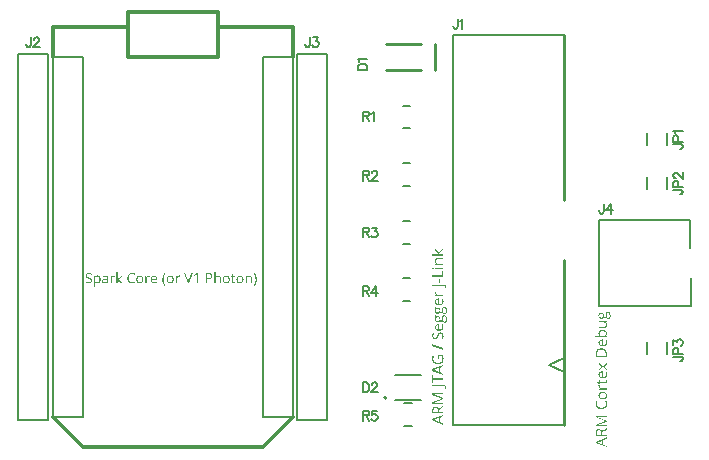
<source format=gto>
G04*
G04 #@! TF.GenerationSoftware,Altium Limited,Altium Designer,20.1.8 (145)*
G04*
G04 Layer_Color=65535*
%FSAX25Y25*%
%MOIN*%
G70*
G04*
G04 #@! TF.SameCoordinates,26FBE6AE-7016-430B-9DB3-2072F7DBF2B3*
G04*
G04*
G04 #@! TF.FilePolarity,Positive*
G04*
G01*
G75*
%ADD10C,0.00787*%
%ADD11C,0.00394*%
%ADD12C,0.00500*%
%ADD13C,0.01000*%
%ADD14C,0.00800*%
%ADD15C,0.01200*%
%ADD16C,0.00600*%
G36*
X0217340Y0049688D02*
X0217345Y0049693D01*
X0217355Y0049702D01*
X0217379Y0049712D01*
X0217404Y0049731D01*
X0217438Y0049751D01*
X0217477Y0049770D01*
X0217525Y0049795D01*
X0217574Y0049814D01*
X0217579Y0049819D01*
X0217598Y0049824D01*
X0217627Y0049834D01*
X0217666Y0049843D01*
X0217715Y0049853D01*
X0217768Y0049863D01*
X0217826Y0049872D01*
X0217890D01*
X0217895D01*
X0217909D01*
X0217929D01*
X0217958Y0049867D01*
X0217992Y0049863D01*
X0218031Y0049858D01*
X0218123Y0049838D01*
X0218225Y0049804D01*
X0218278Y0049785D01*
X0218332Y0049756D01*
X0218385Y0049722D01*
X0218439Y0049688D01*
X0218487Y0049644D01*
X0218536Y0049595D01*
X0218541Y0049591D01*
X0218546Y0049581D01*
X0218555Y0049566D01*
X0218575Y0049547D01*
X0218589Y0049518D01*
X0218609Y0049484D01*
X0218633Y0049445D01*
X0218653Y0049396D01*
X0218677Y0049347D01*
X0218696Y0049289D01*
X0218721Y0049226D01*
X0218735Y0049158D01*
X0218750Y0049085D01*
X0218764Y0049007D01*
X0218769Y0048925D01*
X0218774Y0048837D01*
Y0048794D01*
X0218769Y0048764D01*
Y0048730D01*
X0218764Y0048691D01*
X0218755Y0048609D01*
Y0048604D01*
X0218759Y0048599D01*
X0218779Y0048565D01*
X0218808Y0048526D01*
X0218852Y0048478D01*
X0218905Y0048424D01*
X0218964Y0048385D01*
X0219032Y0048351D01*
X0219071Y0048346D01*
X0219110Y0048342D01*
X0219114D01*
X0219129D01*
X0219148Y0048346D01*
X0219173Y0048351D01*
X0219197Y0048366D01*
X0219226Y0048380D01*
X0219250Y0048405D01*
X0219275Y0048434D01*
Y0048439D01*
X0219284Y0048453D01*
X0219289Y0048473D01*
X0219299Y0048507D01*
X0219309Y0048551D01*
X0219318Y0048604D01*
X0219323Y0048672D01*
X0219328Y0048750D01*
Y0049284D01*
X0219333Y0049314D01*
Y0049352D01*
X0219338Y0049391D01*
X0219353Y0049493D01*
X0219372Y0049600D01*
X0219406Y0049712D01*
X0219455Y0049824D01*
X0219518Y0049921D01*
Y0049926D01*
X0219527Y0049931D01*
X0219552Y0049960D01*
X0219596Y0049999D01*
X0219659Y0050042D01*
X0219731Y0050086D01*
X0219829Y0050125D01*
X0219936Y0050154D01*
X0219999Y0050159D01*
X0220062Y0050164D01*
X0220067D01*
X0220081D01*
X0220106D01*
X0220135Y0050159D01*
X0220174Y0050154D01*
X0220217Y0050144D01*
X0220320Y0050120D01*
X0220373Y0050101D01*
X0220431Y0050072D01*
X0220490Y0050042D01*
X0220548Y0050008D01*
X0220606Y0049965D01*
X0220660Y0049916D01*
X0220708Y0049858D01*
X0220757Y0049795D01*
X0220762Y0049790D01*
X0220767Y0049780D01*
X0220781Y0049756D01*
X0220796Y0049727D01*
X0220815Y0049688D01*
X0220835Y0049644D01*
X0220854Y0049586D01*
X0220879Y0049527D01*
X0220903Y0049454D01*
X0220922Y0049377D01*
X0220942Y0049289D01*
X0220961Y0049192D01*
X0220976Y0049090D01*
X0220990Y0048978D01*
X0220995Y0048857D01*
X0221000Y0048730D01*
Y0048677D01*
X0220995Y0048643D01*
Y0048594D01*
X0220990Y0048546D01*
X0220981Y0048487D01*
X0220976Y0048424D01*
X0220951Y0048293D01*
X0220913Y0048152D01*
X0220864Y0048021D01*
X0220830Y0047958D01*
X0220796Y0047899D01*
X0220791Y0047894D01*
X0220786Y0047885D01*
X0220776Y0047870D01*
X0220757Y0047855D01*
X0220713Y0047807D01*
X0220650Y0047753D01*
X0220567Y0047700D01*
X0220470Y0047651D01*
X0220417Y0047637D01*
X0220358Y0047622D01*
X0220295Y0047613D01*
X0220227Y0047608D01*
X0220222D01*
X0220217D01*
X0220203D01*
X0220183Y0047613D01*
X0220140Y0047617D01*
X0220081Y0047627D01*
X0220013Y0047646D01*
X0219940Y0047676D01*
X0219868Y0047714D01*
X0219795Y0047768D01*
X0219785Y0047778D01*
X0219766Y0047797D01*
X0219736Y0047836D01*
X0219697Y0047885D01*
X0219659Y0047948D01*
X0219615Y0048026D01*
X0219581Y0048118D01*
X0219552Y0048220D01*
X0219547Y0048215D01*
X0219542Y0048201D01*
X0219532Y0048181D01*
X0219513Y0048157D01*
X0219469Y0048098D01*
X0219406Y0048040D01*
X0219401Y0048035D01*
X0219387Y0048030D01*
X0219367Y0048016D01*
X0219338Y0048006D01*
X0219304Y0047992D01*
X0219265Y0047977D01*
X0219221Y0047972D01*
X0219173Y0047967D01*
X0219168D01*
X0219148D01*
X0219119Y0047972D01*
X0219085Y0047977D01*
X0219041Y0047987D01*
X0218998Y0048001D01*
X0218954Y0048021D01*
X0218910Y0048045D01*
X0218905Y0048050D01*
X0218891Y0048060D01*
X0218866Y0048079D01*
X0218837Y0048108D01*
X0218803Y0048142D01*
X0218764Y0048191D01*
X0218725Y0048239D01*
X0218687Y0048303D01*
X0218682Y0048293D01*
X0218667Y0048269D01*
X0218648Y0048230D01*
X0218619Y0048181D01*
X0218575Y0048123D01*
X0218526Y0048065D01*
X0218463Y0048006D01*
X0218390Y0047953D01*
X0218385D01*
X0218380Y0047948D01*
X0218351Y0047933D01*
X0218308Y0047909D01*
X0218249Y0047890D01*
X0218181Y0047865D01*
X0218099Y0047841D01*
X0218006Y0047826D01*
X0217909Y0047822D01*
X0217904D01*
X0217890D01*
X0217865D01*
X0217836Y0047826D01*
X0217797Y0047831D01*
X0217754Y0047836D01*
X0217652Y0047855D01*
X0217540Y0047885D01*
X0217423Y0047933D01*
X0217370Y0047967D01*
X0217311Y0048001D01*
X0217263Y0048040D01*
X0217214Y0048089D01*
X0217209Y0048094D01*
X0217204Y0048103D01*
X0217190Y0048118D01*
X0217175Y0048137D01*
X0217156Y0048166D01*
X0217136Y0048201D01*
X0217112Y0048239D01*
X0217088Y0048288D01*
X0217068Y0048342D01*
X0217044Y0048395D01*
X0217024Y0048463D01*
X0217005Y0048531D01*
X0216990Y0048604D01*
X0216976Y0048687D01*
X0216971Y0048769D01*
X0216966Y0048862D01*
Y0048939D01*
X0216971Y0048993D01*
X0216976Y0049051D01*
X0216986Y0049114D01*
X0217015Y0049250D01*
Y0050198D01*
X0217282D01*
X0217340Y0049688D01*
D02*
G37*
G36*
X0219766Y0046723D02*
X0219396Y0046665D01*
Y0046641D01*
X0219406Y0046636D01*
X0219430Y0046616D01*
X0219464Y0046587D01*
X0219513Y0046548D01*
X0219561Y0046499D01*
X0219615Y0046436D01*
X0219664Y0046368D01*
X0219707Y0046286D01*
Y0046281D01*
X0219712Y0046276D01*
X0219717Y0046261D01*
X0219722Y0046247D01*
X0219741Y0046198D01*
X0219761Y0046135D01*
X0219780Y0046057D01*
X0219800Y0045970D01*
X0219809Y0045873D01*
X0219814Y0045766D01*
Y0045717D01*
X0219809Y0045683D01*
X0219804Y0045644D01*
X0219800Y0045596D01*
X0219795Y0045542D01*
X0219785Y0045484D01*
X0219756Y0045362D01*
X0219712Y0045236D01*
X0219688Y0045178D01*
X0219654Y0045119D01*
X0219620Y0045061D01*
X0219576Y0045012D01*
X0219571Y0045008D01*
X0219566Y0045003D01*
X0219552Y0044988D01*
X0219532Y0044973D01*
X0219503Y0044954D01*
X0219474Y0044935D01*
X0219435Y0044910D01*
X0219391Y0044891D01*
X0219343Y0044867D01*
X0219284Y0044842D01*
X0219226Y0044823D01*
X0219153Y0044803D01*
X0219080Y0044789D01*
X0218998Y0044774D01*
X0218910Y0044769D01*
X0218818Y0044765D01*
X0217015D01*
Y0045187D01*
X0218798D01*
X0218803D01*
X0218813D01*
X0218832D01*
X0218852Y0045192D01*
X0218881D01*
X0218915Y0045197D01*
X0218988Y0045207D01*
X0219066Y0045226D01*
X0219153Y0045250D01*
X0219231Y0045289D01*
X0219299Y0045338D01*
X0219304Y0045348D01*
X0219323Y0045367D01*
X0219353Y0045406D01*
X0219382Y0045455D01*
X0219411Y0045523D01*
X0219440Y0045605D01*
X0219459Y0045707D01*
X0219464Y0045819D01*
Y0045863D01*
X0219459Y0045892D01*
Y0045926D01*
X0219450Y0045965D01*
X0219435Y0046062D01*
X0219406Y0046164D01*
X0219367Y0046266D01*
X0219309Y0046368D01*
X0219270Y0046412D01*
X0219231Y0046451D01*
X0219226D01*
X0219221Y0046461D01*
X0219207Y0046470D01*
X0219187Y0046480D01*
X0219158Y0046499D01*
X0219129Y0046514D01*
X0219090Y0046534D01*
X0219046Y0046553D01*
X0218998Y0046568D01*
X0218939Y0046587D01*
X0218876Y0046606D01*
X0218808Y0046621D01*
X0218730Y0046631D01*
X0218648Y0046641D01*
X0218560Y0046650D01*
X0218463D01*
X0217015D01*
Y0047068D01*
X0219766D01*
Y0046723D01*
D02*
G37*
G36*
X0218502Y0044065D02*
X0218560Y0044060D01*
X0218623Y0044055D01*
X0218696Y0044045D01*
X0218774Y0044031D01*
X0218944Y0043997D01*
X0219032Y0043972D01*
X0219119Y0043938D01*
X0219202Y0043904D01*
X0219289Y0043865D01*
X0219367Y0043817D01*
X0219440Y0043763D01*
X0219445Y0043758D01*
X0219455Y0043749D01*
X0219474Y0043734D01*
X0219498Y0043710D01*
X0219527Y0043676D01*
X0219557Y0043642D01*
X0219591Y0043598D01*
X0219625Y0043545D01*
X0219664Y0043491D01*
X0219697Y0043428D01*
X0219727Y0043360D01*
X0219756Y0043282D01*
X0219780Y0043205D01*
X0219800Y0043117D01*
X0219809Y0043025D01*
X0219814Y0042927D01*
Y0042884D01*
X0219809Y0042830D01*
X0219800Y0042762D01*
X0219790Y0042689D01*
X0219775Y0042602D01*
X0219751Y0042519D01*
X0219717Y0042432D01*
X0219712Y0042422D01*
X0219697Y0042398D01*
X0219673Y0042354D01*
X0219644Y0042305D01*
X0219600Y0042247D01*
X0219547Y0042184D01*
X0219484Y0042121D01*
X0219411Y0042062D01*
Y0042033D01*
X0219766Y0041946D01*
Y0041644D01*
X0215863D01*
Y0042062D01*
X0216811D01*
X0216815D01*
X0216825D01*
X0216840D01*
X0216864D01*
X0216893D01*
X0216927D01*
X0217000D01*
X0217093Y0042057D01*
X0217190Y0042053D01*
X0217287Y0042048D01*
X0217384Y0042043D01*
Y0042062D01*
X0217379Y0042067D01*
X0217365Y0042077D01*
X0217345Y0042092D01*
X0217321Y0042116D01*
X0217287Y0042150D01*
X0217253Y0042184D01*
X0217214Y0042228D01*
X0217175Y0042281D01*
X0217141Y0042339D01*
X0217102Y0042403D01*
X0217068Y0042471D01*
X0217034Y0042548D01*
X0217010Y0042636D01*
X0216990Y0042728D01*
X0216976Y0042825D01*
X0216971Y0042927D01*
Y0042981D01*
X0216976Y0043015D01*
X0216981Y0043064D01*
X0216990Y0043112D01*
X0217000Y0043170D01*
X0217020Y0043234D01*
X0217039Y0043302D01*
X0217063Y0043370D01*
X0217093Y0043438D01*
X0217127Y0043511D01*
X0217170Y0043579D01*
X0217224Y0043647D01*
X0217277Y0043710D01*
X0217345Y0043768D01*
X0217350Y0043773D01*
X0217365Y0043783D01*
X0217384Y0043797D01*
X0217413Y0043817D01*
X0217452Y0043836D01*
X0217496Y0043865D01*
X0217554Y0043890D01*
X0217613Y0043919D01*
X0217686Y0043948D01*
X0217763Y0043972D01*
X0217851Y0044001D01*
X0217943Y0044021D01*
X0218045Y0044040D01*
X0218152Y0044055D01*
X0218269Y0044065D01*
X0218390Y0044069D01*
X0218400D01*
X0218419D01*
X0218453D01*
X0218502Y0044065D01*
D02*
G37*
G36*
X0218468Y0039044D02*
X0218473D01*
X0218487D01*
X0218516Y0039049D01*
X0218546D01*
X0218589Y0039054D01*
X0218633Y0039059D01*
X0218687Y0039069D01*
X0218740Y0039078D01*
X0218862Y0039107D01*
X0218983Y0039151D01*
X0219100Y0039209D01*
X0219153Y0039248D01*
X0219202Y0039287D01*
X0219207Y0039292D01*
X0219212Y0039297D01*
X0219226Y0039312D01*
X0219241Y0039331D01*
X0219260Y0039355D01*
X0219280Y0039384D01*
X0219304Y0039419D01*
X0219323Y0039457D01*
X0219348Y0039501D01*
X0219372Y0039550D01*
X0219411Y0039661D01*
X0219440Y0039793D01*
X0219445Y0039861D01*
X0219450Y0039939D01*
Y0039982D01*
X0219445Y0040016D01*
Y0040055D01*
X0219440Y0040104D01*
X0219435Y0040157D01*
X0219425Y0040216D01*
X0219416Y0040279D01*
X0219406Y0040352D01*
X0219372Y0040497D01*
X0219328Y0040658D01*
X0219265Y0040818D01*
X0219639D01*
X0219644Y0040808D01*
X0219654Y0040779D01*
X0219668Y0040740D01*
X0219688Y0040682D01*
X0219712Y0040619D01*
X0219731Y0040551D01*
X0219756Y0040473D01*
X0219770Y0040400D01*
Y0040391D01*
X0219775Y0040366D01*
X0219785Y0040323D01*
X0219790Y0040269D01*
X0219800Y0040201D01*
X0219809Y0040118D01*
X0219814Y0040026D01*
Y0039900D01*
X0219809Y0039866D01*
Y0039822D01*
X0219804Y0039773D01*
X0219795Y0039715D01*
X0219785Y0039647D01*
X0219766Y0039574D01*
X0219746Y0039501D01*
X0219722Y0039423D01*
X0219693Y0039341D01*
X0219659Y0039263D01*
X0219615Y0039180D01*
X0219566Y0039103D01*
X0219508Y0039030D01*
X0219445Y0038962D01*
X0219440Y0038957D01*
X0219425Y0038947D01*
X0219406Y0038928D01*
X0219377Y0038908D01*
X0219338Y0038879D01*
X0219294Y0038850D01*
X0219241Y0038821D01*
X0219178Y0038787D01*
X0219110Y0038753D01*
X0219032Y0038723D01*
X0218944Y0038694D01*
X0218852Y0038665D01*
X0218755Y0038646D01*
X0218648Y0038626D01*
X0218536Y0038617D01*
X0218414Y0038612D01*
X0218405D01*
X0218385D01*
X0218351D01*
X0218303Y0038617D01*
X0218249Y0038622D01*
X0218181Y0038631D01*
X0218113Y0038641D01*
X0218031Y0038651D01*
X0217865Y0038690D01*
X0217778Y0038719D01*
X0217690Y0038748D01*
X0217603Y0038787D01*
X0217515Y0038831D01*
X0217438Y0038879D01*
X0217360Y0038937D01*
X0217355Y0038942D01*
X0217340Y0038952D01*
X0217321Y0038971D01*
X0217297Y0038996D01*
X0217267Y0039030D01*
X0217233Y0039074D01*
X0217199Y0039117D01*
X0217161Y0039171D01*
X0217127Y0039229D01*
X0217093Y0039297D01*
X0217058Y0039370D01*
X0217029Y0039448D01*
X0217000Y0039530D01*
X0216981Y0039623D01*
X0216971Y0039715D01*
X0216966Y0039817D01*
Y0039866D01*
X0216971Y0039904D01*
X0216976Y0039948D01*
X0216986Y0039997D01*
X0216995Y0040050D01*
X0217010Y0040113D01*
X0217029Y0040177D01*
X0217049Y0040245D01*
X0217078Y0040313D01*
X0217112Y0040381D01*
X0217151Y0040449D01*
X0217199Y0040512D01*
X0217248Y0040575D01*
X0217311Y0040633D01*
X0217316Y0040638D01*
X0217326Y0040648D01*
X0217345Y0040663D01*
X0217374Y0040682D01*
X0217408Y0040702D01*
X0217447Y0040731D01*
X0217496Y0040755D01*
X0217549Y0040784D01*
X0217613Y0040813D01*
X0217681Y0040838D01*
X0217754Y0040867D01*
X0217831Y0040886D01*
X0217919Y0040906D01*
X0218006Y0040920D01*
X0218103Y0040930D01*
X0218205Y0040935D01*
X0218468D01*
Y0039044D01*
D02*
G37*
G36*
X0217987Y0038004D02*
X0218050Y0037999D01*
X0218123Y0037995D01*
X0218210Y0037985D01*
X0218308Y0037965D01*
X0218414Y0037946D01*
X0218526Y0037922D01*
X0218638Y0037888D01*
X0218755Y0037849D01*
X0218871Y0037800D01*
X0218983Y0037742D01*
X0219090Y0037679D01*
X0219192Y0037601D01*
X0219289Y0037513D01*
X0219294Y0037508D01*
X0219309Y0037489D01*
X0219333Y0037460D01*
X0219362Y0037421D01*
X0219401Y0037372D01*
X0219440Y0037309D01*
X0219484Y0037236D01*
X0219527Y0037154D01*
X0219571Y0037057D01*
X0219615Y0036950D01*
X0219654Y0036833D01*
X0219693Y0036707D01*
X0219722Y0036571D01*
X0219746Y0036420D01*
X0219761Y0036264D01*
X0219766Y0036094D01*
Y0035078D01*
X0216096D01*
Y0036245D01*
X0216101Y0036289D01*
Y0036347D01*
X0216111Y0036420D01*
X0216121Y0036503D01*
X0216135Y0036595D01*
X0216155Y0036692D01*
X0216179Y0036799D01*
X0216213Y0036906D01*
X0216252Y0037018D01*
X0216296Y0037125D01*
X0216354Y0037236D01*
X0216417Y0037338D01*
X0216490Y0037440D01*
X0216572Y0037533D01*
X0216577Y0037538D01*
X0216597Y0037552D01*
X0216621Y0037577D01*
X0216660Y0037606D01*
X0216709Y0037645D01*
X0216767Y0037683D01*
X0216835Y0037727D01*
X0216918Y0037771D01*
X0217005Y0037815D01*
X0217107Y0037859D01*
X0217214Y0037897D01*
X0217331Y0037936D01*
X0217462Y0037965D01*
X0217598Y0037990D01*
X0217744Y0038004D01*
X0217899Y0038009D01*
X0217904D01*
X0217909D01*
X0217938D01*
X0217987Y0038004D01*
D02*
G37*
G36*
X0219766Y0032663D02*
X0218653Y0031895D01*
X0219766Y0031118D01*
Y0030646D01*
X0218361Y0031652D01*
X0217015Y0030695D01*
Y0031171D01*
X0218069Y0031895D01*
X0217015Y0032614D01*
Y0033086D01*
X0218361Y0032129D01*
X0219766Y0033134D01*
Y0032663D01*
D02*
G37*
G36*
X0218468Y0028386D02*
X0218473D01*
X0218487D01*
X0218516Y0028391D01*
X0218546D01*
X0218589Y0028396D01*
X0218633Y0028401D01*
X0218687Y0028411D01*
X0218740Y0028420D01*
X0218862Y0028449D01*
X0218983Y0028493D01*
X0219100Y0028552D01*
X0219153Y0028590D01*
X0219202Y0028629D01*
X0219207Y0028634D01*
X0219212Y0028639D01*
X0219226Y0028654D01*
X0219241Y0028673D01*
X0219260Y0028697D01*
X0219280Y0028727D01*
X0219304Y0028760D01*
X0219323Y0028799D01*
X0219348Y0028843D01*
X0219372Y0028892D01*
X0219411Y0029004D01*
X0219440Y0029135D01*
X0219445Y0029203D01*
X0219450Y0029281D01*
Y0029324D01*
X0219445Y0029358D01*
Y0029397D01*
X0219440Y0029446D01*
X0219435Y0029499D01*
X0219425Y0029558D01*
X0219416Y0029621D01*
X0219406Y0029694D01*
X0219372Y0029840D01*
X0219328Y0030000D01*
X0219265Y0030160D01*
X0219639D01*
X0219644Y0030150D01*
X0219654Y0030121D01*
X0219668Y0030082D01*
X0219688Y0030024D01*
X0219712Y0029961D01*
X0219731Y0029893D01*
X0219756Y0029815D01*
X0219770Y0029742D01*
Y0029732D01*
X0219775Y0029708D01*
X0219785Y0029664D01*
X0219790Y0029611D01*
X0219800Y0029543D01*
X0219809Y0029460D01*
X0219814Y0029368D01*
Y0029242D01*
X0219809Y0029208D01*
Y0029164D01*
X0219804Y0029115D01*
X0219795Y0029057D01*
X0219785Y0028989D01*
X0219766Y0028916D01*
X0219746Y0028843D01*
X0219722Y0028765D01*
X0219693Y0028683D01*
X0219659Y0028605D01*
X0219615Y0028522D01*
X0219566Y0028445D01*
X0219508Y0028372D01*
X0219445Y0028304D01*
X0219440Y0028299D01*
X0219425Y0028289D01*
X0219406Y0028270D01*
X0219377Y0028250D01*
X0219338Y0028221D01*
X0219294Y0028192D01*
X0219241Y0028163D01*
X0219178Y0028129D01*
X0219110Y0028095D01*
X0219032Y0028066D01*
X0218944Y0028036D01*
X0218852Y0028007D01*
X0218755Y0027988D01*
X0218648Y0027968D01*
X0218536Y0027959D01*
X0218414Y0027954D01*
X0218405D01*
X0218385D01*
X0218351D01*
X0218303Y0027959D01*
X0218249Y0027964D01*
X0218181Y0027973D01*
X0218113Y0027983D01*
X0218031Y0027993D01*
X0217865Y0028032D01*
X0217778Y0028061D01*
X0217690Y0028090D01*
X0217603Y0028129D01*
X0217515Y0028172D01*
X0217438Y0028221D01*
X0217360Y0028279D01*
X0217355Y0028284D01*
X0217340Y0028294D01*
X0217321Y0028313D01*
X0217297Y0028338D01*
X0217267Y0028372D01*
X0217233Y0028416D01*
X0217199Y0028459D01*
X0217161Y0028513D01*
X0217127Y0028571D01*
X0217093Y0028639D01*
X0217058Y0028712D01*
X0217029Y0028790D01*
X0217000Y0028872D01*
X0216981Y0028965D01*
X0216971Y0029057D01*
X0216966Y0029159D01*
Y0029208D01*
X0216971Y0029247D01*
X0216976Y0029290D01*
X0216986Y0029339D01*
X0216995Y0029392D01*
X0217010Y0029456D01*
X0217029Y0029519D01*
X0217049Y0029587D01*
X0217078Y0029655D01*
X0217112Y0029723D01*
X0217151Y0029791D01*
X0217199Y0029854D01*
X0217248Y0029917D01*
X0217311Y0029976D01*
X0217316Y0029980D01*
X0217326Y0029990D01*
X0217345Y0030005D01*
X0217374Y0030024D01*
X0217408Y0030044D01*
X0217447Y0030073D01*
X0217496Y0030097D01*
X0217549Y0030126D01*
X0217613Y0030155D01*
X0217681Y0030180D01*
X0217754Y0030209D01*
X0217831Y0030228D01*
X0217919Y0030248D01*
X0218006Y0030262D01*
X0218103Y0030272D01*
X0218205Y0030277D01*
X0218468D01*
Y0028386D01*
D02*
G37*
G36*
X0219741Y0027550D02*
X0219746Y0027541D01*
X0219751Y0027526D01*
X0219756Y0027507D01*
X0219766Y0027477D01*
X0219775Y0027444D01*
X0219780Y0027405D01*
X0219790Y0027356D01*
Y0027351D01*
X0219795Y0027332D01*
X0219800Y0027307D01*
Y0027278D01*
X0219809Y0027200D01*
X0219814Y0027123D01*
Y0027089D01*
X0219809Y0027050D01*
X0219800Y0026996D01*
X0219790Y0026938D01*
X0219770Y0026870D01*
X0219746Y0026797D01*
X0219707Y0026724D01*
X0219664Y0026646D01*
X0219610Y0026574D01*
X0219542Y0026506D01*
X0219459Y0026447D01*
X0219367Y0026394D01*
X0219255Y0026355D01*
X0219124Y0026331D01*
X0219056Y0026326D01*
X0218978Y0026321D01*
X0217340D01*
Y0025932D01*
X0217141D01*
X0216966Y0026326D01*
X0216378Y0026501D01*
Y0026739D01*
X0217015D01*
Y0027536D01*
X0217340D01*
Y0026739D01*
X0218959D01*
X0218964D01*
X0218969D01*
X0218998D01*
X0219046Y0026744D01*
X0219100Y0026753D01*
X0219158Y0026768D01*
X0219221Y0026787D01*
X0219284Y0026816D01*
X0219338Y0026855D01*
X0219343Y0026860D01*
X0219357Y0026880D01*
X0219382Y0026904D01*
X0219401Y0026943D01*
X0219425Y0026987D01*
X0219450Y0027045D01*
X0219464Y0027108D01*
X0219469Y0027181D01*
Y0027249D01*
X0219464Y0027317D01*
X0219455Y0027395D01*
Y0027400D01*
X0219450Y0027414D01*
Y0027429D01*
X0219445Y0027453D01*
X0219435Y0027507D01*
X0219421Y0027555D01*
X0219741D01*
Y0027550D01*
D02*
G37*
G36*
X0217384Y0025718D02*
Y0025708D01*
X0217379Y0025689D01*
X0217370Y0025660D01*
X0217365Y0025616D01*
X0217355Y0025572D01*
X0217350Y0025519D01*
X0217345Y0025417D01*
Y0025383D01*
X0217350Y0025359D01*
X0217355Y0025334D01*
X0217360Y0025300D01*
X0217379Y0025218D01*
X0217413Y0025130D01*
X0217462Y0025033D01*
X0217491Y0024984D01*
X0217525Y0024936D01*
X0217569Y0024887D01*
X0217617Y0024843D01*
X0217622Y0024838D01*
X0217632Y0024834D01*
X0217647Y0024824D01*
X0217666Y0024809D01*
X0217690Y0024790D01*
X0217724Y0024770D01*
X0217763Y0024751D01*
X0217802Y0024727D01*
X0217904Y0024683D01*
X0218016Y0024649D01*
X0218147Y0024620D01*
X0218220Y0024615D01*
X0218293Y0024610D01*
X0219766D01*
Y0024192D01*
X0217015D01*
Y0024537D01*
X0217530Y0024586D01*
Y0024605D01*
X0217525D01*
X0217520Y0024610D01*
X0217506Y0024620D01*
X0217486Y0024634D01*
X0217438Y0024664D01*
X0217374Y0024707D01*
X0217306Y0024761D01*
X0217238Y0024824D01*
X0217170Y0024892D01*
X0217112Y0024970D01*
Y0024975D01*
X0217107Y0024980D01*
X0217088Y0025009D01*
X0217063Y0025052D01*
X0217039Y0025111D01*
X0217010Y0025184D01*
X0216990Y0025261D01*
X0216971Y0025354D01*
X0216966Y0025446D01*
Y0025514D01*
X0216971Y0025558D01*
X0216976Y0025606D01*
X0216981Y0025665D01*
X0217000Y0025776D01*
X0217384Y0025718D01*
D02*
G37*
G36*
X0218502Y0023453D02*
X0218555Y0023449D01*
X0218623Y0023439D01*
X0218696Y0023429D01*
X0218774Y0023415D01*
X0218857Y0023400D01*
X0218939Y0023376D01*
X0219027Y0023347D01*
X0219114Y0023317D01*
X0219202Y0023274D01*
X0219284Y0023230D01*
X0219367Y0023176D01*
X0219440Y0023118D01*
X0219445Y0023113D01*
X0219455Y0023103D01*
X0219474Y0023084D01*
X0219498Y0023055D01*
X0219527Y0023021D01*
X0219557Y0022982D01*
X0219591Y0022933D01*
X0219625Y0022875D01*
X0219664Y0022812D01*
X0219697Y0022744D01*
X0219727Y0022666D01*
X0219756Y0022583D01*
X0219780Y0022491D01*
X0219800Y0022399D01*
X0219809Y0022292D01*
X0219814Y0022185D01*
Y0022151D01*
X0219809Y0022122D01*
Y0022093D01*
X0219804Y0022054D01*
X0219795Y0021966D01*
X0219770Y0021864D01*
X0219741Y0021752D01*
X0219702Y0021641D01*
X0219644Y0021529D01*
Y0021524D01*
X0219634Y0021514D01*
X0219625Y0021500D01*
X0219610Y0021480D01*
X0219571Y0021432D01*
X0219518Y0021369D01*
X0219445Y0021300D01*
X0219362Y0021227D01*
X0219260Y0021155D01*
X0219148Y0021091D01*
X0219144D01*
X0219134Y0021087D01*
X0219114Y0021077D01*
X0219090Y0021067D01*
X0219061Y0021057D01*
X0219022Y0021043D01*
X0218978Y0021028D01*
X0218930Y0021014D01*
X0218876Y0020999D01*
X0218818Y0020985D01*
X0218691Y0020960D01*
X0218546Y0020941D01*
X0218390Y0020936D01*
X0218380D01*
X0218361D01*
X0218327D01*
X0218278Y0020941D01*
X0218225Y0020946D01*
X0218157Y0020955D01*
X0218084Y0020965D01*
X0218006Y0020980D01*
X0217924Y0020994D01*
X0217841Y0021019D01*
X0217754Y0021043D01*
X0217666Y0021077D01*
X0217579Y0021116D01*
X0217496Y0021159D01*
X0217418Y0021213D01*
X0217345Y0021271D01*
X0217340Y0021276D01*
X0217331Y0021286D01*
X0217311Y0021305D01*
X0217287Y0021335D01*
X0217258Y0021369D01*
X0217224Y0021407D01*
X0217190Y0021456D01*
X0217156Y0021514D01*
X0217122Y0021577D01*
X0217088Y0021645D01*
X0217054Y0021723D01*
X0217024Y0021806D01*
X0217000Y0021898D01*
X0216981Y0021991D01*
X0216971Y0022097D01*
X0216966Y0022204D01*
Y0022258D01*
X0216971Y0022302D01*
X0216976Y0022350D01*
X0216986Y0022404D01*
X0217000Y0022467D01*
X0217015Y0022535D01*
X0217034Y0022603D01*
X0217058Y0022681D01*
X0217093Y0022754D01*
X0217127Y0022831D01*
X0217170Y0022909D01*
X0217224Y0022982D01*
X0217282Y0023050D01*
X0217350Y0023118D01*
X0217355Y0023123D01*
X0217370Y0023133D01*
X0217389Y0023147D01*
X0217418Y0023171D01*
X0217457Y0023196D01*
X0217506Y0023225D01*
X0217559Y0023259D01*
X0217622Y0023288D01*
X0217695Y0023322D01*
X0217773Y0023351D01*
X0217860Y0023381D01*
X0217953Y0023405D01*
X0218050Y0023429D01*
X0218157Y0023444D01*
X0218269Y0023453D01*
X0218390Y0023458D01*
X0218400D01*
X0218419D01*
X0218453D01*
X0218502Y0023453D01*
D02*
G37*
G36*
X0216626Y0020314D02*
Y0020309D01*
X0216616Y0020294D01*
X0216607Y0020275D01*
X0216597Y0020241D01*
X0216577Y0020202D01*
X0216563Y0020158D01*
X0216543Y0020110D01*
X0216524Y0020051D01*
X0216509Y0019993D01*
X0216490Y0019925D01*
X0216456Y0019784D01*
X0216437Y0019634D01*
X0216427Y0019478D01*
Y0019454D01*
X0216432Y0019420D01*
Y0019381D01*
X0216441Y0019327D01*
X0216446Y0019269D01*
X0216461Y0019206D01*
X0216475Y0019133D01*
X0216500Y0019060D01*
X0216524Y0018982D01*
X0216558Y0018900D01*
X0216597Y0018822D01*
X0216641Y0018744D01*
X0216699Y0018666D01*
X0216757Y0018593D01*
X0216830Y0018525D01*
X0216835Y0018520D01*
X0216850Y0018511D01*
X0216874Y0018491D01*
X0216903Y0018472D01*
X0216947Y0018443D01*
X0216995Y0018414D01*
X0217054Y0018384D01*
X0217117Y0018350D01*
X0217195Y0018316D01*
X0217277Y0018287D01*
X0217370Y0018258D01*
X0217467Y0018229D01*
X0217574Y0018210D01*
X0217686Y0018190D01*
X0217807Y0018180D01*
X0217933Y0018176D01*
X0217943D01*
X0217963D01*
X0218001D01*
X0218050Y0018180D01*
X0218113Y0018185D01*
X0218181Y0018195D01*
X0218259Y0018205D01*
X0218342Y0018219D01*
X0218429Y0018234D01*
X0218521Y0018258D01*
X0218614Y0018282D01*
X0218706Y0018316D01*
X0218798Y0018355D01*
X0218886Y0018399D01*
X0218969Y0018452D01*
X0219046Y0018511D01*
X0219051Y0018516D01*
X0219061Y0018525D01*
X0219080Y0018545D01*
X0219105Y0018574D01*
X0219139Y0018608D01*
X0219168Y0018652D01*
X0219207Y0018700D01*
X0219241Y0018759D01*
X0219275Y0018822D01*
X0219314Y0018895D01*
X0219343Y0018972D01*
X0219372Y0019060D01*
X0219401Y0019152D01*
X0219421Y0019254D01*
X0219430Y0019361D01*
X0219435Y0019473D01*
Y0019541D01*
X0219430Y0019575D01*
X0219425Y0019619D01*
Y0019672D01*
X0219416Y0019726D01*
X0219411Y0019789D01*
X0219401Y0019857D01*
X0219391Y0019930D01*
X0219377Y0020008D01*
X0219343Y0020173D01*
X0219299Y0020353D01*
X0219673D01*
Y0020348D01*
X0219678Y0020333D01*
X0219688Y0020314D01*
X0219693Y0020285D01*
X0219707Y0020246D01*
X0219717Y0020202D01*
X0219731Y0020149D01*
X0219741Y0020090D01*
X0219756Y0020027D01*
X0219770Y0019954D01*
X0219780Y0019876D01*
X0219790Y0019794D01*
X0219800Y0019706D01*
X0219809Y0019609D01*
X0219814Y0019410D01*
Y0019376D01*
X0219809Y0019332D01*
X0219804Y0019279D01*
X0219800Y0019211D01*
X0219790Y0019128D01*
X0219775Y0019040D01*
X0219751Y0018948D01*
X0219727Y0018851D01*
X0219693Y0018749D01*
X0219654Y0018642D01*
X0219605Y0018540D01*
X0219552Y0018438D01*
X0219484Y0018336D01*
X0219411Y0018244D01*
X0219323Y0018156D01*
X0219318Y0018151D01*
X0219299Y0018137D01*
X0219270Y0018117D01*
X0219231Y0018088D01*
X0219182Y0018054D01*
X0219119Y0018020D01*
X0219046Y0017976D01*
X0218964Y0017937D01*
X0218871Y0017898D01*
X0218769Y0017860D01*
X0218653Y0017821D01*
X0218526Y0017787D01*
X0218395Y0017758D01*
X0218249Y0017738D01*
X0218094Y0017724D01*
X0217929Y0017719D01*
X0217924D01*
X0217904D01*
X0217875D01*
X0217831Y0017724D01*
X0217783D01*
X0217729Y0017728D01*
X0217661Y0017738D01*
X0217593Y0017743D01*
X0217515Y0017758D01*
X0217438Y0017772D01*
X0217272Y0017806D01*
X0217102Y0017860D01*
X0217020Y0017889D01*
X0216937Y0017928D01*
X0216932Y0017932D01*
X0216918Y0017937D01*
X0216898Y0017952D01*
X0216864Y0017966D01*
X0216830Y0017991D01*
X0216791Y0018015D01*
X0216694Y0018083D01*
X0216587Y0018171D01*
X0216480Y0018278D01*
X0216373Y0018399D01*
X0216281Y0018540D01*
X0216276Y0018545D01*
X0216271Y0018559D01*
X0216262Y0018579D01*
X0216242Y0018613D01*
X0216228Y0018652D01*
X0216208Y0018696D01*
X0216184Y0018749D01*
X0216164Y0018807D01*
X0216140Y0018875D01*
X0216121Y0018948D01*
X0216101Y0019026D01*
X0216082Y0019109D01*
X0216057Y0019288D01*
X0216053Y0019386D01*
X0216048Y0019483D01*
Y0019541D01*
X0216053Y0019580D01*
Y0019629D01*
X0216057Y0019687D01*
X0216067Y0019755D01*
X0216072Y0019828D01*
X0216087Y0019901D01*
X0216101Y0019983D01*
X0216140Y0020154D01*
X0216189Y0020328D01*
X0216223Y0020411D01*
X0216262Y0020494D01*
X0216626Y0020314D01*
D02*
G37*
G36*
X0219766Y0015138D02*
X0217404D01*
X0217399D01*
X0217384D01*
X0217365D01*
X0217331D01*
X0217292D01*
X0217248D01*
X0217199Y0015143D01*
X0217141D01*
X0217078D01*
X0217010Y0015148D01*
X0216859Y0015153D01*
X0216694Y0015162D01*
X0216519Y0015172D01*
Y0015153D01*
X0219766Y0013899D01*
Y0013554D01*
X0216514Y0012309D01*
Y0012290D01*
X0216519D01*
X0216534D01*
X0216553Y0012295D01*
X0216582D01*
X0216621Y0012300D01*
X0216665D01*
X0216718Y0012305D01*
X0216777Y0012309D01*
X0216840D01*
X0216908Y0012314D01*
X0216986D01*
X0217063Y0012319D01*
X0217243Y0012324D01*
X0217433D01*
X0219766D01*
Y0011930D01*
X0216096D01*
Y0012572D01*
X0219124Y0013733D01*
Y0013753D01*
X0216096Y0014924D01*
Y0015561D01*
X0219766D01*
Y0015138D01*
D02*
G37*
G36*
Y0010832D02*
X0218239Y0009943D01*
Y0009180D01*
X0219766D01*
Y0008752D01*
X0216096D01*
Y0009821D01*
X0216101Y0009870D01*
X0216106Y0009923D01*
X0216111Y0009986D01*
X0216116Y0010059D01*
X0216130Y0010137D01*
X0216159Y0010297D01*
X0216208Y0010463D01*
X0216237Y0010545D01*
X0216271Y0010618D01*
X0216310Y0010691D01*
X0216359Y0010754D01*
X0216364Y0010759D01*
X0216368Y0010769D01*
X0216388Y0010783D01*
X0216407Y0010803D01*
X0216437Y0010827D01*
X0216466Y0010856D01*
X0216505Y0010886D01*
X0216553Y0010915D01*
X0216602Y0010944D01*
X0216660Y0010973D01*
X0216723Y0011002D01*
X0216796Y0011026D01*
X0216869Y0011046D01*
X0216952Y0011060D01*
X0217044Y0011070D01*
X0217136Y0011075D01*
X0217146D01*
X0217170D01*
X0217204Y0011070D01*
X0217253Y0011065D01*
X0217311Y0011051D01*
X0217379Y0011036D01*
X0217452Y0011012D01*
X0217530Y0010983D01*
X0217613Y0010944D01*
X0217695Y0010895D01*
X0217778Y0010837D01*
X0217856Y0010764D01*
X0217933Y0010681D01*
X0218001Y0010584D01*
X0218065Y0010472D01*
X0218118Y0010341D01*
X0219766Y0011333D01*
Y0010832D01*
D02*
G37*
G36*
Y0007809D02*
X0218599Y0007352D01*
Y0005880D01*
X0219766Y0005428D01*
Y0005000D01*
X0216082Y0006448D01*
Y0006808D01*
X0219766Y0008251D01*
Y0007809D01*
D02*
G37*
G36*
X0165266Y0070596D02*
X0163963Y0069629D01*
X0164235Y0069313D01*
X0165266D01*
Y0068900D01*
X0161363D01*
Y0069313D01*
X0163433D01*
X0163438D01*
X0163458D01*
X0163492D01*
X0163535D01*
X0163599Y0069309D01*
X0163667Y0069304D01*
X0163754Y0069299D01*
X0163856Y0069294D01*
Y0069313D01*
X0163851Y0069318D01*
X0163827Y0069333D01*
X0163793Y0069357D01*
X0163749Y0069396D01*
X0163691Y0069440D01*
X0163623Y0069498D01*
X0163545Y0069566D01*
X0163458Y0069644D01*
X0162515Y0070528D01*
Y0071024D01*
X0163691Y0069911D01*
X0165266Y0071102D01*
Y0070596D01*
D02*
G37*
G36*
Y0067632D02*
X0163492D01*
X0163487D01*
X0163477D01*
X0163458D01*
X0163438D01*
X0163409Y0067627D01*
X0163375Y0067622D01*
X0163302Y0067612D01*
X0163219Y0067593D01*
X0163137Y0067569D01*
X0163059Y0067530D01*
X0162991Y0067476D01*
X0162981Y0067471D01*
X0162962Y0067447D01*
X0162938Y0067413D01*
X0162904Y0067360D01*
X0162874Y0067292D01*
X0162845Y0067214D01*
X0162826Y0067112D01*
X0162821Y0067000D01*
Y0066961D01*
X0162826Y0066927D01*
Y0066893D01*
X0162831Y0066854D01*
X0162850Y0066757D01*
X0162879Y0066655D01*
X0162918Y0066548D01*
X0162977Y0066451D01*
X0163015Y0066402D01*
X0163054Y0066363D01*
X0163059D01*
X0163064Y0066354D01*
X0163079Y0066344D01*
X0163098Y0066334D01*
X0163122Y0066320D01*
X0163156Y0066300D01*
X0163195Y0066281D01*
X0163239Y0066266D01*
X0163287Y0066247D01*
X0163346Y0066227D01*
X0163409Y0066213D01*
X0163477Y0066193D01*
X0163555Y0066184D01*
X0163637Y0066174D01*
X0163730Y0066164D01*
X0163827D01*
X0165266D01*
Y0065746D01*
X0162515D01*
Y0066086D01*
X0162894Y0066154D01*
Y0066174D01*
X0162884Y0066179D01*
X0162860Y0066198D01*
X0162821Y0066227D01*
X0162777Y0066266D01*
X0162729Y0066315D01*
X0162675Y0066378D01*
X0162622Y0066446D01*
X0162578Y0066529D01*
Y0066533D01*
X0162573Y0066538D01*
X0162568Y0066553D01*
X0162558Y0066567D01*
X0162544Y0066616D01*
X0162520Y0066679D01*
X0162500Y0066757D01*
X0162486Y0066844D01*
X0162471Y0066942D01*
X0162466Y0067049D01*
Y0067097D01*
X0162471Y0067131D01*
Y0067170D01*
X0162481Y0067219D01*
X0162486Y0067272D01*
X0162495Y0067326D01*
X0162524Y0067447D01*
X0162568Y0067573D01*
X0162597Y0067632D01*
X0162627Y0067690D01*
X0162665Y0067744D01*
X0162709Y0067792D01*
X0162714Y0067797D01*
X0162719Y0067802D01*
X0162733Y0067817D01*
X0162753Y0067831D01*
X0162782Y0067851D01*
X0162811Y0067870D01*
X0162850Y0067894D01*
X0162894Y0067919D01*
X0162943Y0067943D01*
X0163001Y0067967D01*
X0163064Y0067987D01*
X0163132Y0068006D01*
X0163205Y0068021D01*
X0163287Y0068035D01*
X0163375Y0068040D01*
X0163472Y0068045D01*
X0165266D01*
Y0067632D01*
D02*
G37*
G36*
Y0064448D02*
X0162515D01*
Y0064867D01*
X0165266D01*
Y0064448D01*
D02*
G37*
G36*
X0161820Y0064900D02*
X0161849Y0064896D01*
X0161883Y0064886D01*
X0161917Y0064876D01*
X0161951Y0064857D01*
X0161980Y0064833D01*
X0161985Y0064828D01*
X0161990Y0064818D01*
X0162000Y0064803D01*
X0162014Y0064784D01*
X0162039Y0064730D01*
X0162043Y0064696D01*
X0162048Y0064662D01*
Y0064643D01*
X0162043Y0064623D01*
X0162039Y0064599D01*
X0162019Y0064541D01*
X0162004Y0064512D01*
X0161980Y0064483D01*
X0161975Y0064478D01*
X0161966Y0064473D01*
X0161951Y0064463D01*
X0161927Y0064448D01*
X0161898Y0064434D01*
X0161864Y0064424D01*
X0161820Y0064419D01*
X0161771Y0064415D01*
X0161766D01*
X0161747D01*
X0161723Y0064419D01*
X0161694Y0064424D01*
X0161625Y0064444D01*
X0161591Y0064458D01*
X0161562Y0064483D01*
X0161557Y0064487D01*
X0161553Y0064497D01*
X0161543Y0064512D01*
X0161528Y0064531D01*
X0161514Y0064560D01*
X0161504Y0064590D01*
X0161499Y0064623D01*
X0161494Y0064662D01*
Y0064677D01*
X0161499Y0064696D01*
X0161504Y0064721D01*
X0161523Y0064774D01*
X0161538Y0064803D01*
X0161562Y0064833D01*
X0161567Y0064837D01*
X0161577Y0064842D01*
X0161591Y0064857D01*
X0161616Y0064871D01*
X0161645Y0064881D01*
X0161679Y0064896D01*
X0161723Y0064900D01*
X0161771Y0064905D01*
X0161776D01*
X0161795D01*
X0161820Y0064900D01*
D02*
G37*
G36*
X0165266Y0061844D02*
X0161596D01*
Y0062271D01*
X0164882D01*
Y0063890D01*
X0165266D01*
Y0061844D01*
D02*
G37*
G36*
X0164080Y0059900D02*
X0163696D01*
Y0061129D01*
X0164080D01*
Y0059900D01*
D02*
G37*
G36*
X0165309Y0059214D02*
X0165348D01*
X0165397Y0059205D01*
X0165445Y0059200D01*
X0165504Y0059190D01*
X0165620Y0059161D01*
X0165742Y0059117D01*
X0165805Y0059088D01*
X0165863Y0059059D01*
X0165917Y0059020D01*
X0165970Y0058976D01*
X0165975Y0058971D01*
X0165980Y0058966D01*
X0165995Y0058952D01*
X0166009Y0058932D01*
X0166029Y0058908D01*
X0166053Y0058879D01*
X0166077Y0058840D01*
X0166102Y0058801D01*
X0166126Y0058758D01*
X0166150Y0058704D01*
X0166170Y0058651D01*
X0166194Y0058587D01*
X0166208Y0058519D01*
X0166223Y0058451D01*
X0166228Y0058373D01*
X0166233Y0058291D01*
Y0058252D01*
X0166228Y0058208D01*
X0166223Y0058160D01*
X0166218Y0058096D01*
X0166203Y0058038D01*
X0166189Y0057975D01*
X0166165Y0057922D01*
X0165800D01*
Y0057931D01*
X0165810Y0057951D01*
X0165815Y0057990D01*
X0165824Y0058033D01*
X0165834Y0058087D01*
X0165844Y0058150D01*
X0165849Y0058218D01*
X0165854Y0058291D01*
Y0058301D01*
X0165849Y0058330D01*
X0165844Y0058373D01*
X0165834Y0058427D01*
X0165815Y0058490D01*
X0165786Y0058548D01*
X0165752Y0058607D01*
X0165698Y0058660D01*
X0165693Y0058665D01*
X0165669Y0058680D01*
X0165635Y0058704D01*
X0165586Y0058728D01*
X0165528Y0058748D01*
X0165450Y0058772D01*
X0165363Y0058787D01*
X0165266Y0058792D01*
X0161596D01*
Y0059219D01*
X0165232D01*
X0165236D01*
X0165251D01*
X0165275D01*
X0165309Y0059214D01*
D02*
G37*
G36*
X0162884Y0056848D02*
Y0056838D01*
X0162879Y0056818D01*
X0162870Y0056789D01*
X0162865Y0056745D01*
X0162855Y0056702D01*
X0162850Y0056648D01*
X0162845Y0056546D01*
Y0056512D01*
X0162850Y0056488D01*
X0162855Y0056464D01*
X0162860Y0056429D01*
X0162879Y0056347D01*
X0162913Y0056259D01*
X0162962Y0056162D01*
X0162991Y0056114D01*
X0163025Y0056065D01*
X0163069Y0056016D01*
X0163117Y0055973D01*
X0163122Y0055968D01*
X0163132Y0055963D01*
X0163147Y0055953D01*
X0163166Y0055939D01*
X0163190Y0055919D01*
X0163224Y0055900D01*
X0163263Y0055880D01*
X0163302Y0055856D01*
X0163404Y0055812D01*
X0163516Y0055778D01*
X0163647Y0055749D01*
X0163720Y0055744D01*
X0163793Y0055739D01*
X0165266D01*
Y0055322D01*
X0162515D01*
Y0055667D01*
X0163030Y0055715D01*
Y0055735D01*
X0163025D01*
X0163020Y0055739D01*
X0163006Y0055749D01*
X0162986Y0055764D01*
X0162938Y0055793D01*
X0162874Y0055837D01*
X0162806Y0055890D01*
X0162738Y0055953D01*
X0162670Y0056021D01*
X0162612Y0056099D01*
Y0056104D01*
X0162607Y0056109D01*
X0162588Y0056138D01*
X0162563Y0056182D01*
X0162539Y0056240D01*
X0162510Y0056313D01*
X0162490Y0056391D01*
X0162471Y0056483D01*
X0162466Y0056575D01*
Y0056643D01*
X0162471Y0056687D01*
X0162476Y0056736D01*
X0162481Y0056794D01*
X0162500Y0056906D01*
X0162884Y0056848D01*
D02*
G37*
G36*
X0163968Y0052721D02*
X0163973D01*
X0163987D01*
X0164016Y0052726D01*
X0164046D01*
X0164089Y0052731D01*
X0164133Y0052736D01*
X0164187Y0052746D01*
X0164240Y0052755D01*
X0164362Y0052785D01*
X0164483Y0052828D01*
X0164600Y0052887D01*
X0164653Y0052925D01*
X0164702Y0052964D01*
X0164707Y0052969D01*
X0164711Y0052974D01*
X0164726Y0052989D01*
X0164741Y0053008D01*
X0164760Y0053032D01*
X0164780Y0053062D01*
X0164804Y0053096D01*
X0164823Y0053135D01*
X0164848Y0053178D01*
X0164872Y0053227D01*
X0164911Y0053339D01*
X0164940Y0053470D01*
X0164945Y0053538D01*
X0164950Y0053616D01*
Y0053659D01*
X0164945Y0053693D01*
Y0053732D01*
X0164940Y0053781D01*
X0164935Y0053834D01*
X0164925Y0053893D01*
X0164916Y0053956D01*
X0164906Y0054029D01*
X0164872Y0054175D01*
X0164828Y0054335D01*
X0164765Y0054495D01*
X0165139D01*
X0165144Y0054485D01*
X0165154Y0054456D01*
X0165168Y0054418D01*
X0165188Y0054359D01*
X0165212Y0054296D01*
X0165232Y0054228D01*
X0165256Y0054150D01*
X0165270Y0054077D01*
Y0054068D01*
X0165275Y0054043D01*
X0165285Y0054000D01*
X0165290Y0053946D01*
X0165300Y0053878D01*
X0165309Y0053795D01*
X0165314Y0053703D01*
Y0053577D01*
X0165309Y0053543D01*
Y0053499D01*
X0165304Y0053450D01*
X0165295Y0053392D01*
X0165285Y0053324D01*
X0165266Y0053251D01*
X0165246Y0053178D01*
X0165222Y0053100D01*
X0165193Y0053018D01*
X0165159Y0052940D01*
X0165115Y0052857D01*
X0165066Y0052780D01*
X0165008Y0052707D01*
X0164945Y0052639D01*
X0164940Y0052634D01*
X0164925Y0052624D01*
X0164906Y0052605D01*
X0164877Y0052585D01*
X0164838Y0052556D01*
X0164794Y0052527D01*
X0164741Y0052498D01*
X0164678Y0052464D01*
X0164610Y0052430D01*
X0164532Y0052401D01*
X0164444Y0052371D01*
X0164352Y0052342D01*
X0164255Y0052323D01*
X0164148Y0052303D01*
X0164036Y0052294D01*
X0163915Y0052289D01*
X0163905D01*
X0163885D01*
X0163851D01*
X0163803Y0052294D01*
X0163749Y0052298D01*
X0163681Y0052308D01*
X0163613Y0052318D01*
X0163531Y0052328D01*
X0163365Y0052367D01*
X0163278Y0052396D01*
X0163190Y0052425D01*
X0163103Y0052464D01*
X0163015Y0052508D01*
X0162938Y0052556D01*
X0162860Y0052614D01*
X0162855Y0052619D01*
X0162840Y0052629D01*
X0162821Y0052649D01*
X0162797Y0052673D01*
X0162768Y0052707D01*
X0162733Y0052750D01*
X0162699Y0052794D01*
X0162661Y0052848D01*
X0162627Y0052906D01*
X0162593Y0052974D01*
X0162558Y0053047D01*
X0162529Y0053125D01*
X0162500Y0053207D01*
X0162481Y0053300D01*
X0162471Y0053392D01*
X0162466Y0053494D01*
Y0053543D01*
X0162471Y0053582D01*
X0162476Y0053625D01*
X0162486Y0053674D01*
X0162495Y0053727D01*
X0162510Y0053791D01*
X0162529Y0053854D01*
X0162549Y0053922D01*
X0162578Y0053990D01*
X0162612Y0054058D01*
X0162651Y0054126D01*
X0162699Y0054189D01*
X0162748Y0054252D01*
X0162811Y0054311D01*
X0162816Y0054315D01*
X0162826Y0054325D01*
X0162845Y0054340D01*
X0162874Y0054359D01*
X0162908Y0054379D01*
X0162947Y0054408D01*
X0162996Y0054432D01*
X0163049Y0054461D01*
X0163113Y0054490D01*
X0163181Y0054515D01*
X0163253Y0054544D01*
X0163331Y0054563D01*
X0163419Y0054583D01*
X0163506Y0054597D01*
X0163603Y0054607D01*
X0163706Y0054612D01*
X0163968D01*
Y0052721D01*
D02*
G37*
G36*
X0162840Y0051365D02*
X0162845Y0051370D01*
X0162855Y0051380D01*
X0162879Y0051390D01*
X0162904Y0051409D01*
X0162938Y0051429D01*
X0162977Y0051448D01*
X0163025Y0051472D01*
X0163074Y0051492D01*
X0163079Y0051497D01*
X0163098Y0051502D01*
X0163127Y0051511D01*
X0163166Y0051521D01*
X0163215Y0051531D01*
X0163268Y0051540D01*
X0163326Y0051550D01*
X0163390D01*
X0163394D01*
X0163409D01*
X0163428D01*
X0163458Y0051545D01*
X0163492Y0051540D01*
X0163531Y0051535D01*
X0163623Y0051516D01*
X0163725Y0051482D01*
X0163778Y0051463D01*
X0163832Y0051433D01*
X0163885Y0051399D01*
X0163939Y0051365D01*
X0163987Y0051322D01*
X0164036Y0051273D01*
X0164041Y0051268D01*
X0164046Y0051258D01*
X0164055Y0051244D01*
X0164075Y0051224D01*
X0164089Y0051195D01*
X0164109Y0051161D01*
X0164133Y0051122D01*
X0164153Y0051074D01*
X0164177Y0051025D01*
X0164196Y0050967D01*
X0164221Y0050904D01*
X0164235Y0050836D01*
X0164250Y0050763D01*
X0164264Y0050685D01*
X0164269Y0050602D01*
X0164274Y0050515D01*
Y0050471D01*
X0164269Y0050442D01*
Y0050408D01*
X0164264Y0050369D01*
X0164255Y0050287D01*
Y0050282D01*
X0164260Y0050277D01*
X0164279Y0050243D01*
X0164308Y0050204D01*
X0164352Y0050155D01*
X0164405Y0050102D01*
X0164464Y0050063D01*
X0164532Y0050029D01*
X0164571Y0050024D01*
X0164610Y0050019D01*
X0164614D01*
X0164629D01*
X0164648Y0050024D01*
X0164673Y0050029D01*
X0164697Y0050043D01*
X0164726Y0050058D01*
X0164750Y0050082D01*
X0164775Y0050112D01*
Y0050116D01*
X0164784Y0050131D01*
X0164789Y0050150D01*
X0164799Y0050184D01*
X0164809Y0050228D01*
X0164818Y0050282D01*
X0164823Y0050350D01*
X0164828Y0050427D01*
Y0050962D01*
X0164833Y0050991D01*
Y0051030D01*
X0164838Y0051069D01*
X0164852Y0051171D01*
X0164872Y0051278D01*
X0164906Y0051390D01*
X0164954Y0051502D01*
X0165018Y0051599D01*
Y0051604D01*
X0165027Y0051608D01*
X0165052Y0051638D01*
X0165095Y0051676D01*
X0165159Y0051720D01*
X0165232Y0051764D01*
X0165329Y0051803D01*
X0165436Y0051832D01*
X0165499Y0051837D01*
X0165562Y0051842D01*
X0165567D01*
X0165582D01*
X0165606D01*
X0165635Y0051837D01*
X0165674Y0051832D01*
X0165717Y0051822D01*
X0165820Y0051798D01*
X0165873Y0051779D01*
X0165931Y0051749D01*
X0165990Y0051720D01*
X0166048Y0051686D01*
X0166106Y0051642D01*
X0166160Y0051594D01*
X0166208Y0051535D01*
X0166257Y0051472D01*
X0166262Y0051468D01*
X0166267Y0051458D01*
X0166281Y0051433D01*
X0166296Y0051404D01*
X0166315Y0051365D01*
X0166335Y0051322D01*
X0166354Y0051263D01*
X0166378Y0051205D01*
X0166403Y0051132D01*
X0166422Y0051054D01*
X0166442Y0050967D01*
X0166461Y0050870D01*
X0166476Y0050768D01*
X0166490Y0050656D01*
X0166495Y0050534D01*
X0166500Y0050408D01*
Y0050354D01*
X0166495Y0050321D01*
Y0050272D01*
X0166490Y0050223D01*
X0166481Y0050165D01*
X0166476Y0050102D01*
X0166451Y0049971D01*
X0166412Y0049830D01*
X0166364Y0049698D01*
X0166330Y0049635D01*
X0166296Y0049577D01*
X0166291Y0049572D01*
X0166286Y0049562D01*
X0166276Y0049548D01*
X0166257Y0049533D01*
X0166213Y0049485D01*
X0166150Y0049431D01*
X0166068Y0049378D01*
X0165970Y0049329D01*
X0165917Y0049314D01*
X0165858Y0049300D01*
X0165795Y0049290D01*
X0165727Y0049285D01*
X0165722D01*
X0165717D01*
X0165703D01*
X0165683Y0049290D01*
X0165640Y0049295D01*
X0165582Y0049305D01*
X0165513Y0049324D01*
X0165440Y0049353D01*
X0165368Y0049392D01*
X0165295Y0049446D01*
X0165285Y0049455D01*
X0165266Y0049475D01*
X0165236Y0049514D01*
X0165198Y0049562D01*
X0165159Y0049626D01*
X0165115Y0049703D01*
X0165081Y0049796D01*
X0165052Y0049898D01*
X0165047Y0049893D01*
X0165042Y0049878D01*
X0165032Y0049859D01*
X0165013Y0049834D01*
X0164969Y0049776D01*
X0164906Y0049718D01*
X0164901Y0049713D01*
X0164886Y0049708D01*
X0164867Y0049694D01*
X0164838Y0049684D01*
X0164804Y0049669D01*
X0164765Y0049655D01*
X0164721Y0049650D01*
X0164673Y0049645D01*
X0164668D01*
X0164648D01*
X0164619Y0049650D01*
X0164585Y0049655D01*
X0164541Y0049664D01*
X0164498Y0049679D01*
X0164454Y0049698D01*
X0164410Y0049723D01*
X0164405Y0049728D01*
X0164391Y0049737D01*
X0164366Y0049757D01*
X0164337Y0049786D01*
X0164303Y0049820D01*
X0164264Y0049869D01*
X0164225Y0049917D01*
X0164187Y0049980D01*
X0164182Y0049971D01*
X0164167Y0049946D01*
X0164148Y0049907D01*
X0164119Y0049859D01*
X0164075Y0049801D01*
X0164026Y0049742D01*
X0163963Y0049684D01*
X0163890Y0049630D01*
X0163885D01*
X0163881Y0049626D01*
X0163851Y0049611D01*
X0163808Y0049587D01*
X0163749Y0049567D01*
X0163681Y0049543D01*
X0163599Y0049519D01*
X0163506Y0049504D01*
X0163409Y0049499D01*
X0163404D01*
X0163390D01*
X0163365D01*
X0163336Y0049504D01*
X0163297Y0049509D01*
X0163253Y0049514D01*
X0163152Y0049533D01*
X0163040Y0049562D01*
X0162923Y0049611D01*
X0162870Y0049645D01*
X0162811Y0049679D01*
X0162763Y0049718D01*
X0162714Y0049766D01*
X0162709Y0049771D01*
X0162704Y0049781D01*
X0162690Y0049796D01*
X0162675Y0049815D01*
X0162656Y0049844D01*
X0162636Y0049878D01*
X0162612Y0049917D01*
X0162588Y0049966D01*
X0162568Y0050019D01*
X0162544Y0050073D01*
X0162524Y0050141D01*
X0162505Y0050209D01*
X0162490Y0050282D01*
X0162476Y0050364D01*
X0162471Y0050447D01*
X0162466Y0050539D01*
Y0050617D01*
X0162471Y0050670D01*
X0162476Y0050729D01*
X0162486Y0050792D01*
X0162515Y0050928D01*
Y0051876D01*
X0162782D01*
X0162840Y0051365D01*
D02*
G37*
G36*
Y0048551D02*
X0162845Y0048556D01*
X0162855Y0048566D01*
X0162879Y0048576D01*
X0162904Y0048595D01*
X0162938Y0048615D01*
X0162977Y0048634D01*
X0163025Y0048658D01*
X0163074Y0048678D01*
X0163079Y0048683D01*
X0163098Y0048688D01*
X0163127Y0048697D01*
X0163166Y0048707D01*
X0163215Y0048717D01*
X0163268Y0048726D01*
X0163326Y0048736D01*
X0163390D01*
X0163394D01*
X0163409D01*
X0163428D01*
X0163458Y0048731D01*
X0163492Y0048726D01*
X0163531Y0048722D01*
X0163623Y0048702D01*
X0163725Y0048668D01*
X0163778Y0048649D01*
X0163832Y0048619D01*
X0163885Y0048586D01*
X0163939Y0048551D01*
X0163987Y0048508D01*
X0164036Y0048459D01*
X0164041Y0048454D01*
X0164046Y0048445D01*
X0164055Y0048430D01*
X0164075Y0048410D01*
X0164089Y0048381D01*
X0164109Y0048347D01*
X0164133Y0048309D01*
X0164153Y0048260D01*
X0164177Y0048211D01*
X0164196Y0048153D01*
X0164221Y0048090D01*
X0164235Y0048022D01*
X0164250Y0047949D01*
X0164264Y0047871D01*
X0164269Y0047789D01*
X0164274Y0047701D01*
Y0047657D01*
X0164269Y0047628D01*
Y0047594D01*
X0164264Y0047555D01*
X0164255Y0047473D01*
Y0047468D01*
X0164260Y0047463D01*
X0164279Y0047429D01*
X0164308Y0047390D01*
X0164352Y0047341D01*
X0164405Y0047288D01*
X0164464Y0047249D01*
X0164532Y0047215D01*
X0164571Y0047210D01*
X0164610Y0047205D01*
X0164614D01*
X0164629D01*
X0164648Y0047210D01*
X0164673Y0047215D01*
X0164697Y0047230D01*
X0164726Y0047244D01*
X0164750Y0047268D01*
X0164775Y0047298D01*
Y0047302D01*
X0164784Y0047317D01*
X0164789Y0047337D01*
X0164799Y0047370D01*
X0164809Y0047414D01*
X0164818Y0047468D01*
X0164823Y0047536D01*
X0164828Y0047613D01*
Y0048148D01*
X0164833Y0048177D01*
Y0048216D01*
X0164838Y0048255D01*
X0164852Y0048357D01*
X0164872Y0048464D01*
X0164906Y0048576D01*
X0164954Y0048688D01*
X0165018Y0048785D01*
Y0048790D01*
X0165027Y0048794D01*
X0165052Y0048824D01*
X0165095Y0048862D01*
X0165159Y0048906D01*
X0165232Y0048950D01*
X0165329Y0048989D01*
X0165436Y0049018D01*
X0165499Y0049023D01*
X0165562Y0049028D01*
X0165567D01*
X0165582D01*
X0165606D01*
X0165635Y0049023D01*
X0165674Y0049018D01*
X0165717Y0049008D01*
X0165820Y0048984D01*
X0165873Y0048965D01*
X0165931Y0048935D01*
X0165990Y0048906D01*
X0166048Y0048872D01*
X0166106Y0048829D01*
X0166160Y0048780D01*
X0166208Y0048722D01*
X0166257Y0048658D01*
X0166262Y0048654D01*
X0166267Y0048644D01*
X0166281Y0048619D01*
X0166296Y0048590D01*
X0166315Y0048551D01*
X0166335Y0048508D01*
X0166354Y0048449D01*
X0166378Y0048391D01*
X0166403Y0048318D01*
X0166422Y0048240D01*
X0166442Y0048153D01*
X0166461Y0048056D01*
X0166476Y0047954D01*
X0166490Y0047842D01*
X0166495Y0047720D01*
X0166500Y0047594D01*
Y0047541D01*
X0166495Y0047507D01*
Y0047458D01*
X0166490Y0047409D01*
X0166481Y0047351D01*
X0166476Y0047288D01*
X0166451Y0047157D01*
X0166412Y0047016D01*
X0166364Y0046885D01*
X0166330Y0046821D01*
X0166296Y0046763D01*
X0166291Y0046758D01*
X0166286Y0046748D01*
X0166276Y0046734D01*
X0166257Y0046719D01*
X0166213Y0046671D01*
X0166150Y0046617D01*
X0166068Y0046564D01*
X0165970Y0046515D01*
X0165917Y0046501D01*
X0165858Y0046486D01*
X0165795Y0046476D01*
X0165727Y0046471D01*
X0165722D01*
X0165717D01*
X0165703D01*
X0165683Y0046476D01*
X0165640Y0046481D01*
X0165582Y0046491D01*
X0165513Y0046510D01*
X0165440Y0046539D01*
X0165368Y0046578D01*
X0165295Y0046632D01*
X0165285Y0046641D01*
X0165266Y0046661D01*
X0165236Y0046700D01*
X0165198Y0046748D01*
X0165159Y0046812D01*
X0165115Y0046889D01*
X0165081Y0046982D01*
X0165052Y0047084D01*
X0165047Y0047079D01*
X0165042Y0047064D01*
X0165032Y0047045D01*
X0165013Y0047021D01*
X0164969Y0046962D01*
X0164906Y0046904D01*
X0164901Y0046899D01*
X0164886Y0046894D01*
X0164867Y0046880D01*
X0164838Y0046870D01*
X0164804Y0046855D01*
X0164765Y0046841D01*
X0164721Y0046836D01*
X0164673Y0046831D01*
X0164668D01*
X0164648D01*
X0164619Y0046836D01*
X0164585Y0046841D01*
X0164541Y0046850D01*
X0164498Y0046865D01*
X0164454Y0046885D01*
X0164410Y0046909D01*
X0164405Y0046914D01*
X0164391Y0046923D01*
X0164366Y0046943D01*
X0164337Y0046972D01*
X0164303Y0047006D01*
X0164264Y0047055D01*
X0164225Y0047103D01*
X0164187Y0047166D01*
X0164182Y0047157D01*
X0164167Y0047132D01*
X0164148Y0047093D01*
X0164119Y0047045D01*
X0164075Y0046987D01*
X0164026Y0046928D01*
X0163963Y0046870D01*
X0163890Y0046817D01*
X0163885D01*
X0163881Y0046812D01*
X0163851Y0046797D01*
X0163808Y0046773D01*
X0163749Y0046753D01*
X0163681Y0046729D01*
X0163599Y0046705D01*
X0163506Y0046690D01*
X0163409Y0046685D01*
X0163404D01*
X0163390D01*
X0163365D01*
X0163336Y0046690D01*
X0163297Y0046695D01*
X0163253Y0046700D01*
X0163152Y0046719D01*
X0163040Y0046748D01*
X0162923Y0046797D01*
X0162870Y0046831D01*
X0162811Y0046865D01*
X0162763Y0046904D01*
X0162714Y0046953D01*
X0162709Y0046957D01*
X0162704Y0046967D01*
X0162690Y0046982D01*
X0162675Y0047001D01*
X0162656Y0047030D01*
X0162636Y0047064D01*
X0162612Y0047103D01*
X0162588Y0047152D01*
X0162568Y0047205D01*
X0162544Y0047259D01*
X0162524Y0047327D01*
X0162505Y0047395D01*
X0162490Y0047468D01*
X0162476Y0047550D01*
X0162471Y0047633D01*
X0162466Y0047725D01*
Y0047803D01*
X0162471Y0047857D01*
X0162476Y0047915D01*
X0162486Y0047978D01*
X0162515Y0048114D01*
Y0049062D01*
X0162782D01*
X0162840Y0048551D01*
D02*
G37*
G36*
X0163968Y0044212D02*
X0163973D01*
X0163987D01*
X0164016Y0044216D01*
X0164046D01*
X0164089Y0044221D01*
X0164133Y0044226D01*
X0164187Y0044236D01*
X0164240Y0044245D01*
X0164362Y0044275D01*
X0164483Y0044318D01*
X0164600Y0044377D01*
X0164653Y0044416D01*
X0164702Y0044455D01*
X0164707Y0044459D01*
X0164711Y0044464D01*
X0164726Y0044479D01*
X0164741Y0044498D01*
X0164760Y0044523D01*
X0164780Y0044552D01*
X0164804Y0044586D01*
X0164823Y0044625D01*
X0164848Y0044668D01*
X0164872Y0044717D01*
X0164911Y0044829D01*
X0164940Y0044960D01*
X0164945Y0045028D01*
X0164950Y0045106D01*
Y0045149D01*
X0164945Y0045184D01*
Y0045222D01*
X0164940Y0045271D01*
X0164935Y0045324D01*
X0164925Y0045383D01*
X0164916Y0045446D01*
X0164906Y0045519D01*
X0164872Y0045665D01*
X0164828Y0045825D01*
X0164765Y0045985D01*
X0165139D01*
X0165144Y0045976D01*
X0165154Y0045946D01*
X0165168Y0045908D01*
X0165188Y0045849D01*
X0165212Y0045786D01*
X0165232Y0045718D01*
X0165256Y0045640D01*
X0165270Y0045567D01*
Y0045558D01*
X0165275Y0045533D01*
X0165285Y0045490D01*
X0165290Y0045436D01*
X0165300Y0045368D01*
X0165309Y0045286D01*
X0165314Y0045193D01*
Y0045067D01*
X0165309Y0045033D01*
Y0044989D01*
X0165304Y0044941D01*
X0165295Y0044882D01*
X0165285Y0044814D01*
X0165266Y0044741D01*
X0165246Y0044668D01*
X0165222Y0044591D01*
X0165193Y0044508D01*
X0165159Y0044430D01*
X0165115Y0044348D01*
X0165066Y0044270D01*
X0165008Y0044197D01*
X0164945Y0044129D01*
X0164940Y0044124D01*
X0164925Y0044114D01*
X0164906Y0044095D01*
X0164877Y0044075D01*
X0164838Y0044046D01*
X0164794Y0044017D01*
X0164741Y0043988D01*
X0164678Y0043954D01*
X0164610Y0043920D01*
X0164532Y0043891D01*
X0164444Y0043862D01*
X0164352Y0043832D01*
X0164255Y0043813D01*
X0164148Y0043793D01*
X0164036Y0043784D01*
X0163915Y0043779D01*
X0163905D01*
X0163885D01*
X0163851D01*
X0163803Y0043784D01*
X0163749Y0043789D01*
X0163681Y0043798D01*
X0163613Y0043808D01*
X0163531Y0043818D01*
X0163365Y0043857D01*
X0163278Y0043886D01*
X0163190Y0043915D01*
X0163103Y0043954D01*
X0163015Y0043998D01*
X0162938Y0044046D01*
X0162860Y0044105D01*
X0162855Y0044109D01*
X0162840Y0044119D01*
X0162821Y0044139D01*
X0162797Y0044163D01*
X0162768Y0044197D01*
X0162733Y0044241D01*
X0162699Y0044284D01*
X0162661Y0044338D01*
X0162627Y0044396D01*
X0162593Y0044464D01*
X0162558Y0044537D01*
X0162529Y0044615D01*
X0162500Y0044697D01*
X0162481Y0044790D01*
X0162471Y0044882D01*
X0162466Y0044984D01*
Y0045033D01*
X0162471Y0045072D01*
X0162476Y0045116D01*
X0162486Y0045164D01*
X0162495Y0045217D01*
X0162510Y0045281D01*
X0162529Y0045344D01*
X0162549Y0045412D01*
X0162578Y0045480D01*
X0162612Y0045548D01*
X0162651Y0045616D01*
X0162699Y0045679D01*
X0162748Y0045742D01*
X0162811Y0045801D01*
X0162816Y0045806D01*
X0162826Y0045815D01*
X0162845Y0045830D01*
X0162874Y0045849D01*
X0162908Y0045869D01*
X0162947Y0045898D01*
X0162996Y0045922D01*
X0163049Y0045951D01*
X0163113Y0045981D01*
X0163181Y0046005D01*
X0163253Y0046034D01*
X0163331Y0046053D01*
X0163419Y0046073D01*
X0163506Y0046088D01*
X0163603Y0046097D01*
X0163706Y0046102D01*
X0163968D01*
Y0044212D01*
D02*
G37*
G36*
X0164371Y0043240D02*
X0164415Y0043235D01*
X0164459Y0043225D01*
X0164512Y0043215D01*
X0164566Y0043201D01*
X0164629Y0043181D01*
X0164687Y0043157D01*
X0164750Y0043128D01*
X0164814Y0043094D01*
X0164877Y0043055D01*
X0164935Y0043006D01*
X0164993Y0042953D01*
X0165047Y0042890D01*
X0165052Y0042885D01*
X0165057Y0042875D01*
X0165071Y0042856D01*
X0165091Y0042826D01*
X0165110Y0042792D01*
X0165129Y0042749D01*
X0165154Y0042695D01*
X0165178Y0042642D01*
X0165207Y0042574D01*
X0165232Y0042506D01*
X0165251Y0042428D01*
X0165270Y0042340D01*
X0165290Y0042253D01*
X0165304Y0042156D01*
X0165309Y0042049D01*
X0165314Y0041942D01*
Y0041879D01*
X0165309Y0041835D01*
Y0041781D01*
X0165304Y0041718D01*
X0165300Y0041645D01*
X0165295Y0041572D01*
X0165275Y0041407D01*
X0165246Y0041242D01*
X0165202Y0041082D01*
X0165178Y0041004D01*
X0165149Y0040936D01*
X0164736D01*
Y0040941D01*
X0164741Y0040946D01*
X0164750Y0040975D01*
X0164770Y0041023D01*
X0164789Y0041082D01*
X0164814Y0041155D01*
X0164838Y0041237D01*
X0164862Y0041330D01*
X0164886Y0041427D01*
Y0041441D01*
X0164891Y0041451D01*
X0164896Y0041471D01*
X0164901Y0041524D01*
X0164911Y0041592D01*
X0164920Y0041675D01*
X0164930Y0041762D01*
X0164935Y0041859D01*
X0164940Y0041956D01*
Y0041995D01*
X0164935Y0042024D01*
Y0042063D01*
X0164930Y0042102D01*
X0164920Y0042195D01*
X0164901Y0042297D01*
X0164872Y0042404D01*
X0164833Y0042506D01*
X0164809Y0042549D01*
X0164780Y0042593D01*
Y0042598D01*
X0164770Y0042603D01*
X0164750Y0042627D01*
X0164711Y0042661D01*
X0164663Y0042705D01*
X0164600Y0042744D01*
X0164522Y0042778D01*
X0164435Y0042802D01*
X0164386Y0042812D01*
X0164332D01*
X0164323D01*
X0164298D01*
X0164264Y0042807D01*
X0164221Y0042802D01*
X0164172Y0042792D01*
X0164123Y0042778D01*
X0164070Y0042758D01*
X0164021Y0042734D01*
X0164016Y0042729D01*
X0164002Y0042720D01*
X0163978Y0042700D01*
X0163949Y0042676D01*
X0163915Y0042642D01*
X0163876Y0042598D01*
X0163837Y0042544D01*
X0163798Y0042481D01*
X0163793Y0042472D01*
X0163778Y0042447D01*
X0163759Y0042404D01*
X0163730Y0042345D01*
X0163696Y0042268D01*
X0163652Y0042175D01*
X0163608Y0042063D01*
X0163565Y0041937D01*
Y0041932D01*
X0163555Y0041913D01*
X0163545Y0041888D01*
X0163531Y0041854D01*
X0163516Y0041811D01*
X0163492Y0041762D01*
X0163467Y0041709D01*
X0163443Y0041650D01*
X0163380Y0041534D01*
X0163302Y0041412D01*
X0163219Y0041295D01*
X0163176Y0041247D01*
X0163132Y0041203D01*
X0163127D01*
X0163122Y0041193D01*
X0163108Y0041184D01*
X0163088Y0041169D01*
X0163059Y0041155D01*
X0163030Y0041135D01*
X0162996Y0041116D01*
X0162957Y0041096D01*
X0162860Y0041052D01*
X0162748Y0041019D01*
X0162622Y0040994D01*
X0162549Y0040989D01*
X0162476Y0040984D01*
X0162471D01*
X0162457D01*
X0162437D01*
X0162408Y0040989D01*
X0162369Y0040994D01*
X0162330Y0040999D01*
X0162233Y0041023D01*
X0162126Y0041062D01*
X0162068Y0041087D01*
X0162014Y0041116D01*
X0161956Y0041155D01*
X0161902Y0041198D01*
X0161849Y0041247D01*
X0161800Y0041300D01*
X0161795Y0041305D01*
X0161791Y0041315D01*
X0161776Y0041334D01*
X0161761Y0041359D01*
X0161742Y0041393D01*
X0161723Y0041432D01*
X0161698Y0041475D01*
X0161674Y0041529D01*
X0161650Y0041582D01*
X0161625Y0041650D01*
X0161606Y0041718D01*
X0161586Y0041791D01*
X0161572Y0041874D01*
X0161557Y0041961D01*
X0161553Y0042049D01*
X0161548Y0042146D01*
Y0042200D01*
X0161553Y0042238D01*
Y0042287D01*
X0161557Y0042340D01*
X0161562Y0042408D01*
X0161572Y0042476D01*
X0161582Y0042549D01*
X0161596Y0042632D01*
X0161635Y0042802D01*
X0161684Y0042977D01*
X0161752Y0043152D01*
X0162121Y0043021D01*
Y0043016D01*
X0162111Y0043001D01*
X0162102Y0042977D01*
X0162092Y0042943D01*
X0162077Y0042904D01*
X0162058Y0042856D01*
X0162043Y0042797D01*
X0162024Y0042739D01*
X0162004Y0042676D01*
X0161990Y0042603D01*
X0161956Y0042457D01*
X0161936Y0042297D01*
X0161927Y0042136D01*
Y0042078D01*
X0161932Y0042054D01*
X0161936Y0042020D01*
X0161946Y0041942D01*
X0161966Y0041859D01*
X0161990Y0041772D01*
X0162029Y0041684D01*
X0162077Y0041607D01*
X0162082Y0041597D01*
X0162102Y0041577D01*
X0162136Y0041548D01*
X0162184Y0041514D01*
X0162238Y0041475D01*
X0162311Y0041446D01*
X0162388Y0041427D01*
X0162481Y0041417D01*
X0162490D01*
X0162510D01*
X0162549Y0041422D01*
X0162593Y0041427D01*
X0162641Y0041432D01*
X0162690Y0041446D01*
X0162743Y0041461D01*
X0162792Y0041485D01*
X0162797Y0041490D01*
X0162811Y0041500D01*
X0162836Y0041519D01*
X0162865Y0041543D01*
X0162899Y0041577D01*
X0162938Y0041616D01*
X0162977Y0041665D01*
X0163015Y0041723D01*
X0163020Y0041733D01*
X0163035Y0041752D01*
X0163054Y0041796D01*
X0163083Y0041849D01*
X0163113Y0041922D01*
X0163152Y0042010D01*
X0163195Y0042112D01*
X0163239Y0042233D01*
Y0042238D01*
X0163249Y0042258D01*
X0163258Y0042287D01*
X0163273Y0042326D01*
X0163292Y0042374D01*
X0163317Y0042428D01*
X0163341Y0042486D01*
X0163370Y0042549D01*
X0163438Y0042681D01*
X0163511Y0042812D01*
X0163550Y0042875D01*
X0163594Y0042928D01*
X0163637Y0042982D01*
X0163681Y0043026D01*
X0163686Y0043031D01*
X0163691Y0043035D01*
X0163706Y0043045D01*
X0163725Y0043060D01*
X0163744Y0043074D01*
X0163774Y0043094D01*
X0163846Y0043137D01*
X0163934Y0043176D01*
X0164036Y0043210D01*
X0164157Y0043235D01*
X0164225Y0043244D01*
X0164294D01*
X0164298D01*
X0164313D01*
X0164337D01*
X0164371Y0043240D01*
D02*
G37*
G36*
X0165266Y0037913D02*
Y0037500D01*
X0161596Y0038866D01*
Y0039283D01*
X0165266Y0037913D01*
D02*
G37*
G36*
X0165129Y0035731D02*
X0165134Y0035721D01*
X0165139Y0035706D01*
X0165144Y0035687D01*
X0165154Y0035658D01*
X0165159Y0035629D01*
X0165183Y0035551D01*
X0165202Y0035464D01*
X0165227Y0035361D01*
X0165246Y0035254D01*
X0165266Y0035143D01*
Y0035128D01*
X0165270Y0035114D01*
X0165275Y0035089D01*
Y0035060D01*
X0165280Y0035026D01*
X0165285Y0034987D01*
X0165290Y0034944D01*
X0165300Y0034841D01*
X0165304Y0034725D01*
X0165314Y0034589D01*
Y0034409D01*
X0165309Y0034370D01*
X0165304Y0034312D01*
X0165300Y0034239D01*
X0165290Y0034161D01*
X0165275Y0034069D01*
X0165251Y0033972D01*
X0165227Y0033869D01*
X0165193Y0033762D01*
X0165154Y0033656D01*
X0165105Y0033544D01*
X0165052Y0033437D01*
X0164984Y0033335D01*
X0164911Y0033238D01*
X0164823Y0033145D01*
X0164818Y0033140D01*
X0164799Y0033126D01*
X0164770Y0033101D01*
X0164731Y0033072D01*
X0164682Y0033038D01*
X0164619Y0033000D01*
X0164546Y0032956D01*
X0164464Y0032917D01*
X0164371Y0032873D01*
X0164264Y0032829D01*
X0164153Y0032790D01*
X0164026Y0032757D01*
X0163895Y0032727D01*
X0163749Y0032703D01*
X0163599Y0032688D01*
X0163433Y0032684D01*
X0163428D01*
X0163409D01*
X0163380D01*
X0163336Y0032688D01*
X0163287D01*
X0163229Y0032698D01*
X0163166Y0032703D01*
X0163093Y0032713D01*
X0163020Y0032722D01*
X0162943Y0032742D01*
X0162772Y0032781D01*
X0162602Y0032839D01*
X0162520Y0032873D01*
X0162437Y0032912D01*
X0162432Y0032917D01*
X0162418Y0032922D01*
X0162393Y0032936D01*
X0162364Y0032956D01*
X0162330Y0032980D01*
X0162286Y0033009D01*
X0162243Y0033043D01*
X0162194Y0033082D01*
X0162141Y0033126D01*
X0162087Y0033174D01*
X0162029Y0033228D01*
X0161975Y0033291D01*
X0161868Y0033422D01*
X0161776Y0033573D01*
X0161771Y0033578D01*
X0161766Y0033592D01*
X0161757Y0033617D01*
X0161742Y0033651D01*
X0161723Y0033690D01*
X0161703Y0033743D01*
X0161684Y0033797D01*
X0161659Y0033865D01*
X0161640Y0033933D01*
X0161621Y0034010D01*
X0161601Y0034093D01*
X0161582Y0034185D01*
X0161567Y0034278D01*
X0161557Y0034380D01*
X0161548Y0034482D01*
Y0034647D01*
X0161553Y0034686D01*
Y0034739D01*
X0161557Y0034802D01*
X0161567Y0034871D01*
X0161577Y0034944D01*
X0161586Y0035026D01*
X0161601Y0035114D01*
X0161640Y0035298D01*
X0161694Y0035488D01*
X0161727Y0035585D01*
X0161766Y0035682D01*
X0162141Y0035517D01*
X0162136Y0035512D01*
X0162131Y0035493D01*
X0162121Y0035468D01*
X0162107Y0035429D01*
X0162092Y0035386D01*
X0162073Y0035332D01*
X0162053Y0035274D01*
X0162034Y0035211D01*
X0162014Y0035138D01*
X0161995Y0035065D01*
X0161961Y0034900D01*
X0161936Y0034730D01*
X0161927Y0034647D01*
Y0034530D01*
X0161932Y0034496D01*
Y0034448D01*
X0161941Y0034394D01*
X0161946Y0034326D01*
X0161961Y0034253D01*
X0161975Y0034176D01*
X0162000Y0034093D01*
X0162024Y0034010D01*
X0162058Y0033923D01*
X0162097Y0033835D01*
X0162141Y0033748D01*
X0162199Y0033665D01*
X0162257Y0033583D01*
X0162330Y0033510D01*
X0162335Y0033505D01*
X0162350Y0033495D01*
X0162369Y0033476D01*
X0162403Y0033452D01*
X0162442Y0033422D01*
X0162495Y0033393D01*
X0162549Y0033359D01*
X0162617Y0033325D01*
X0162690Y0033286D01*
X0162772Y0033252D01*
X0162865Y0033223D01*
X0162962Y0033194D01*
X0163069Y0033170D01*
X0163186Y0033150D01*
X0163307Y0033140D01*
X0163433Y0033136D01*
X0163443D01*
X0163467D01*
X0163506Y0033140D01*
X0163555D01*
X0163618Y0033145D01*
X0163691Y0033155D01*
X0163769Y0033165D01*
X0163851Y0033179D01*
X0163944Y0033199D01*
X0164036Y0033223D01*
X0164128Y0033252D01*
X0164221Y0033286D01*
X0164313Y0033330D01*
X0164400Y0033379D01*
X0164483Y0033432D01*
X0164561Y0033495D01*
X0164566Y0033500D01*
X0164575Y0033515D01*
X0164595Y0033534D01*
X0164619Y0033563D01*
X0164648Y0033602D01*
X0164682Y0033646D01*
X0164716Y0033704D01*
X0164750Y0033767D01*
X0164784Y0033835D01*
X0164818Y0033918D01*
X0164852Y0034005D01*
X0164882Y0034098D01*
X0164906Y0034205D01*
X0164925Y0034317D01*
X0164935Y0034438D01*
X0164940Y0034564D01*
Y0034628D01*
X0164935Y0034662D01*
Y0034705D01*
X0164930Y0034749D01*
Y0034798D01*
X0164920Y0034914D01*
X0164901Y0035036D01*
X0164882Y0035172D01*
X0164852Y0035308D01*
X0163725D01*
Y0034487D01*
X0163346D01*
Y0035736D01*
X0165129D01*
Y0035731D01*
D02*
G37*
G36*
X0165266Y0031930D02*
X0164099Y0031473D01*
Y0030001D01*
X0165266Y0029549D01*
Y0029121D01*
X0161582Y0030569D01*
Y0030929D01*
X0165266Y0032372D01*
Y0031930D01*
D02*
G37*
G36*
X0161975Y0027911D02*
X0165266D01*
Y0027483D01*
X0161975D01*
Y0026322D01*
X0161596D01*
Y0029073D01*
X0161975D01*
Y0027911D01*
D02*
G37*
G36*
X0165309Y0025802D02*
X0165348D01*
X0165397Y0025792D01*
X0165445Y0025787D01*
X0165504Y0025778D01*
X0165620Y0025748D01*
X0165742Y0025705D01*
X0165805Y0025675D01*
X0165863Y0025646D01*
X0165917Y0025607D01*
X0165970Y0025564D01*
X0165975Y0025559D01*
X0165980Y0025554D01*
X0165995Y0025539D01*
X0166009Y0025520D01*
X0166029Y0025496D01*
X0166053Y0025466D01*
X0166077Y0025428D01*
X0166102Y0025389D01*
X0166126Y0025345D01*
X0166150Y0025291D01*
X0166170Y0025238D01*
X0166194Y0025175D01*
X0166208Y0025107D01*
X0166223Y0025039D01*
X0166228Y0024961D01*
X0166233Y0024878D01*
Y0024839D01*
X0166228Y0024796D01*
X0166223Y0024747D01*
X0166218Y0024684D01*
X0166203Y0024626D01*
X0166189Y0024563D01*
X0166165Y0024509D01*
X0165800D01*
Y0024519D01*
X0165810Y0024538D01*
X0165815Y0024577D01*
X0165824Y0024621D01*
X0165834Y0024674D01*
X0165844Y0024737D01*
X0165849Y0024805D01*
X0165854Y0024878D01*
Y0024888D01*
X0165849Y0024917D01*
X0165844Y0024961D01*
X0165834Y0025014D01*
X0165815Y0025078D01*
X0165786Y0025136D01*
X0165752Y0025194D01*
X0165698Y0025248D01*
X0165693Y0025253D01*
X0165669Y0025267D01*
X0165635Y0025291D01*
X0165586Y0025316D01*
X0165528Y0025335D01*
X0165450Y0025360D01*
X0165363Y0025374D01*
X0165266Y0025379D01*
X0161596D01*
Y0025807D01*
X0165232D01*
X0165236D01*
X0165251D01*
X0165275D01*
X0165309Y0025802D01*
D02*
G37*
G36*
X0165266Y0022638D02*
X0162904D01*
X0162899D01*
X0162884D01*
X0162865D01*
X0162831D01*
X0162792D01*
X0162748D01*
X0162699Y0022643D01*
X0162641D01*
X0162578D01*
X0162510Y0022648D01*
X0162359Y0022652D01*
X0162194Y0022662D01*
X0162019Y0022672D01*
Y0022652D01*
X0165266Y0021399D01*
Y0021054D01*
X0162014Y0019809D01*
Y0019790D01*
X0162019D01*
X0162034D01*
X0162053Y0019795D01*
X0162082D01*
X0162121Y0019800D01*
X0162165D01*
X0162218Y0019805D01*
X0162277Y0019809D01*
X0162340D01*
X0162408Y0019814D01*
X0162486D01*
X0162563Y0019819D01*
X0162743Y0019824D01*
X0162933D01*
X0165266D01*
Y0019430D01*
X0161596D01*
Y0020072D01*
X0164624Y0021233D01*
Y0021253D01*
X0161596Y0022424D01*
Y0023061D01*
X0165266D01*
Y0022638D01*
D02*
G37*
G36*
Y0018332D02*
X0163740Y0017443D01*
Y0016680D01*
X0165266D01*
Y0016252D01*
X0161596D01*
Y0017321D01*
X0161601Y0017370D01*
X0161606Y0017423D01*
X0161611Y0017486D01*
X0161616Y0017559D01*
X0161630Y0017637D01*
X0161659Y0017797D01*
X0161708Y0017963D01*
X0161737Y0018045D01*
X0161771Y0018118D01*
X0161810Y0018191D01*
X0161859Y0018254D01*
X0161864Y0018259D01*
X0161868Y0018269D01*
X0161888Y0018283D01*
X0161907Y0018303D01*
X0161936Y0018327D01*
X0161966Y0018356D01*
X0162004Y0018385D01*
X0162053Y0018415D01*
X0162102Y0018444D01*
X0162160Y0018473D01*
X0162223Y0018502D01*
X0162296Y0018526D01*
X0162369Y0018546D01*
X0162452Y0018560D01*
X0162544Y0018570D01*
X0162636Y0018575D01*
X0162646D01*
X0162670D01*
X0162704Y0018570D01*
X0162753Y0018565D01*
X0162811Y0018551D01*
X0162879Y0018536D01*
X0162952Y0018512D01*
X0163030Y0018483D01*
X0163113Y0018444D01*
X0163195Y0018395D01*
X0163278Y0018337D01*
X0163356Y0018264D01*
X0163433Y0018181D01*
X0163501Y0018084D01*
X0163565Y0017972D01*
X0163618Y0017841D01*
X0165266Y0018833D01*
Y0018332D01*
D02*
G37*
G36*
Y0015309D02*
X0164099Y0014852D01*
Y0013380D01*
X0165266Y0012928D01*
Y0012500D01*
X0161582Y0013948D01*
Y0014308D01*
X0165266Y0015751D01*
Y0015309D01*
D02*
G37*
G36*
X0047204Y0063091D02*
X0047249D01*
X0047299Y0063087D01*
X0047362Y0063082D01*
X0047425Y0063073D01*
X0047493Y0063064D01*
X0047570Y0063051D01*
X0047727Y0063015D01*
X0047890Y0062969D01*
X0048052Y0062906D01*
X0047930Y0062564D01*
X0047926D01*
X0047912Y0062572D01*
X0047890Y0062582D01*
X0047858Y0062591D01*
X0047822Y0062604D01*
X0047777Y0062622D01*
X0047723Y0062636D01*
X0047669Y0062654D01*
X0047610Y0062672D01*
X0047542Y0062685D01*
X0047407Y0062717D01*
X0047258Y0062735D01*
X0047109Y0062744D01*
X0047055D01*
X0047033Y0062739D01*
X0047001Y0062735D01*
X0046929Y0062726D01*
X0046852Y0062708D01*
X0046771Y0062685D01*
X0046690Y0062649D01*
X0046618Y0062604D01*
X0046609Y0062600D01*
X0046591Y0062582D01*
X0046564Y0062550D01*
X0046532Y0062505D01*
X0046496Y0062455D01*
X0046469Y0062388D01*
X0046451Y0062315D01*
X0046442Y0062230D01*
Y0062221D01*
Y0062203D01*
X0046446Y0062167D01*
X0046451Y0062126D01*
X0046455Y0062081D01*
X0046469Y0062036D01*
X0046483Y0061986D01*
X0046505Y0061941D01*
X0046510Y0061937D01*
X0046519Y0061923D01*
X0046537Y0061901D01*
X0046559Y0061874D01*
X0046591Y0061842D01*
X0046627Y0061806D01*
X0046672Y0061770D01*
X0046726Y0061734D01*
X0046735Y0061729D01*
X0046753Y0061716D01*
X0046794Y0061698D01*
X0046843Y0061671D01*
X0046911Y0061643D01*
X0046992Y0061607D01*
X0047087Y0061567D01*
X0047200Y0061526D01*
X0047204D01*
X0047222Y0061517D01*
X0047249Y0061508D01*
X0047285Y0061495D01*
X0047330Y0061477D01*
X0047380Y0061454D01*
X0047434Y0061431D01*
X0047493Y0061404D01*
X0047615Y0061341D01*
X0047736Y0061274D01*
X0047795Y0061238D01*
X0047845Y0061197D01*
X0047894Y0061156D01*
X0047935Y0061116D01*
X0047939Y0061111D01*
X0047944Y0061107D01*
X0047953Y0061093D01*
X0047966Y0061075D01*
X0047980Y0061057D01*
X0047998Y0061030D01*
X0048039Y0060962D01*
X0048075Y0060881D01*
X0048106Y0060787D01*
X0048129Y0060674D01*
X0048138Y0060611D01*
Y0060548D01*
Y0060543D01*
Y0060530D01*
Y0060507D01*
X0048133Y0060475D01*
X0048129Y0060435D01*
X0048120Y0060394D01*
X0048111Y0060345D01*
X0048097Y0060295D01*
X0048079Y0060236D01*
X0048057Y0060182D01*
X0048030Y0060124D01*
X0047998Y0060065D01*
X0047962Y0060006D01*
X0047917Y0059952D01*
X0047867Y0059898D01*
X0047809Y0059848D01*
X0047804Y0059844D01*
X0047795Y0059839D01*
X0047777Y0059826D01*
X0047750Y0059808D01*
X0047718Y0059790D01*
X0047678Y0059772D01*
X0047628Y0059749D01*
X0047578Y0059727D01*
X0047515Y0059700D01*
X0047452Y0059677D01*
X0047380Y0059659D01*
X0047299Y0059641D01*
X0047218Y0059623D01*
X0047128Y0059610D01*
X0047028Y0059605D01*
X0046929Y0059600D01*
X0046870D01*
X0046830Y0059605D01*
X0046780D01*
X0046722Y0059610D01*
X0046654Y0059614D01*
X0046586Y0059619D01*
X0046433Y0059636D01*
X0046280Y0059664D01*
X0046131Y0059704D01*
X0046059Y0059727D01*
X0045996Y0059754D01*
Y0060137D01*
X0046000D01*
X0046005Y0060133D01*
X0046032Y0060124D01*
X0046077Y0060106D01*
X0046131Y0060088D01*
X0046198Y0060065D01*
X0046275Y0060042D01*
X0046361Y0060020D01*
X0046451Y0059997D01*
X0046464D01*
X0046474Y0059993D01*
X0046492Y0059988D01*
X0046541Y0059984D01*
X0046604Y0059975D01*
X0046681Y0059966D01*
X0046762Y0059957D01*
X0046852Y0059952D01*
X0046943Y0059948D01*
X0046979D01*
X0047006Y0059952D01*
X0047042D01*
X0047078Y0059957D01*
X0047164Y0059966D01*
X0047258Y0059984D01*
X0047357Y0060011D01*
X0047452Y0060047D01*
X0047493Y0060070D01*
X0047533Y0060097D01*
X0047538D01*
X0047542Y0060106D01*
X0047565Y0060124D01*
X0047596Y0060160D01*
X0047637Y0060205D01*
X0047673Y0060263D01*
X0047705Y0060336D01*
X0047727Y0060417D01*
X0047736Y0060462D01*
Y0060511D01*
Y0060520D01*
Y0060543D01*
X0047732Y0060575D01*
X0047727Y0060615D01*
X0047718Y0060660D01*
X0047705Y0060705D01*
X0047687Y0060755D01*
X0047664Y0060800D01*
X0047660Y0060805D01*
X0047651Y0060818D01*
X0047633Y0060841D01*
X0047610Y0060868D01*
X0047578Y0060899D01*
X0047538Y0060935D01*
X0047488Y0060971D01*
X0047430Y0061008D01*
X0047421Y0061012D01*
X0047398Y0061026D01*
X0047357Y0061044D01*
X0047303Y0061071D01*
X0047231Y0061102D01*
X0047146Y0061143D01*
X0047042Y0061184D01*
X0046924Y0061224D01*
X0046920D01*
X0046902Y0061233D01*
X0046880Y0061242D01*
X0046848Y0061256D01*
X0046807Y0061269D01*
X0046762Y0061292D01*
X0046713Y0061314D01*
X0046659Y0061337D01*
X0046550Y0061395D01*
X0046437Y0061468D01*
X0046329Y0061544D01*
X0046284Y0061585D01*
X0046244Y0061625D01*
Y0061630D01*
X0046235Y0061634D01*
X0046226Y0061648D01*
X0046212Y0061666D01*
X0046198Y0061693D01*
X0046180Y0061720D01*
X0046162Y0061752D01*
X0046144Y0061788D01*
X0046104Y0061878D01*
X0046072Y0061982D01*
X0046050Y0062099D01*
X0046045Y0062167D01*
X0046041Y0062234D01*
Y0062239D01*
Y0062252D01*
Y0062270D01*
X0046045Y0062297D01*
X0046050Y0062334D01*
X0046054Y0062370D01*
X0046077Y0062460D01*
X0046113Y0062559D01*
X0046135Y0062613D01*
X0046162Y0062663D01*
X0046198Y0062717D01*
X0046239Y0062766D01*
X0046284Y0062816D01*
X0046334Y0062861D01*
X0046338Y0062866D01*
X0046347Y0062870D01*
X0046365Y0062884D01*
X0046388Y0062897D01*
X0046419Y0062915D01*
X0046455Y0062933D01*
X0046496Y0062956D01*
X0046546Y0062978D01*
X0046595Y0063001D01*
X0046659Y0063024D01*
X0046722Y0063042D01*
X0046789Y0063060D01*
X0046866Y0063073D01*
X0046947Y0063087D01*
X0047028Y0063091D01*
X0047118Y0063096D01*
X0047168D01*
X0047204Y0063091D01*
D02*
G37*
G36*
X0061650D02*
X0061695D01*
X0061749Y0063087D01*
X0061812Y0063078D01*
X0061880Y0063073D01*
X0061947Y0063060D01*
X0062024Y0063046D01*
X0062182Y0063010D01*
X0062344Y0062965D01*
X0062421Y0062933D01*
X0062498Y0062897D01*
X0062331Y0062559D01*
X0062326D01*
X0062313Y0062568D01*
X0062295Y0062577D01*
X0062263Y0062586D01*
X0062227Y0062604D01*
X0062186Y0062618D01*
X0062141Y0062636D01*
X0062087Y0062654D01*
X0062033Y0062667D01*
X0061970Y0062685D01*
X0061839Y0062717D01*
X0061699Y0062735D01*
X0061555Y0062744D01*
X0061532D01*
X0061501Y0062739D01*
X0061465D01*
X0061415Y0062730D01*
X0061361Y0062726D01*
X0061302Y0062712D01*
X0061235Y0062699D01*
X0061167Y0062676D01*
X0061095Y0062654D01*
X0061018Y0062622D01*
X0060946Y0062586D01*
X0060874Y0062546D01*
X0060802Y0062491D01*
X0060734Y0062437D01*
X0060671Y0062370D01*
X0060667Y0062365D01*
X0060658Y0062352D01*
X0060640Y0062329D01*
X0060621Y0062302D01*
X0060594Y0062261D01*
X0060567Y0062216D01*
X0060540Y0062162D01*
X0060509Y0062103D01*
X0060477Y0062031D01*
X0060450Y0061955D01*
X0060423Y0061869D01*
X0060396Y0061779D01*
X0060378Y0061680D01*
X0060360Y0061576D01*
X0060351Y0061463D01*
X0060346Y0061346D01*
Y0061337D01*
Y0061319D01*
Y0061283D01*
X0060351Y0061238D01*
X0060355Y0061179D01*
X0060364Y0061116D01*
X0060373Y0061044D01*
X0060387Y0060967D01*
X0060400Y0060886D01*
X0060423Y0060800D01*
X0060445Y0060714D01*
X0060477Y0060629D01*
X0060513Y0060543D01*
X0060554Y0060462D01*
X0060603Y0060385D01*
X0060658Y0060313D01*
X0060662Y0060308D01*
X0060671Y0060299D01*
X0060689Y0060281D01*
X0060716Y0060259D01*
X0060748Y0060227D01*
X0060788Y0060200D01*
X0060833Y0060164D01*
X0060887Y0060133D01*
X0060946Y0060101D01*
X0061014Y0060065D01*
X0061086Y0060038D01*
X0061167Y0060011D01*
X0061253Y0059984D01*
X0061348Y0059966D01*
X0061447Y0059957D01*
X0061550Y0059952D01*
X0061614D01*
X0061645Y0059957D01*
X0061686Y0059961D01*
X0061735D01*
X0061785Y0059970D01*
X0061844Y0059975D01*
X0061907Y0059984D01*
X0061974Y0059993D01*
X0062047Y0060006D01*
X0062200Y0060038D01*
X0062367Y0060079D01*
Y0059731D01*
X0062362D01*
X0062349Y0059727D01*
X0062331Y0059718D01*
X0062304Y0059713D01*
X0062268Y0059700D01*
X0062227Y0059691D01*
X0062177Y0059677D01*
X0062123Y0059668D01*
X0062065Y0059655D01*
X0061997Y0059641D01*
X0061925Y0059632D01*
X0061848Y0059623D01*
X0061767Y0059614D01*
X0061677Y0059605D01*
X0061492Y0059600D01*
X0061460D01*
X0061420Y0059605D01*
X0061370Y0059610D01*
X0061307Y0059614D01*
X0061230Y0059623D01*
X0061149Y0059636D01*
X0061063Y0059659D01*
X0060973Y0059682D01*
X0060878Y0059713D01*
X0060779Y0059749D01*
X0060685Y0059794D01*
X0060590Y0059844D01*
X0060495Y0059907D01*
X0060409Y0059975D01*
X0060328Y0060056D01*
X0060324Y0060061D01*
X0060310Y0060079D01*
X0060292Y0060106D01*
X0060265Y0060142D01*
X0060234Y0060187D01*
X0060202Y0060245D01*
X0060161Y0060313D01*
X0060125Y0060390D01*
X0060089Y0060475D01*
X0060053Y0060570D01*
X0060017Y0060678D01*
X0059986Y0060796D01*
X0059958Y0060917D01*
X0059940Y0061053D01*
X0059927Y0061197D01*
X0059922Y0061350D01*
Y0061355D01*
Y0061373D01*
Y0061400D01*
X0059927Y0061440D01*
Y0061486D01*
X0059931Y0061535D01*
X0059940Y0061598D01*
X0059945Y0061661D01*
X0059958Y0061734D01*
X0059972Y0061806D01*
X0060004Y0061959D01*
X0060053Y0062117D01*
X0060080Y0062194D01*
X0060116Y0062270D01*
X0060121Y0062275D01*
X0060125Y0062288D01*
X0060139Y0062306D01*
X0060152Y0062338D01*
X0060175Y0062370D01*
X0060198Y0062406D01*
X0060261Y0062496D01*
X0060342Y0062595D01*
X0060441Y0062694D01*
X0060554Y0062793D01*
X0060685Y0062879D01*
X0060689Y0062884D01*
X0060703Y0062888D01*
X0060721Y0062897D01*
X0060752Y0062915D01*
X0060788Y0062929D01*
X0060829Y0062947D01*
X0060878Y0062969D01*
X0060933Y0062988D01*
X0060996Y0063010D01*
X0061063Y0063028D01*
X0061136Y0063046D01*
X0061212Y0063064D01*
X0061379Y0063087D01*
X0061469Y0063091D01*
X0061559Y0063096D01*
X0061614D01*
X0061650Y0063091D01*
D02*
G37*
G36*
X0100612Y0062239D02*
X0100648D01*
X0100693Y0062230D01*
X0100742Y0062225D01*
X0100792Y0062216D01*
X0100905Y0062189D01*
X0101022Y0062149D01*
X0101076Y0062121D01*
X0101130Y0062094D01*
X0101180Y0062058D01*
X0101225Y0062018D01*
X0101230Y0062013D01*
X0101234Y0062009D01*
X0101248Y0061995D01*
X0101261Y0061977D01*
X0101279Y0061950D01*
X0101297Y0061923D01*
X0101320Y0061887D01*
X0101342Y0061846D01*
X0101365Y0061801D01*
X0101387Y0061747D01*
X0101405Y0061689D01*
X0101423Y0061625D01*
X0101437Y0061558D01*
X0101451Y0061481D01*
X0101455Y0061400D01*
X0101460Y0061310D01*
Y0059646D01*
X0101076D01*
Y0061292D01*
Y0061296D01*
Y0061305D01*
Y0061323D01*
Y0061341D01*
X0101072Y0061368D01*
X0101067Y0061400D01*
X0101058Y0061468D01*
X0101040Y0061544D01*
X0101017Y0061621D01*
X0100981Y0061693D01*
X0100932Y0061756D01*
X0100927Y0061765D01*
X0100905Y0061783D01*
X0100873Y0061806D01*
X0100824Y0061837D01*
X0100760Y0061865D01*
X0100688Y0061892D01*
X0100594Y0061910D01*
X0100490Y0061914D01*
X0100454D01*
X0100422Y0061910D01*
X0100391D01*
X0100355Y0061905D01*
X0100264Y0061887D01*
X0100170Y0061860D01*
X0100070Y0061824D01*
X0099980Y0061770D01*
X0099935Y0061734D01*
X0099899Y0061698D01*
Y0061693D01*
X0099890Y0061689D01*
X0099881Y0061675D01*
X0099872Y0061657D01*
X0099858Y0061634D01*
X0099840Y0061603D01*
X0099822Y0061567D01*
X0099809Y0061526D01*
X0099791Y0061481D01*
X0099773Y0061427D01*
X0099759Y0061368D01*
X0099741Y0061305D01*
X0099732Y0061233D01*
X0099723Y0061156D01*
X0099714Y0061071D01*
Y0060980D01*
Y0059646D01*
X0099326D01*
Y0062198D01*
X0099642D01*
X0099705Y0061846D01*
X0099723D01*
X0099728Y0061855D01*
X0099746Y0061878D01*
X0099773Y0061914D01*
X0099809Y0061955D01*
X0099854Y0062000D01*
X0099913Y0062049D01*
X0099976Y0062099D01*
X0100052Y0062140D01*
X0100057D01*
X0100061Y0062144D01*
X0100075Y0062149D01*
X0100088Y0062158D01*
X0100134Y0062171D01*
X0100192Y0062194D01*
X0100264Y0062212D01*
X0100346Y0062225D01*
X0100436Y0062239D01*
X0100535Y0062243D01*
X0100580D01*
X0100612Y0062239D01*
D02*
G37*
G36*
X0050046Y0062239D02*
X0050091Y0062234D01*
X0050140Y0062225D01*
X0050194Y0062216D01*
X0050253Y0062198D01*
X0050312Y0062180D01*
X0050375Y0062158D01*
X0050442Y0062131D01*
X0050506Y0062099D01*
X0050569Y0062058D01*
X0050632Y0062009D01*
X0050690Y0061959D01*
X0050744Y0061896D01*
X0050749Y0061892D01*
X0050758Y0061878D01*
X0050772Y0061860D01*
X0050790Y0061833D01*
X0050808Y0061797D01*
X0050835Y0061752D01*
X0050857Y0061702D01*
X0050884Y0061643D01*
X0050911Y0061580D01*
X0050934Y0061504D01*
X0050961Y0061427D01*
X0050979Y0061337D01*
X0050997Y0061247D01*
X0051011Y0061143D01*
X0051020Y0061035D01*
X0051024Y0060922D01*
Y0060913D01*
Y0060895D01*
Y0060863D01*
X0051020Y0060818D01*
X0051015Y0060764D01*
X0051011Y0060705D01*
X0051002Y0060638D01*
X0050988Y0060566D01*
X0050956Y0060408D01*
X0050934Y0060326D01*
X0050902Y0060245D01*
X0050871Y0060169D01*
X0050835Y0060088D01*
X0050790Y0060015D01*
X0050740Y0059948D01*
X0050735Y0059943D01*
X0050726Y0059934D01*
X0050713Y0059916D01*
X0050690Y0059894D01*
X0050659Y0059866D01*
X0050627Y0059839D01*
X0050587Y0059808D01*
X0050537Y0059776D01*
X0050488Y0059740D01*
X0050429Y0059709D01*
X0050366Y0059682D01*
X0050293Y0059655D01*
X0050221Y0059632D01*
X0050140Y0059614D01*
X0050055Y0059605D01*
X0049964Y0059600D01*
X0049924D01*
X0049874Y0059605D01*
X0049811Y0059614D01*
X0049743Y0059623D01*
X0049662Y0059636D01*
X0049585Y0059659D01*
X0049504Y0059691D01*
X0049495Y0059695D01*
X0049473Y0059709D01*
X0049432Y0059731D01*
X0049387Y0059758D01*
X0049333Y0059799D01*
X0049274Y0059848D01*
X0049216Y0059907D01*
X0049161Y0059975D01*
X0049134D01*
Y0059970D01*
Y0059966D01*
X0049139Y0059952D01*
Y0059939D01*
X0049143Y0059894D01*
X0049148Y0059839D01*
X0049152Y0059772D01*
X0049157Y0059704D01*
X0049161Y0059555D01*
Y0058500D01*
X0048774D01*
Y0062198D01*
X0049089D01*
X0049143Y0061846D01*
X0049161D01*
Y0061851D01*
X0049171Y0061855D01*
X0049189Y0061883D01*
X0049220Y0061919D01*
X0049261Y0061964D01*
X0049310Y0062013D01*
X0049369Y0062063D01*
X0049437Y0062108D01*
X0049509Y0062149D01*
X0049513D01*
X0049518Y0062153D01*
X0049545Y0062162D01*
X0049585Y0062180D01*
X0049640Y0062198D01*
X0049707Y0062212D01*
X0049784Y0062230D01*
X0049870Y0062239D01*
X0049964Y0062243D01*
X0050014D01*
X0050046Y0062239D01*
D02*
G37*
G36*
X0077354Y0062239D02*
X0077399Y0062234D01*
X0077453Y0062230D01*
X0077557Y0062212D01*
X0077502Y0061855D01*
X0077493D01*
X0077475Y0061860D01*
X0077448Y0061869D01*
X0077408Y0061874D01*
X0077367Y0061883D01*
X0077317Y0061887D01*
X0077223Y0061892D01*
X0077191D01*
X0077169Y0061887D01*
X0077146Y0061883D01*
X0077114Y0061878D01*
X0077038Y0061860D01*
X0076957Y0061828D01*
X0076866Y0061783D01*
X0076821Y0061756D01*
X0076776Y0061725D01*
X0076731Y0061684D01*
X0076691Y0061639D01*
X0076686Y0061634D01*
X0076682Y0061625D01*
X0076673Y0061612D01*
X0076659Y0061594D01*
X0076641Y0061571D01*
X0076623Y0061540D01*
X0076605Y0061504D01*
X0076582Y0061468D01*
X0076542Y0061373D01*
X0076510Y0061269D01*
X0076483Y0061147D01*
X0076479Y0061080D01*
X0076474Y0061012D01*
Y0059646D01*
X0076086D01*
Y0062198D01*
X0076406D01*
X0076451Y0061720D01*
X0076470D01*
Y0061725D01*
X0076474Y0061729D01*
X0076483Y0061743D01*
X0076497Y0061761D01*
X0076524Y0061806D01*
X0076564Y0061865D01*
X0076614Y0061928D01*
X0076673Y0061991D01*
X0076736Y0062054D01*
X0076808Y0062108D01*
X0076812D01*
X0076817Y0062112D01*
X0076844Y0062131D01*
X0076885Y0062153D01*
X0076939Y0062176D01*
X0077006Y0062203D01*
X0077078Y0062221D01*
X0077164Y0062239D01*
X0077250Y0062243D01*
X0077313D01*
X0077354Y0062239D01*
D02*
G37*
G36*
X0067197Y0062239D02*
X0067242Y0062234D01*
X0067296Y0062230D01*
X0067400Y0062212D01*
X0067346Y0061855D01*
X0067337D01*
X0067319Y0061860D01*
X0067292Y0061869D01*
X0067251Y0061874D01*
X0067211Y0061883D01*
X0067161Y0061887D01*
X0067066Y0061892D01*
X0067035D01*
X0067012Y0061887D01*
X0066989Y0061883D01*
X0066958Y0061878D01*
X0066881Y0061860D01*
X0066800Y0061828D01*
X0066710Y0061783D01*
X0066665Y0061756D01*
X0066620Y0061725D01*
X0066575Y0061684D01*
X0066534Y0061639D01*
X0066530Y0061634D01*
X0066525Y0061625D01*
X0066516Y0061612D01*
X0066502Y0061594D01*
X0066484Y0061571D01*
X0066466Y0061540D01*
X0066448Y0061504D01*
X0066426Y0061468D01*
X0066385Y0061373D01*
X0066354Y0061269D01*
X0066327Y0061147D01*
X0066322Y0061080D01*
X0066318Y0061012D01*
Y0059645D01*
X0065930D01*
Y0062198D01*
X0066250D01*
X0066295Y0061720D01*
X0066313D01*
Y0061725D01*
X0066318Y0061729D01*
X0066327Y0061743D01*
X0066340Y0061761D01*
X0066367Y0061806D01*
X0066408Y0061865D01*
X0066457Y0061928D01*
X0066516Y0061991D01*
X0066579Y0062054D01*
X0066651Y0062108D01*
X0066656D01*
X0066660Y0062112D01*
X0066687Y0062131D01*
X0066728Y0062153D01*
X0066782Y0062176D01*
X0066850Y0062203D01*
X0066922Y0062221D01*
X0067008Y0062239D01*
X0067093Y0062243D01*
X0067156D01*
X0067197Y0062239D01*
D02*
G37*
G36*
X0055615D02*
X0055660Y0062234D01*
X0055714Y0062230D01*
X0055818Y0062212D01*
X0055764Y0061855D01*
X0055755D01*
X0055737Y0061860D01*
X0055710Y0061869D01*
X0055669Y0061874D01*
X0055629Y0061883D01*
X0055579Y0061887D01*
X0055484Y0061892D01*
X0055453D01*
X0055430Y0061887D01*
X0055408Y0061883D01*
X0055376Y0061878D01*
X0055300Y0061860D01*
X0055218Y0061828D01*
X0055128Y0061783D01*
X0055083Y0061756D01*
X0055038Y0061725D01*
X0054993Y0061684D01*
X0054952Y0061639D01*
X0054948Y0061634D01*
X0054943Y0061625D01*
X0054934Y0061612D01*
X0054921Y0061594D01*
X0054903Y0061571D01*
X0054885Y0061540D01*
X0054867Y0061504D01*
X0054844Y0061468D01*
X0054804Y0061373D01*
X0054772Y0061269D01*
X0054745Y0061147D01*
X0054740Y0061080D01*
X0054736Y0061012D01*
Y0059645D01*
X0054348D01*
Y0062198D01*
X0054668D01*
X0054713Y0061720D01*
X0054731D01*
Y0061725D01*
X0054736Y0061729D01*
X0054745Y0061743D01*
X0054758Y0061761D01*
X0054786Y0061806D01*
X0054826Y0061865D01*
X0054876Y0061928D01*
X0054934Y0061991D01*
X0054997Y0062054D01*
X0055070Y0062108D01*
X0055074D01*
X0055079Y0062112D01*
X0055106Y0062131D01*
X0055146Y0062153D01*
X0055200Y0062176D01*
X0055268Y0062203D01*
X0055340Y0062221D01*
X0055426Y0062239D01*
X0055512Y0062243D01*
X0055575D01*
X0055615Y0062239D01*
D02*
G37*
G36*
X0080479Y0059646D02*
X0080087D01*
X0078869Y0063051D01*
X0079284D01*
X0080068Y0060845D01*
Y0060841D01*
X0080073Y0060827D01*
X0080082Y0060809D01*
X0080091Y0060782D01*
X0080105Y0060746D01*
X0080114Y0060705D01*
X0080132Y0060660D01*
X0080145Y0060611D01*
X0080181Y0060498D01*
X0080217Y0060372D01*
X0080249Y0060241D01*
X0080281Y0060106D01*
Y0060110D01*
X0080285Y0060124D01*
X0080290Y0060142D01*
X0080294Y0060169D01*
X0080303Y0060205D01*
X0080317Y0060245D01*
X0080326Y0060290D01*
X0080339Y0060340D01*
X0080371Y0060457D01*
X0080411Y0060584D01*
X0080452Y0060719D01*
X0080502Y0060859D01*
X0081277Y0063051D01*
X0081706D01*
X0080479Y0059646D01*
D02*
G37*
G36*
X0089341Y0062171D02*
Y0062162D01*
Y0062140D01*
Y0062103D01*
Y0062054D01*
X0089337Y0062004D01*
X0089332Y0061950D01*
X0089328Y0061892D01*
X0089323Y0061842D01*
X0089346D01*
X0089350Y0061851D01*
X0089368Y0061874D01*
X0089391Y0061905D01*
X0089427Y0061946D01*
X0089476Y0061995D01*
X0089530Y0062040D01*
X0089594Y0062090D01*
X0089670Y0062131D01*
X0089675D01*
X0089679Y0062135D01*
X0089693Y0062140D01*
X0089706Y0062149D01*
X0089751Y0062167D01*
X0089810Y0062185D01*
X0089882Y0062203D01*
X0089964Y0062221D01*
X0090054Y0062234D01*
X0090153Y0062239D01*
X0090198D01*
X0090230Y0062234D01*
X0090270D01*
X0090315Y0062225D01*
X0090365Y0062221D01*
X0090415Y0062212D01*
X0090532Y0062185D01*
X0090645Y0062144D01*
X0090703Y0062117D01*
X0090757Y0062090D01*
X0090807Y0062054D01*
X0090852Y0062013D01*
X0090856Y0062009D01*
X0090861Y0062004D01*
X0090874Y0061991D01*
X0090888Y0061973D01*
X0090906Y0061946D01*
X0090924Y0061919D01*
X0090947Y0061883D01*
X0090969Y0061842D01*
X0090992Y0061797D01*
X0091014Y0061743D01*
X0091032Y0061689D01*
X0091050Y0061625D01*
X0091064Y0061553D01*
X0091077Y0061477D01*
X0091082Y0061395D01*
X0091087Y0061310D01*
Y0059646D01*
X0090703D01*
Y0061292D01*
Y0061296D01*
Y0061305D01*
Y0061323D01*
Y0061341D01*
X0090699Y0061368D01*
X0090694Y0061400D01*
X0090685Y0061468D01*
X0090667Y0061544D01*
X0090645Y0061621D01*
X0090608Y0061693D01*
X0090559Y0061756D01*
X0090554Y0061765D01*
X0090532Y0061783D01*
X0090500Y0061806D01*
X0090451Y0061837D01*
X0090387Y0061865D01*
X0090315Y0061892D01*
X0090221Y0061910D01*
X0090117Y0061914D01*
X0090076D01*
X0090049Y0061910D01*
X0090018D01*
X0089977Y0061901D01*
X0089891Y0061887D01*
X0089792Y0061860D01*
X0089697Y0061819D01*
X0089648Y0061797D01*
X0089603Y0061765D01*
X0089562Y0061734D01*
X0089526Y0061693D01*
Y0061689D01*
X0089517Y0061684D01*
X0089508Y0061671D01*
X0089499Y0061652D01*
X0089485Y0061630D01*
X0089467Y0061598D01*
X0089449Y0061562D01*
X0089436Y0061522D01*
X0089418Y0061477D01*
X0089400Y0061422D01*
X0089386Y0061364D01*
X0089368Y0061301D01*
X0089359Y0061229D01*
X0089350Y0061152D01*
X0089341Y0061066D01*
Y0060976D01*
Y0059646D01*
X0088953D01*
Y0063267D01*
X0089341D01*
Y0062171D01*
D02*
G37*
G36*
X0087109Y0063046D02*
X0087140D01*
X0087181Y0063042D01*
X0087221Y0063037D01*
X0087316Y0063019D01*
X0087424Y0062997D01*
X0087542Y0062969D01*
X0087659Y0062929D01*
X0087776Y0062875D01*
X0087893Y0062807D01*
X0088002Y0062730D01*
X0088096Y0062631D01*
X0088137Y0062577D01*
X0088178Y0062518D01*
X0088214Y0062455D01*
X0088241Y0062388D01*
X0088263Y0062311D01*
X0088281Y0062234D01*
X0088290Y0062149D01*
X0088295Y0062058D01*
Y0062054D01*
Y0062036D01*
Y0062009D01*
X0088290Y0061973D01*
X0088286Y0061928D01*
X0088277Y0061878D01*
X0088263Y0061824D01*
X0088250Y0061765D01*
X0088232Y0061702D01*
X0088209Y0061634D01*
X0088182Y0061571D01*
X0088146Y0061504D01*
X0088105Y0061436D01*
X0088060Y0061373D01*
X0088006Y0061314D01*
X0087943Y0061260D01*
X0087938Y0061256D01*
X0087925Y0061247D01*
X0087907Y0061233D01*
X0087880Y0061220D01*
X0087844Y0061197D01*
X0087799Y0061174D01*
X0087745Y0061147D01*
X0087686Y0061125D01*
X0087618Y0061098D01*
X0087542Y0061071D01*
X0087460Y0061048D01*
X0087370Y0061030D01*
X0087271Y0061012D01*
X0087167Y0060999D01*
X0087055Y0060989D01*
X0086937Y0060985D01*
X0086536D01*
Y0059646D01*
X0086139D01*
Y0063051D01*
X0087077D01*
X0087109Y0063046D01*
D02*
G37*
G36*
X0083365Y0059646D02*
X0082991D01*
Y0062072D01*
Y0062076D01*
Y0062085D01*
Y0062103D01*
Y0062121D01*
Y0062149D01*
Y0062180D01*
X0082995Y0062257D01*
Y0062343D01*
X0083000Y0062442D01*
X0083004Y0062541D01*
X0083009Y0062645D01*
X0083000Y0062636D01*
X0082977Y0062613D01*
X0082941Y0062582D01*
X0082896Y0062541D01*
X0082892Y0062537D01*
X0082878Y0062527D01*
X0082869Y0062518D01*
X0082851Y0062505D01*
X0082833Y0062487D01*
X0082806Y0062464D01*
X0082775Y0062437D01*
X0082739Y0062406D01*
X0082693Y0062370D01*
X0082639Y0062329D01*
X0082581Y0062279D01*
X0082513Y0062225D01*
X0082432Y0062162D01*
X0082346Y0062090D01*
X0082139Y0062352D01*
X0083041Y0063051D01*
X0083365D01*
Y0059646D01*
D02*
G37*
G36*
X0056680Y0061346D02*
Y0061341D01*
Y0061323D01*
Y0061292D01*
Y0061251D01*
X0056675Y0061193D01*
X0056671Y0061129D01*
X0056666Y0061048D01*
X0056662Y0060953D01*
X0056680D01*
X0056684Y0060958D01*
X0056698Y0060980D01*
X0056720Y0061012D01*
X0056756Y0061053D01*
X0056797Y0061107D01*
X0056851Y0061170D01*
X0056914Y0061242D01*
X0056986Y0061323D01*
X0057807Y0062198D01*
X0058267D01*
X0057234Y0061107D01*
X0058339Y0059645D01*
X0057870D01*
X0056973Y0060854D01*
X0056680Y0060602D01*
Y0059645D01*
X0056296D01*
Y0063267D01*
X0056680D01*
Y0061346D01*
D02*
G37*
G36*
X0052733Y0062234D02*
X0052770D01*
X0052815Y0062230D01*
X0052860Y0062221D01*
X0052914Y0062212D01*
X0053022Y0062189D01*
X0053135Y0062153D01*
X0053243Y0062103D01*
X0053288Y0062072D01*
X0053333Y0062036D01*
X0053338D01*
X0053342Y0062027D01*
X0053356Y0062013D01*
X0053369Y0061995D01*
X0053383Y0061977D01*
X0053405Y0061950D01*
X0053424Y0061914D01*
X0053446Y0061878D01*
X0053464Y0061837D01*
X0053487Y0061788D01*
X0053505Y0061734D01*
X0053518Y0061675D01*
X0053536Y0061612D01*
X0053545Y0061544D01*
X0053550Y0061468D01*
X0053554Y0061386D01*
Y0059645D01*
X0053266D01*
X0053189Y0060006D01*
X0053171D01*
Y0060002D01*
X0053162Y0059997D01*
X0053139Y0059966D01*
X0053103Y0059925D01*
X0053054Y0059876D01*
X0052995Y0059821D01*
X0052932Y0059767D01*
X0052864Y0059722D01*
X0052792Y0059682D01*
X0052783Y0059677D01*
X0052756Y0059668D01*
X0052715Y0059655D01*
X0052661Y0059641D01*
X0052594Y0059627D01*
X0052512Y0059614D01*
X0052422Y0059605D01*
X0052319Y0059600D01*
X0052282D01*
X0052255Y0059605D01*
X0052224D01*
X0052188Y0059610D01*
X0052102Y0059623D01*
X0052007Y0059650D01*
X0051908Y0059682D01*
X0051809Y0059731D01*
X0051764Y0059758D01*
X0051723Y0059794D01*
X0051719Y0059799D01*
X0051714Y0059803D01*
X0051692Y0059830D01*
X0051656Y0059876D01*
X0051615Y0059939D01*
X0051574Y0060015D01*
X0051543Y0060110D01*
X0051516Y0060223D01*
X0051511Y0060281D01*
X0051507Y0060349D01*
Y0060354D01*
Y0060358D01*
X0051511Y0060381D01*
X0051516Y0060421D01*
X0051525Y0060471D01*
X0051543Y0060530D01*
X0051570Y0060597D01*
X0051610Y0060665D01*
X0051660Y0060742D01*
X0051728Y0060814D01*
X0051764Y0060850D01*
X0051809Y0060886D01*
X0051854Y0060922D01*
X0051908Y0060953D01*
X0051967Y0060985D01*
X0052030Y0061017D01*
X0052097Y0061044D01*
X0052170Y0061071D01*
X0052251Y0061093D01*
X0052337Y0061111D01*
X0052427Y0061129D01*
X0052526Y0061143D01*
X0052630Y0061152D01*
X0052742Y0061156D01*
X0053175Y0061174D01*
Y0061332D01*
Y0061337D01*
Y0061346D01*
Y0061359D01*
Y0061382D01*
X0053171Y0061436D01*
X0053157Y0061499D01*
X0053144Y0061571D01*
X0053121Y0061643D01*
X0053090Y0061716D01*
X0053045Y0061774D01*
X0053040Y0061779D01*
X0053022Y0061797D01*
X0052991Y0061819D01*
X0052945Y0061846D01*
X0052891Y0061874D01*
X0052819Y0061896D01*
X0052733Y0061914D01*
X0052634Y0061919D01*
X0052603D01*
X0052580Y0061914D01*
X0052548D01*
X0052512Y0061910D01*
X0052472Y0061901D01*
X0052422Y0061896D01*
X0052373Y0061883D01*
X0052319Y0061869D01*
X0052197Y0061833D01*
X0052057Y0061788D01*
X0051985Y0061756D01*
X0051913Y0061720D01*
X0051795Y0062018D01*
X0051804Y0062022D01*
X0051827Y0062036D01*
X0051868Y0062054D01*
X0051917Y0062076D01*
X0051976Y0062103D01*
X0052048Y0062131D01*
X0052125Y0062158D01*
X0052206Y0062180D01*
X0052210D01*
X0052215Y0062185D01*
X0052228D01*
X0052246Y0062189D01*
X0052287Y0062198D01*
X0052346Y0062212D01*
X0052413Y0062221D01*
X0052490Y0062230D01*
X0052571Y0062234D01*
X0052657Y0062239D01*
X0052702D01*
X0052733Y0062234D01*
D02*
G37*
G36*
X0097572Y0062239D02*
X0097617Y0062234D01*
X0097667Y0062225D01*
X0097725Y0062212D01*
X0097788Y0062198D01*
X0097852Y0062180D01*
X0097924Y0062158D01*
X0097991Y0062126D01*
X0098063Y0062094D01*
X0098136Y0062054D01*
X0098203Y0062004D01*
X0098266Y0061950D01*
X0098330Y0061887D01*
X0098334Y0061883D01*
X0098343Y0061869D01*
X0098357Y0061851D01*
X0098379Y0061824D01*
X0098402Y0061788D01*
X0098429Y0061743D01*
X0098460Y0061693D01*
X0098487Y0061634D01*
X0098519Y0061567D01*
X0098546Y0061495D01*
X0098573Y0061414D01*
X0098596Y0061328D01*
X0098618Y0061238D01*
X0098632Y0061138D01*
X0098641Y0061035D01*
X0098645Y0060922D01*
Y0060913D01*
Y0060895D01*
Y0060863D01*
X0098641Y0060818D01*
X0098636Y0060769D01*
X0098627Y0060705D01*
X0098618Y0060638D01*
X0098605Y0060566D01*
X0098591Y0060489D01*
X0098569Y0060412D01*
X0098541Y0060331D01*
X0098514Y0060250D01*
X0098474Y0060169D01*
X0098433Y0060092D01*
X0098384Y0060015D01*
X0098330Y0059948D01*
X0098325Y0059943D01*
X0098316Y0059934D01*
X0098298Y0059916D01*
X0098271Y0059894D01*
X0098239Y0059866D01*
X0098203Y0059839D01*
X0098158Y0059808D01*
X0098104Y0059776D01*
X0098045Y0059740D01*
X0097982Y0059709D01*
X0097910Y0059682D01*
X0097833Y0059655D01*
X0097748Y0059632D01*
X0097662Y0059614D01*
X0097563Y0059605D01*
X0097464Y0059601D01*
X0097432D01*
X0097405Y0059605D01*
X0097378D01*
X0097342Y0059610D01*
X0097261Y0059619D01*
X0097166Y0059641D01*
X0097062Y0059668D01*
X0096959Y0059704D01*
X0096855Y0059758D01*
X0096850D01*
X0096841Y0059767D01*
X0096828Y0059776D01*
X0096810Y0059790D01*
X0096765Y0059826D01*
X0096706Y0059876D01*
X0096643Y0059943D01*
X0096575Y0060020D01*
X0096508Y0060115D01*
X0096449Y0060218D01*
Y0060223D01*
X0096444Y0060232D01*
X0096435Y0060250D01*
X0096426Y0060272D01*
X0096417Y0060299D01*
X0096404Y0060336D01*
X0096390Y0060376D01*
X0096377Y0060421D01*
X0096363Y0060471D01*
X0096350Y0060525D01*
X0096327Y0060642D01*
X0096309Y0060778D01*
X0096305Y0060922D01*
Y0060931D01*
Y0060949D01*
Y0060980D01*
X0096309Y0061026D01*
X0096314Y0061075D01*
X0096323Y0061138D01*
X0096332Y0061206D01*
X0096345Y0061278D01*
X0096359Y0061355D01*
X0096381Y0061431D01*
X0096404Y0061513D01*
X0096435Y0061594D01*
X0096471Y0061675D01*
X0096512Y0061752D01*
X0096562Y0061824D01*
X0096616Y0061892D01*
X0096620Y0061896D01*
X0096629Y0061905D01*
X0096647Y0061923D01*
X0096674Y0061946D01*
X0096706Y0061973D01*
X0096742Y0062004D01*
X0096787Y0062036D01*
X0096841Y0062067D01*
X0096900Y0062099D01*
X0096963Y0062131D01*
X0097035Y0062162D01*
X0097112Y0062189D01*
X0097198Y0062212D01*
X0097283Y0062230D01*
X0097382Y0062239D01*
X0097482Y0062243D01*
X0097531D01*
X0097572Y0062239D01*
D02*
G37*
G36*
X0095177Y0062198D02*
X0095917D01*
Y0061896D01*
X0095177D01*
Y0060394D01*
Y0060390D01*
Y0060385D01*
Y0060358D01*
X0095182Y0060313D01*
X0095191Y0060263D01*
X0095204Y0060209D01*
X0095222Y0060151D01*
X0095249Y0060092D01*
X0095285Y0060042D01*
X0095290Y0060038D01*
X0095308Y0060024D01*
X0095330Y0060002D01*
X0095367Y0059984D01*
X0095407Y0059961D01*
X0095461Y0059939D01*
X0095520Y0059925D01*
X0095587Y0059921D01*
X0095651D01*
X0095714Y0059925D01*
X0095786Y0059934D01*
X0095790D01*
X0095804Y0059939D01*
X0095818D01*
X0095840Y0059943D01*
X0095890Y0059952D01*
X0095935Y0059966D01*
Y0059668D01*
X0095930D01*
X0095921Y0059664D01*
X0095908Y0059659D01*
X0095890Y0059655D01*
X0095863Y0059646D01*
X0095831Y0059636D01*
X0095795Y0059632D01*
X0095750Y0059623D01*
X0095745D01*
X0095727Y0059619D01*
X0095705Y0059614D01*
X0095678D01*
X0095605Y0059605D01*
X0095533Y0059601D01*
X0095502D01*
X0095466Y0059605D01*
X0095416Y0059614D01*
X0095362Y0059623D01*
X0095299Y0059641D01*
X0095231Y0059664D01*
X0095164Y0059700D01*
X0095091Y0059740D01*
X0095024Y0059790D01*
X0094961Y0059853D01*
X0094906Y0059930D01*
X0094857Y0060015D01*
X0094821Y0060119D01*
X0094798Y0060241D01*
X0094794Y0060304D01*
X0094789Y0060376D01*
Y0061896D01*
X0094428D01*
Y0062081D01*
X0094794Y0062243D01*
X0094956Y0062789D01*
X0095177D01*
Y0062198D01*
D02*
G37*
G36*
X0093008Y0062239D02*
X0093053Y0062234D01*
X0093102Y0062225D01*
X0093161Y0062212D01*
X0093224Y0062198D01*
X0093287Y0062180D01*
X0093360Y0062158D01*
X0093427Y0062126D01*
X0093499Y0062094D01*
X0093572Y0062054D01*
X0093639Y0062004D01*
X0093702Y0061950D01*
X0093765Y0061887D01*
X0093770Y0061883D01*
X0093779Y0061869D01*
X0093792Y0061851D01*
X0093815Y0061824D01*
X0093838Y0061788D01*
X0093865Y0061743D01*
X0093896Y0061693D01*
X0093923Y0061634D01*
X0093955Y0061567D01*
X0093982Y0061495D01*
X0094009Y0061414D01*
X0094032Y0061328D01*
X0094054Y0061238D01*
X0094068Y0061138D01*
X0094077Y0061035D01*
X0094081Y0060922D01*
Y0060913D01*
Y0060895D01*
Y0060863D01*
X0094077Y0060818D01*
X0094072Y0060769D01*
X0094063Y0060705D01*
X0094054Y0060638D01*
X0094041Y0060566D01*
X0094027Y0060489D01*
X0094004Y0060412D01*
X0093977Y0060331D01*
X0093950Y0060250D01*
X0093910Y0060169D01*
X0093869Y0060092D01*
X0093819Y0060015D01*
X0093765Y0059948D01*
X0093761Y0059943D01*
X0093752Y0059934D01*
X0093734Y0059916D01*
X0093707Y0059894D01*
X0093675Y0059866D01*
X0093639Y0059839D01*
X0093594Y0059808D01*
X0093540Y0059776D01*
X0093481Y0059740D01*
X0093418Y0059709D01*
X0093346Y0059682D01*
X0093269Y0059655D01*
X0093184Y0059632D01*
X0093098Y0059614D01*
X0092999Y0059605D01*
X0092900Y0059601D01*
X0092868D01*
X0092841Y0059605D01*
X0092814D01*
X0092778Y0059610D01*
X0092696Y0059619D01*
X0092602Y0059641D01*
X0092498Y0059668D01*
X0092394Y0059704D01*
X0092291Y0059758D01*
X0092286D01*
X0092277Y0059767D01*
X0092264Y0059776D01*
X0092246Y0059790D01*
X0092200Y0059826D01*
X0092142Y0059876D01*
X0092079Y0059943D01*
X0092011Y0060020D01*
X0091943Y0060115D01*
X0091885Y0060218D01*
Y0060223D01*
X0091880Y0060232D01*
X0091871Y0060250D01*
X0091862Y0060272D01*
X0091853Y0060299D01*
X0091840Y0060336D01*
X0091826Y0060376D01*
X0091813Y0060421D01*
X0091799Y0060471D01*
X0091786Y0060525D01*
X0091763Y0060642D01*
X0091745Y0060778D01*
X0091740Y0060922D01*
Y0060931D01*
Y0060949D01*
Y0060980D01*
X0091745Y0061026D01*
X0091749Y0061075D01*
X0091759Y0061138D01*
X0091768Y0061206D01*
X0091781Y0061278D01*
X0091795Y0061355D01*
X0091817Y0061431D01*
X0091840Y0061513D01*
X0091871Y0061594D01*
X0091907Y0061675D01*
X0091948Y0061752D01*
X0091997Y0061824D01*
X0092052Y0061892D01*
X0092056Y0061896D01*
X0092065Y0061905D01*
X0092083Y0061923D01*
X0092110Y0061946D01*
X0092142Y0061973D01*
X0092178Y0062004D01*
X0092223Y0062036D01*
X0092277Y0062067D01*
X0092336Y0062099D01*
X0092399Y0062131D01*
X0092471Y0062162D01*
X0092548Y0062189D01*
X0092633Y0062212D01*
X0092719Y0062230D01*
X0092818Y0062239D01*
X0092918Y0062243D01*
X0092967D01*
X0093008Y0062239D01*
D02*
G37*
G36*
X0074332Y0062239D02*
X0074377Y0062234D01*
X0074427Y0062225D01*
X0074485Y0062212D01*
X0074548Y0062198D01*
X0074611Y0062180D01*
X0074684Y0062158D01*
X0074751Y0062126D01*
X0074823Y0062094D01*
X0074896Y0062054D01*
X0074963Y0062004D01*
X0075026Y0061950D01*
X0075090Y0061887D01*
X0075094Y0061883D01*
X0075103Y0061869D01*
X0075117Y0061851D01*
X0075139Y0061824D01*
X0075162Y0061788D01*
X0075189Y0061743D01*
X0075220Y0061693D01*
X0075247Y0061634D01*
X0075279Y0061567D01*
X0075306Y0061495D01*
X0075333Y0061414D01*
X0075356Y0061328D01*
X0075378Y0061238D01*
X0075392Y0061138D01*
X0075401Y0061035D01*
X0075405Y0060922D01*
Y0060913D01*
Y0060895D01*
Y0060863D01*
X0075401Y0060818D01*
X0075396Y0060769D01*
X0075387Y0060705D01*
X0075378Y0060638D01*
X0075365Y0060566D01*
X0075351Y0060489D01*
X0075328Y0060412D01*
X0075301Y0060331D01*
X0075274Y0060250D01*
X0075234Y0060169D01*
X0075193Y0060092D01*
X0075144Y0060015D01*
X0075090Y0059948D01*
X0075085Y0059943D01*
X0075076Y0059934D01*
X0075058Y0059916D01*
X0075031Y0059894D01*
X0074999Y0059866D01*
X0074963Y0059839D01*
X0074918Y0059808D01*
X0074864Y0059776D01*
X0074805Y0059740D01*
X0074742Y0059709D01*
X0074670Y0059682D01*
X0074593Y0059655D01*
X0074508Y0059632D01*
X0074422Y0059614D01*
X0074323Y0059605D01*
X0074224Y0059600D01*
X0074192D01*
X0074165Y0059605D01*
X0074138D01*
X0074102Y0059610D01*
X0074021Y0059619D01*
X0073926Y0059641D01*
X0073822Y0059668D01*
X0073719Y0059704D01*
X0073615Y0059758D01*
X0073610D01*
X0073601Y0059767D01*
X0073588Y0059776D01*
X0073570Y0059790D01*
X0073524Y0059826D01*
X0073466Y0059876D01*
X0073403Y0059943D01*
X0073335Y0060020D01*
X0073268Y0060115D01*
X0073209Y0060218D01*
Y0060223D01*
X0073204Y0060232D01*
X0073195Y0060250D01*
X0073186Y0060272D01*
X0073177Y0060299D01*
X0073164Y0060336D01*
X0073150Y0060376D01*
X0073137Y0060421D01*
X0073123Y0060471D01*
X0073110Y0060525D01*
X0073087Y0060642D01*
X0073069Y0060777D01*
X0073065Y0060922D01*
Y0060931D01*
Y0060949D01*
Y0060980D01*
X0073069Y0061026D01*
X0073074Y0061075D01*
X0073083Y0061138D01*
X0073092Y0061206D01*
X0073105Y0061278D01*
X0073119Y0061355D01*
X0073141Y0061431D01*
X0073164Y0061513D01*
X0073195Y0061594D01*
X0073231Y0061675D01*
X0073272Y0061752D01*
X0073322Y0061824D01*
X0073376Y0061892D01*
X0073380Y0061896D01*
X0073389Y0061905D01*
X0073407Y0061923D01*
X0073434Y0061946D01*
X0073466Y0061973D01*
X0073502Y0062004D01*
X0073547Y0062036D01*
X0073601Y0062067D01*
X0073660Y0062099D01*
X0073723Y0062131D01*
X0073795Y0062162D01*
X0073872Y0062189D01*
X0073958Y0062212D01*
X0074043Y0062230D01*
X0074142Y0062239D01*
X0074242Y0062243D01*
X0074291D01*
X0074332Y0062239D01*
D02*
G37*
G36*
X0068938D02*
X0068978Y0062234D01*
X0069024Y0062225D01*
X0069073Y0062216D01*
X0069132Y0062203D01*
X0069190Y0062185D01*
X0069254Y0062167D01*
X0069317Y0062140D01*
X0069380Y0062108D01*
X0069443Y0062072D01*
X0069502Y0062027D01*
X0069560Y0061982D01*
X0069614Y0061923D01*
X0069619Y0061919D01*
X0069628Y0061910D01*
X0069641Y0061892D01*
X0069660Y0061865D01*
X0069678Y0061833D01*
X0069705Y0061797D01*
X0069727Y0061752D01*
X0069754Y0061702D01*
X0069781Y0061643D01*
X0069804Y0061580D01*
X0069831Y0061513D01*
X0069849Y0061440D01*
X0069867Y0061359D01*
X0069880Y0061278D01*
X0069889Y0061188D01*
X0069894Y0061093D01*
Y0060850D01*
X0068140D01*
Y0060845D01*
Y0060832D01*
X0068144Y0060805D01*
Y0060777D01*
X0068149Y0060737D01*
X0068153Y0060696D01*
X0068162Y0060647D01*
X0068171Y0060597D01*
X0068198Y0060484D01*
X0068239Y0060372D01*
X0068293Y0060263D01*
X0068329Y0060214D01*
X0068365Y0060169D01*
X0068370Y0060164D01*
X0068374Y0060160D01*
X0068388Y0060146D01*
X0068406Y0060133D01*
X0068428Y0060115D01*
X0068455Y0060097D01*
X0068487Y0060074D01*
X0068523Y0060056D01*
X0068563Y0060033D01*
X0068609Y0060011D01*
X0068712Y0059975D01*
X0068834Y0059948D01*
X0068897Y0059943D01*
X0068969Y0059939D01*
X0069010D01*
X0069042Y0059943D01*
X0069078D01*
X0069123Y0059948D01*
X0069172Y0059952D01*
X0069226Y0059961D01*
X0069285Y0059970D01*
X0069353Y0059979D01*
X0069488Y0060011D01*
X0069637Y0060051D01*
X0069786Y0060110D01*
Y0059763D01*
X0069777Y0059758D01*
X0069750Y0059749D01*
X0069714Y0059736D01*
X0069660Y0059718D01*
X0069601Y0059695D01*
X0069538Y0059677D01*
X0069466Y0059655D01*
X0069398Y0059641D01*
X0069389D01*
X0069366Y0059636D01*
X0069326Y0059627D01*
X0069276Y0059623D01*
X0069213Y0059614D01*
X0069136Y0059605D01*
X0069051Y0059600D01*
X0068933D01*
X0068902Y0059605D01*
X0068861D01*
X0068816Y0059610D01*
X0068762Y0059619D01*
X0068699Y0059627D01*
X0068631Y0059645D01*
X0068563Y0059664D01*
X0068491Y0059686D01*
X0068415Y0059713D01*
X0068343Y0059745D01*
X0068266Y0059785D01*
X0068194Y0059830D01*
X0068126Y0059885D01*
X0068063Y0059943D01*
X0068058Y0059948D01*
X0068049Y0059961D01*
X0068031Y0059979D01*
X0068013Y0060006D01*
X0067986Y0060042D01*
X0067959Y0060083D01*
X0067932Y0060133D01*
X0067901Y0060191D01*
X0067869Y0060254D01*
X0067842Y0060326D01*
X0067815Y0060408D01*
X0067788Y0060493D01*
X0067770Y0060584D01*
X0067752Y0060683D01*
X0067743Y0060787D01*
X0067738Y0060899D01*
Y0060908D01*
Y0060926D01*
Y0060958D01*
X0067743Y0061003D01*
X0067747Y0061053D01*
X0067756Y0061116D01*
X0067765Y0061179D01*
X0067774Y0061256D01*
X0067810Y0061409D01*
X0067837Y0061490D01*
X0067865Y0061571D01*
X0067901Y0061652D01*
X0067941Y0061734D01*
X0067986Y0061806D01*
X0068040Y0061878D01*
X0068045Y0061883D01*
X0068054Y0061896D01*
X0068072Y0061914D01*
X0068094Y0061937D01*
X0068126Y0061964D01*
X0068167Y0061995D01*
X0068207Y0062027D01*
X0068257Y0062063D01*
X0068311Y0062094D01*
X0068374Y0062126D01*
X0068442Y0062158D01*
X0068514Y0062185D01*
X0068591Y0062212D01*
X0068676Y0062230D01*
X0068762Y0062239D01*
X0068857Y0062243D01*
X0068902D01*
X0068938Y0062239D01*
D02*
G37*
G36*
X0064175D02*
X0064220Y0062234D01*
X0064270Y0062225D01*
X0064329Y0062212D01*
X0064392Y0062198D01*
X0064455Y0062180D01*
X0064527Y0062158D01*
X0064595Y0062126D01*
X0064667Y0062094D01*
X0064739Y0062054D01*
X0064807Y0062004D01*
X0064870Y0061950D01*
X0064933Y0061887D01*
X0064938Y0061883D01*
X0064947Y0061869D01*
X0064960Y0061851D01*
X0064983Y0061824D01*
X0065005Y0061788D01*
X0065032Y0061743D01*
X0065064Y0061693D01*
X0065091Y0061634D01*
X0065122Y0061567D01*
X0065149Y0061495D01*
X0065176Y0061414D01*
X0065199Y0061328D01*
X0065222Y0061238D01*
X0065235Y0061138D01*
X0065244Y0061035D01*
X0065249Y0060922D01*
Y0060913D01*
Y0060895D01*
Y0060863D01*
X0065244Y0060818D01*
X0065240Y0060769D01*
X0065231Y0060705D01*
X0065222Y0060638D01*
X0065208Y0060566D01*
X0065195Y0060489D01*
X0065172Y0060412D01*
X0065145Y0060331D01*
X0065118Y0060250D01*
X0065077Y0060169D01*
X0065037Y0060092D01*
X0064987Y0060015D01*
X0064933Y0059948D01*
X0064929Y0059943D01*
X0064919Y0059934D01*
X0064901Y0059916D01*
X0064874Y0059894D01*
X0064843Y0059866D01*
X0064807Y0059839D01*
X0064762Y0059808D01*
X0064707Y0059776D01*
X0064649Y0059740D01*
X0064586Y0059709D01*
X0064513Y0059682D01*
X0064437Y0059655D01*
X0064351Y0059632D01*
X0064266Y0059614D01*
X0064166Y0059605D01*
X0064067Y0059600D01*
X0064035D01*
X0064008Y0059605D01*
X0063981D01*
X0063945Y0059610D01*
X0063864Y0059619D01*
X0063769Y0059641D01*
X0063666Y0059668D01*
X0063562Y0059704D01*
X0063458Y0059758D01*
X0063454D01*
X0063445Y0059767D01*
X0063431Y0059776D01*
X0063413Y0059790D01*
X0063368Y0059826D01*
X0063309Y0059876D01*
X0063246Y0059943D01*
X0063179Y0060020D01*
X0063111Y0060115D01*
X0063052Y0060218D01*
Y0060223D01*
X0063048Y0060232D01*
X0063039Y0060250D01*
X0063030Y0060272D01*
X0063021Y0060299D01*
X0063007Y0060336D01*
X0062994Y0060376D01*
X0062980Y0060421D01*
X0062967Y0060471D01*
X0062953Y0060525D01*
X0062931Y0060642D01*
X0062912Y0060777D01*
X0062908Y0060922D01*
Y0060931D01*
Y0060949D01*
Y0060980D01*
X0062912Y0061026D01*
X0062917Y0061075D01*
X0062926Y0061138D01*
X0062935Y0061206D01*
X0062949Y0061278D01*
X0062962Y0061355D01*
X0062985Y0061431D01*
X0063007Y0061513D01*
X0063039Y0061594D01*
X0063075Y0061675D01*
X0063115Y0061752D01*
X0063165Y0061824D01*
X0063219Y0061892D01*
X0063224Y0061896D01*
X0063233Y0061905D01*
X0063251Y0061923D01*
X0063278Y0061946D01*
X0063309Y0061973D01*
X0063345Y0062004D01*
X0063391Y0062036D01*
X0063445Y0062067D01*
X0063503Y0062099D01*
X0063566Y0062131D01*
X0063639Y0062162D01*
X0063715Y0062189D01*
X0063801Y0062212D01*
X0063887Y0062230D01*
X0063986Y0062239D01*
X0064085Y0062243D01*
X0064135D01*
X0064175Y0062239D01*
D02*
G37*
G36*
X0102371Y0063046D02*
X0102380Y0063033D01*
X0102398Y0063010D01*
X0102425Y0062978D01*
X0102452Y0062938D01*
X0102483Y0062893D01*
X0102519Y0062839D01*
X0102560Y0062780D01*
X0102601Y0062712D01*
X0102646Y0062640D01*
X0102686Y0062559D01*
X0102731Y0062478D01*
X0102772Y0062388D01*
X0102813Y0062297D01*
X0102885Y0062099D01*
Y0062094D01*
X0102894Y0062076D01*
X0102903Y0062045D01*
X0102912Y0062004D01*
X0102925Y0061955D01*
X0102943Y0061896D01*
X0102957Y0061828D01*
X0102975Y0061756D01*
X0102993Y0061671D01*
X0103006Y0061580D01*
X0103024Y0061486D01*
X0103038Y0061386D01*
X0103056Y0061174D01*
X0103065Y0060949D01*
Y0060940D01*
Y0060922D01*
Y0060890D01*
X0103060Y0060845D01*
Y0060791D01*
X0103056Y0060728D01*
X0103051Y0060656D01*
X0103042Y0060579D01*
X0103033Y0060493D01*
X0103020Y0060403D01*
X0102988Y0060214D01*
X0102943Y0060011D01*
X0102885Y0059812D01*
Y0059808D01*
X0102876Y0059790D01*
X0102867Y0059763D01*
X0102853Y0059722D01*
X0102831Y0059677D01*
X0102808Y0059623D01*
X0102781Y0059564D01*
X0102754Y0059501D01*
X0102718Y0059429D01*
X0102677Y0059357D01*
X0102592Y0059204D01*
X0102488Y0059046D01*
X0102366Y0058892D01*
X0101992D01*
X0101996Y0058897D01*
X0102005Y0058910D01*
X0102023Y0058938D01*
X0102046Y0058969D01*
X0102073Y0059010D01*
X0102104Y0059059D01*
X0102136Y0059118D01*
X0102177Y0059181D01*
X0102217Y0059249D01*
X0102258Y0059325D01*
X0102298Y0059407D01*
X0102339Y0059492D01*
X0102416Y0059673D01*
X0102488Y0059866D01*
Y0059871D01*
X0102497Y0059889D01*
X0102506Y0059921D01*
X0102515Y0059957D01*
X0102528Y0060006D01*
X0102542Y0060065D01*
X0102555Y0060128D01*
X0102573Y0060200D01*
X0102592Y0060281D01*
X0102605Y0060367D01*
X0102619Y0060457D01*
X0102632Y0060548D01*
X0102650Y0060746D01*
X0102659Y0060953D01*
Y0060958D01*
Y0060980D01*
Y0061008D01*
X0102655Y0061053D01*
Y0061102D01*
X0102650Y0061161D01*
X0102646Y0061229D01*
X0102637Y0061305D01*
X0102628Y0061386D01*
X0102619Y0061472D01*
X0102605Y0061562D01*
X0102587Y0061661D01*
X0102546Y0061855D01*
X0102488Y0062058D01*
Y0062063D01*
X0102479Y0062081D01*
X0102470Y0062112D01*
X0102456Y0062149D01*
X0102438Y0062198D01*
X0102416Y0062252D01*
X0102393Y0062315D01*
X0102362Y0062388D01*
X0102330Y0062460D01*
X0102294Y0062537D01*
X0102208Y0062703D01*
X0102104Y0062879D01*
X0101987Y0063051D01*
X0102366D01*
X0102371Y0063046D01*
D02*
G37*
G36*
X0072650Y0063046D02*
X0072641Y0063033D01*
X0072623Y0063006D01*
X0072600Y0062974D01*
X0072573Y0062929D01*
X0072541Y0062879D01*
X0072505Y0062821D01*
X0072465Y0062757D01*
X0072424Y0062685D01*
X0072383Y0062609D01*
X0072343Y0062527D01*
X0072302Y0062442D01*
X0072221Y0062257D01*
X0072149Y0062058D01*
Y0062054D01*
X0072140Y0062036D01*
X0072136Y0062004D01*
X0072122Y0061964D01*
X0072108Y0061919D01*
X0072095Y0061860D01*
X0072081Y0061792D01*
X0072068Y0061720D01*
X0072050Y0061639D01*
X0072036Y0061553D01*
X0072023Y0061463D01*
X0072009Y0061364D01*
X0071991Y0061165D01*
X0071982Y0060953D01*
Y0060949D01*
Y0060931D01*
Y0060899D01*
X0071987Y0060859D01*
Y0060809D01*
X0071991Y0060751D01*
X0071996Y0060683D01*
X0072005Y0060611D01*
X0072014Y0060530D01*
X0072023Y0060444D01*
X0072036Y0060354D01*
X0072054Y0060259D01*
X0072095Y0060065D01*
X0072154Y0059866D01*
Y0059862D01*
X0072162Y0059844D01*
X0072171Y0059812D01*
X0072185Y0059776D01*
X0072203Y0059731D01*
X0072226Y0059677D01*
X0072253Y0059614D01*
X0072280Y0059546D01*
X0072311Y0059474D01*
X0072352Y0059393D01*
X0072433Y0059231D01*
X0072537Y0059059D01*
X0072650Y0058892D01*
X0072275D01*
X0072271Y0058897D01*
X0072262Y0058910D01*
X0072244Y0058933D01*
X0072221Y0058965D01*
X0072190Y0059001D01*
X0072158Y0059046D01*
X0072122Y0059100D01*
X0072081Y0059158D01*
X0072041Y0059222D01*
X0071996Y0059294D01*
X0071955Y0059370D01*
X0071910Y0059452D01*
X0071869Y0059537D01*
X0071829Y0059627D01*
X0071752Y0059817D01*
Y0059821D01*
X0071743Y0059839D01*
X0071734Y0059871D01*
X0071725Y0059907D01*
X0071711Y0059957D01*
X0071698Y0060015D01*
X0071680Y0060083D01*
X0071666Y0060155D01*
X0071648Y0060236D01*
X0071630Y0060326D01*
X0071617Y0060417D01*
X0071603Y0060516D01*
X0071585Y0060728D01*
X0071576Y0060949D01*
Y0060958D01*
Y0060976D01*
Y0061008D01*
X0071581Y0061053D01*
Y0061107D01*
X0071585Y0061174D01*
X0071590Y0061247D01*
X0071599Y0061323D01*
X0071608Y0061409D01*
X0071621Y0061504D01*
X0071653Y0061698D01*
X0071698Y0061901D01*
X0071757Y0062103D01*
Y0062108D01*
X0071766Y0062126D01*
X0071775Y0062158D01*
X0071788Y0062194D01*
X0071811Y0062243D01*
X0071833Y0062297D01*
X0071860Y0062356D01*
X0071887Y0062424D01*
X0071924Y0062496D01*
X0071964Y0062572D01*
X0072050Y0062730D01*
X0072158Y0062893D01*
X0072275Y0063051D01*
X0072654D01*
X0072650Y0063046D01*
D02*
G37*
%LPC*%
G36*
X0217890Y0049459D02*
X0217885D01*
X0217860D01*
X0217831Y0049454D01*
X0217792Y0049450D01*
X0217744Y0049440D01*
X0217690Y0049425D01*
X0217637Y0049406D01*
X0217579Y0049382D01*
X0217520Y0049347D01*
X0217462Y0049309D01*
X0217413Y0049260D01*
X0217365Y0049197D01*
X0217326Y0049129D01*
X0217292Y0049046D01*
X0217272Y0048949D01*
X0217267Y0048842D01*
Y0048794D01*
X0217277Y0048740D01*
X0217287Y0048677D01*
X0217306Y0048604D01*
X0217336Y0048526D01*
X0217374Y0048458D01*
X0217428Y0048390D01*
X0217438Y0048385D01*
X0217457Y0048366D01*
X0217496Y0048342D01*
X0217545Y0048312D01*
X0217613Y0048283D01*
X0217695Y0048259D01*
X0217788Y0048239D01*
X0217899Y0048235D01*
X0217904D01*
X0217914D01*
X0217929D01*
X0217948Y0048239D01*
X0217997Y0048244D01*
X0218060Y0048254D01*
X0218133Y0048273D01*
X0218205Y0048303D01*
X0218273Y0048342D01*
X0218337Y0048395D01*
X0218342Y0048405D01*
X0218361Y0048424D01*
X0218380Y0048463D01*
X0218410Y0048516D01*
X0218434Y0048580D01*
X0218458Y0048657D01*
X0218478Y0048750D01*
X0218482Y0048852D01*
Y0048876D01*
X0218478Y0048910D01*
X0218473Y0048949D01*
X0218463Y0048993D01*
X0218453Y0049046D01*
X0218434Y0049100D01*
X0218410Y0049158D01*
X0218376Y0049211D01*
X0218337Y0049265D01*
X0218288Y0049318D01*
X0218230Y0049367D01*
X0218167Y0049401D01*
X0218084Y0049435D01*
X0217992Y0049454D01*
X0217890Y0049459D01*
D02*
G37*
G36*
X0220096Y0049761D02*
X0220091D01*
X0220086D01*
X0220057D01*
X0220018Y0049756D01*
X0219974Y0049746D01*
X0219921Y0049727D01*
X0219872Y0049702D01*
X0219824Y0049668D01*
X0219785Y0049624D01*
X0219780Y0049620D01*
X0219770Y0049595D01*
X0219761Y0049561D01*
X0219741Y0049508D01*
X0219727Y0049440D01*
X0219722Y0049396D01*
X0219717Y0049347D01*
X0219712Y0049294D01*
X0219707Y0049236D01*
X0219702Y0049172D01*
Y0048560D01*
X0219707Y0048512D01*
X0219717Y0048443D01*
X0219736Y0048375D01*
X0219756Y0048298D01*
X0219790Y0048225D01*
X0219834Y0048162D01*
X0219839Y0048157D01*
X0219858Y0048137D01*
X0219892Y0048113D01*
X0219931Y0048084D01*
X0219989Y0048055D01*
X0220057Y0048030D01*
X0220135Y0048011D01*
X0220222Y0048006D01*
X0220232D01*
X0220261Y0048011D01*
X0220300Y0048016D01*
X0220349Y0048030D01*
X0220402Y0048055D01*
X0220461Y0048084D01*
X0220514Y0048133D01*
X0220563Y0048196D01*
X0220567Y0048205D01*
X0220582Y0048230D01*
X0220602Y0048273D01*
X0220621Y0048337D01*
X0220640Y0048410D01*
X0220660Y0048502D01*
X0220674Y0048614D01*
X0220679Y0048735D01*
Y0048784D01*
X0220674Y0048823D01*
Y0048866D01*
X0220670Y0048915D01*
X0220665Y0048968D01*
X0220660Y0049027D01*
X0220640Y0049153D01*
X0220611Y0049284D01*
X0220572Y0049406D01*
X0220548Y0049459D01*
X0220519Y0049508D01*
Y0049513D01*
X0220509Y0049518D01*
X0220490Y0049547D01*
X0220456Y0049586D01*
X0220407Y0049634D01*
X0220349Y0049683D01*
X0220276Y0049722D01*
X0220188Y0049751D01*
X0220145Y0049756D01*
X0220096Y0049761D01*
D02*
G37*
G36*
X0218482Y0043637D02*
X0218385D01*
X0218380D01*
X0218361D01*
X0218332D01*
X0218298Y0043632D01*
X0218254D01*
X0218201Y0043627D01*
X0218147Y0043622D01*
X0218084Y0043613D01*
X0217958Y0043593D01*
X0217822Y0043559D01*
X0217700Y0043511D01*
X0217642Y0043481D01*
X0217588Y0043448D01*
X0217583D01*
X0217579Y0043438D01*
X0217545Y0043413D01*
X0217506Y0043365D01*
X0217452Y0043302D01*
X0217404Y0043224D01*
X0217365Y0043122D01*
X0217331Y0043000D01*
X0217326Y0042937D01*
X0217321Y0042864D01*
Y0042825D01*
X0217326Y0042796D01*
X0217331Y0042762D01*
X0217336Y0042718D01*
X0217350Y0042631D01*
X0217379Y0042529D01*
X0217423Y0042427D01*
X0217452Y0042378D01*
X0217486Y0042334D01*
X0217525Y0042291D01*
X0217569Y0042252D01*
X0217574D01*
X0217579Y0042242D01*
X0217593Y0042232D01*
X0217617Y0042223D01*
X0217642Y0042208D01*
X0217676Y0042194D01*
X0217715Y0042174D01*
X0217763Y0042160D01*
X0217817Y0042140D01*
X0217875Y0042121D01*
X0217943Y0042106D01*
X0218016Y0042092D01*
X0218099Y0042082D01*
X0218191Y0042072D01*
X0218283Y0042062D01*
X0218390D01*
X0218395D01*
X0218414D01*
X0218444D01*
X0218482Y0042067D01*
X0218531D01*
X0218585Y0042072D01*
X0218648Y0042077D01*
X0218711Y0042087D01*
X0218847Y0042111D01*
X0218983Y0042145D01*
X0219046Y0042164D01*
X0219110Y0042194D01*
X0219168Y0042223D01*
X0219216Y0042257D01*
X0219221Y0042262D01*
X0219226Y0042266D01*
X0219255Y0042296D01*
X0219294Y0042339D01*
X0219318Y0042373D01*
X0219338Y0042407D01*
X0219362Y0042446D01*
X0219387Y0042495D01*
X0219406Y0042544D01*
X0219425Y0042597D01*
X0219440Y0042660D01*
X0219455Y0042728D01*
X0219459Y0042796D01*
X0219464Y0042874D01*
Y0042913D01*
X0219459Y0042937D01*
X0219455Y0042971D01*
X0219450Y0043005D01*
X0219430Y0043088D01*
X0219396Y0043185D01*
X0219372Y0043229D01*
X0219348Y0043277D01*
X0219314Y0043326D01*
X0219280Y0043370D01*
X0219236Y0043409D01*
X0219187Y0043448D01*
X0219182D01*
X0219173Y0043457D01*
X0219158Y0043467D01*
X0219134Y0043477D01*
X0219105Y0043491D01*
X0219071Y0043506D01*
X0219032Y0043525D01*
X0218983Y0043545D01*
X0218930Y0043559D01*
X0218871Y0043579D01*
X0218803Y0043593D01*
X0218730Y0043608D01*
X0218653Y0043618D01*
X0218570Y0043627D01*
X0218482Y0043637D01*
D02*
G37*
G36*
X0218128Y0040488D02*
X0218123D01*
X0218108D01*
X0218089D01*
X0218065Y0040483D01*
X0218031D01*
X0217992Y0040478D01*
X0217909Y0040468D01*
X0217812Y0040444D01*
X0217710Y0040415D01*
X0217617Y0040371D01*
X0217530Y0040313D01*
X0217525D01*
X0217520Y0040303D01*
X0217496Y0040279D01*
X0217462Y0040240D01*
X0217423Y0040186D01*
X0217384Y0040113D01*
X0217350Y0040026D01*
X0217326Y0039929D01*
X0217316Y0039871D01*
Y0039778D01*
X0217321Y0039759D01*
Y0039730D01*
X0217326Y0039696D01*
X0217345Y0039623D01*
X0217370Y0039540D01*
X0217408Y0039448D01*
X0217462Y0039360D01*
X0217496Y0039321D01*
X0217535Y0039282D01*
X0217545Y0039273D01*
X0217559Y0039263D01*
X0217574Y0039253D01*
X0217622Y0039219D01*
X0217690Y0039180D01*
X0217773Y0039141D01*
X0217875Y0039103D01*
X0217992Y0039074D01*
X0218128Y0039054D01*
Y0040488D01*
D02*
G37*
G36*
X0217914Y0037557D02*
X0217904D01*
X0217880D01*
X0217846D01*
X0217797Y0037552D01*
X0217734Y0037547D01*
X0217666Y0037538D01*
X0217588Y0037528D01*
X0217511Y0037513D01*
X0217423Y0037494D01*
X0217331Y0037470D01*
X0217243Y0037440D01*
X0217151Y0037407D01*
X0217063Y0037363D01*
X0216981Y0037314D01*
X0216903Y0037261D01*
X0216830Y0037198D01*
X0216825Y0037193D01*
X0216815Y0037183D01*
X0216796Y0037159D01*
X0216772Y0037130D01*
X0216747Y0037091D01*
X0216714Y0037047D01*
X0216680Y0036993D01*
X0216645Y0036930D01*
X0216611Y0036857D01*
X0216582Y0036779D01*
X0216548Y0036692D01*
X0216524Y0036595D01*
X0216500Y0036493D01*
X0216480Y0036376D01*
X0216471Y0036259D01*
X0216466Y0036128D01*
Y0035506D01*
X0219396D01*
Y0036060D01*
X0219391Y0036099D01*
Y0036153D01*
X0219387Y0036216D01*
X0219377Y0036289D01*
X0219367Y0036371D01*
X0219348Y0036454D01*
X0219328Y0036546D01*
X0219304Y0036643D01*
X0219275Y0036736D01*
X0219236Y0036833D01*
X0219197Y0036925D01*
X0219144Y0037013D01*
X0219090Y0037095D01*
X0219022Y0037173D01*
X0219017Y0037178D01*
X0219003Y0037188D01*
X0218983Y0037207D01*
X0218954Y0037231D01*
X0218915Y0037261D01*
X0218866Y0037295D01*
X0218808Y0037329D01*
X0218745Y0037368D01*
X0218667Y0037402D01*
X0218585Y0037436D01*
X0218497Y0037470D01*
X0218395Y0037499D01*
X0218288Y0037523D01*
X0218172Y0037543D01*
X0218045Y0037552D01*
X0217914Y0037557D01*
D02*
G37*
G36*
X0218128Y0029830D02*
X0218123D01*
X0218108D01*
X0218089D01*
X0218065Y0029825D01*
X0218031D01*
X0217992Y0029820D01*
X0217909Y0029810D01*
X0217812Y0029786D01*
X0217710Y0029757D01*
X0217617Y0029713D01*
X0217530Y0029655D01*
X0217525D01*
X0217520Y0029645D01*
X0217496Y0029621D01*
X0217462Y0029582D01*
X0217423Y0029528D01*
X0217384Y0029456D01*
X0217350Y0029368D01*
X0217326Y0029271D01*
X0217316Y0029212D01*
Y0029120D01*
X0217321Y0029101D01*
Y0029072D01*
X0217326Y0029038D01*
X0217345Y0028965D01*
X0217370Y0028882D01*
X0217408Y0028790D01*
X0217462Y0028702D01*
X0217496Y0028663D01*
X0217535Y0028624D01*
X0217545Y0028615D01*
X0217559Y0028605D01*
X0217574Y0028595D01*
X0217622Y0028561D01*
X0217690Y0028522D01*
X0217773Y0028484D01*
X0217875Y0028445D01*
X0217992Y0028416D01*
X0218128Y0028396D01*
Y0029830D01*
D02*
G37*
G36*
X0218487Y0023026D02*
X0218390D01*
X0218385D01*
X0218366D01*
X0218342D01*
X0218303Y0023021D01*
X0218259D01*
X0218210Y0023016D01*
X0218152Y0023006D01*
X0218094Y0023001D01*
X0217963Y0022972D01*
X0217831Y0022933D01*
X0217705Y0022885D01*
X0217647Y0022851D01*
X0217593Y0022812D01*
X0217588D01*
X0217583Y0022802D01*
X0217569Y0022793D01*
X0217549Y0022773D01*
X0217530Y0022749D01*
X0217506Y0022724D01*
X0217457Y0022656D01*
X0217408Y0022569D01*
X0217365Y0022462D01*
X0217331Y0022336D01*
X0217326Y0022263D01*
X0217321Y0022190D01*
Y0022151D01*
X0217326Y0022122D01*
X0217331Y0022088D01*
X0217336Y0022049D01*
X0217355Y0021961D01*
X0217389Y0021859D01*
X0217438Y0021757D01*
X0217467Y0021709D01*
X0217501Y0021660D01*
X0217545Y0021616D01*
X0217593Y0021573D01*
X0217598D01*
X0217608Y0021563D01*
X0217622Y0021553D01*
X0217642Y0021539D01*
X0217671Y0021524D01*
X0217705Y0021509D01*
X0217744Y0021490D01*
X0217792Y0021471D01*
X0217846Y0021451D01*
X0217904Y0021432D01*
X0217972Y0021417D01*
X0218040Y0021403D01*
X0218118Y0021388D01*
X0218205Y0021378D01*
X0218293Y0021373D01*
X0218390Y0021369D01*
X0218395D01*
X0218414D01*
X0218439D01*
X0218478Y0021373D01*
X0218521D01*
X0218570Y0021378D01*
X0218628Y0021388D01*
X0218687Y0021393D01*
X0218818Y0021422D01*
X0218949Y0021456D01*
X0219080Y0021509D01*
X0219139Y0021539D01*
X0219192Y0021577D01*
X0219197Y0021582D01*
X0219202Y0021587D01*
X0219216Y0021602D01*
X0219236Y0021616D01*
X0219280Y0021665D01*
X0219328Y0021733D01*
X0219377Y0021821D01*
X0219421Y0021927D01*
X0219455Y0022049D01*
X0219459Y0022122D01*
X0219464Y0022195D01*
Y0022234D01*
X0219459Y0022263D01*
X0219455Y0022297D01*
X0219450Y0022336D01*
X0219430Y0022423D01*
X0219396Y0022525D01*
X0219348Y0022627D01*
X0219318Y0022676D01*
X0219280Y0022724D01*
X0219241Y0022773D01*
X0219192Y0022812D01*
X0219187Y0022817D01*
X0219178Y0022822D01*
X0219163Y0022831D01*
X0219144Y0022846D01*
X0219114Y0022861D01*
X0219080Y0022880D01*
X0219037Y0022899D01*
X0218988Y0022919D01*
X0218934Y0022938D01*
X0218876Y0022958D01*
X0218813Y0022977D01*
X0218740Y0022992D01*
X0218662Y0023006D01*
X0218575Y0023016D01*
X0218487Y0023026D01*
D02*
G37*
G36*
X0217224Y0010633D02*
X0217161D01*
X0217156D01*
X0217146D01*
X0217127D01*
X0217102Y0010628D01*
X0217073D01*
X0217034Y0010623D01*
X0216956Y0010608D01*
X0216874Y0010579D01*
X0216786Y0010540D01*
X0216704Y0010492D01*
X0216670Y0010458D01*
X0216636Y0010419D01*
X0216631Y0010409D01*
X0216621Y0010395D01*
X0216611Y0010380D01*
X0216597Y0010356D01*
X0216582Y0010327D01*
X0216568Y0010293D01*
X0216553Y0010254D01*
X0216539Y0010210D01*
X0216524Y0010157D01*
X0216509Y0010103D01*
X0216495Y0010040D01*
X0216485Y0009972D01*
X0216475Y0009899D01*
X0216471Y0009821D01*
Y0009180D01*
X0217875D01*
Y0009806D01*
X0217870Y0009836D01*
Y0009875D01*
X0217865Y0009918D01*
X0217851Y0010016D01*
X0217831Y0010122D01*
X0217802Y0010234D01*
X0217758Y0010336D01*
X0217729Y0010380D01*
X0217700Y0010424D01*
Y0010429D01*
X0217690Y0010434D01*
X0217666Y0010458D01*
X0217622Y0010492D01*
X0217564Y0010531D01*
X0217491Y0010565D01*
X0217399Y0010599D01*
X0217287Y0010623D01*
X0217224Y0010633D01*
D02*
G37*
G36*
X0218215Y0007216D02*
X0217083Y0006793D01*
X0217078D01*
X0217073Y0006788D01*
X0217044Y0006779D01*
X0216995Y0006764D01*
X0216932Y0006740D01*
X0216859Y0006716D01*
X0216767Y0006686D01*
X0216665Y0006652D01*
X0216553Y0006618D01*
X0216558D01*
X0216563D01*
X0216577Y0006613D01*
X0216597Y0006609D01*
X0216645Y0006594D01*
X0216709Y0006579D01*
X0216786Y0006555D01*
X0216879Y0006531D01*
X0216976Y0006497D01*
X0217083Y0006463D01*
X0218215Y0006030D01*
Y0007216D01*
D02*
G37*
G36*
X0163628Y0054165D02*
X0163623D01*
X0163608D01*
X0163589D01*
X0163565Y0054160D01*
X0163531D01*
X0163492Y0054155D01*
X0163409Y0054145D01*
X0163312Y0054121D01*
X0163210Y0054092D01*
X0163117Y0054048D01*
X0163030Y0053990D01*
X0163025D01*
X0163020Y0053980D01*
X0162996Y0053956D01*
X0162962Y0053917D01*
X0162923Y0053864D01*
X0162884Y0053791D01*
X0162850Y0053703D01*
X0162826Y0053606D01*
X0162816Y0053548D01*
Y0053455D01*
X0162821Y0053436D01*
Y0053407D01*
X0162826Y0053373D01*
X0162845Y0053300D01*
X0162870Y0053217D01*
X0162908Y0053125D01*
X0162962Y0053037D01*
X0162996Y0052998D01*
X0163035Y0052960D01*
X0163045Y0052950D01*
X0163059Y0052940D01*
X0163074Y0052930D01*
X0163122Y0052896D01*
X0163190Y0052857D01*
X0163273Y0052819D01*
X0163375Y0052780D01*
X0163492Y0052750D01*
X0163628Y0052731D01*
Y0054165D01*
D02*
G37*
G36*
X0163390Y0051137D02*
X0163385D01*
X0163360D01*
X0163331Y0051132D01*
X0163292Y0051127D01*
X0163244Y0051118D01*
X0163190Y0051103D01*
X0163137Y0051083D01*
X0163079Y0051059D01*
X0163020Y0051025D01*
X0162962Y0050986D01*
X0162913Y0050938D01*
X0162865Y0050875D01*
X0162826Y0050806D01*
X0162792Y0050724D01*
X0162772Y0050627D01*
X0162768Y0050520D01*
Y0050471D01*
X0162777Y0050418D01*
X0162787Y0050354D01*
X0162806Y0050282D01*
X0162836Y0050204D01*
X0162874Y0050136D01*
X0162928Y0050068D01*
X0162938Y0050063D01*
X0162957Y0050043D01*
X0162996Y0050019D01*
X0163045Y0049990D01*
X0163113Y0049961D01*
X0163195Y0049937D01*
X0163287Y0049917D01*
X0163399Y0049912D01*
X0163404D01*
X0163414D01*
X0163428D01*
X0163448Y0049917D01*
X0163496Y0049922D01*
X0163560Y0049932D01*
X0163633Y0049951D01*
X0163706Y0049980D01*
X0163774Y0050019D01*
X0163837Y0050073D01*
X0163842Y0050082D01*
X0163861Y0050102D01*
X0163881Y0050141D01*
X0163910Y0050194D01*
X0163934Y0050257D01*
X0163958Y0050335D01*
X0163978Y0050427D01*
X0163982Y0050529D01*
Y0050554D01*
X0163978Y0050588D01*
X0163973Y0050627D01*
X0163963Y0050670D01*
X0163953Y0050724D01*
X0163934Y0050777D01*
X0163910Y0050836D01*
X0163876Y0050889D01*
X0163837Y0050943D01*
X0163788Y0050996D01*
X0163730Y0051045D01*
X0163667Y0051079D01*
X0163584Y0051113D01*
X0163492Y0051132D01*
X0163390Y0051137D01*
D02*
G37*
G36*
X0165596Y0051438D02*
X0165591D01*
X0165586D01*
X0165557D01*
X0165518Y0051433D01*
X0165474Y0051424D01*
X0165421Y0051404D01*
X0165373Y0051380D01*
X0165324Y0051346D01*
X0165285Y0051302D01*
X0165280Y0051297D01*
X0165270Y0051273D01*
X0165261Y0051239D01*
X0165241Y0051186D01*
X0165227Y0051118D01*
X0165222Y0051074D01*
X0165217Y0051025D01*
X0165212Y0050972D01*
X0165207Y0050913D01*
X0165202Y0050850D01*
Y0050238D01*
X0165207Y0050189D01*
X0165217Y0050121D01*
X0165236Y0050053D01*
X0165256Y0049975D01*
X0165290Y0049903D01*
X0165334Y0049839D01*
X0165339Y0049834D01*
X0165358Y0049815D01*
X0165392Y0049791D01*
X0165431Y0049762D01*
X0165489Y0049733D01*
X0165557Y0049708D01*
X0165635Y0049689D01*
X0165722Y0049684D01*
X0165732D01*
X0165761Y0049689D01*
X0165800Y0049694D01*
X0165849Y0049708D01*
X0165902Y0049733D01*
X0165961Y0049762D01*
X0166014Y0049810D01*
X0166063Y0049873D01*
X0166068Y0049883D01*
X0166082Y0049907D01*
X0166102Y0049951D01*
X0166121Y0050014D01*
X0166140Y0050087D01*
X0166160Y0050180D01*
X0166174Y0050291D01*
X0166179Y0050413D01*
Y0050462D01*
X0166174Y0050500D01*
Y0050544D01*
X0166170Y0050593D01*
X0166165Y0050646D01*
X0166160Y0050704D01*
X0166140Y0050831D01*
X0166111Y0050962D01*
X0166072Y0051083D01*
X0166048Y0051137D01*
X0166019Y0051186D01*
Y0051191D01*
X0166009Y0051195D01*
X0165990Y0051224D01*
X0165956Y0051263D01*
X0165907Y0051312D01*
X0165849Y0051361D01*
X0165776Y0051399D01*
X0165688Y0051429D01*
X0165645Y0051433D01*
X0165596Y0051438D01*
D02*
G37*
G36*
X0163390Y0048323D02*
X0163385D01*
X0163360D01*
X0163331Y0048318D01*
X0163292Y0048313D01*
X0163244Y0048304D01*
X0163190Y0048289D01*
X0163137Y0048270D01*
X0163079Y0048245D01*
X0163020Y0048211D01*
X0162962Y0048172D01*
X0162913Y0048124D01*
X0162865Y0048061D01*
X0162826Y0047993D01*
X0162792Y0047910D01*
X0162772Y0047813D01*
X0162768Y0047706D01*
Y0047657D01*
X0162777Y0047604D01*
X0162787Y0047541D01*
X0162806Y0047468D01*
X0162836Y0047390D01*
X0162874Y0047322D01*
X0162928Y0047254D01*
X0162938Y0047249D01*
X0162957Y0047230D01*
X0162996Y0047205D01*
X0163045Y0047176D01*
X0163113Y0047147D01*
X0163195Y0047123D01*
X0163287Y0047103D01*
X0163399Y0047098D01*
X0163404D01*
X0163414D01*
X0163428D01*
X0163448Y0047103D01*
X0163496Y0047108D01*
X0163560Y0047118D01*
X0163633Y0047137D01*
X0163706Y0047166D01*
X0163774Y0047205D01*
X0163837Y0047259D01*
X0163842Y0047268D01*
X0163861Y0047288D01*
X0163881Y0047327D01*
X0163910Y0047380D01*
X0163934Y0047443D01*
X0163958Y0047521D01*
X0163978Y0047613D01*
X0163982Y0047716D01*
Y0047740D01*
X0163978Y0047774D01*
X0163973Y0047813D01*
X0163963Y0047857D01*
X0163953Y0047910D01*
X0163934Y0047963D01*
X0163910Y0048022D01*
X0163876Y0048075D01*
X0163837Y0048129D01*
X0163788Y0048182D01*
X0163730Y0048231D01*
X0163667Y0048265D01*
X0163584Y0048299D01*
X0163492Y0048318D01*
X0163390Y0048323D01*
D02*
G37*
G36*
X0165596Y0048624D02*
X0165591D01*
X0165586D01*
X0165557D01*
X0165518Y0048619D01*
X0165474Y0048610D01*
X0165421Y0048590D01*
X0165373Y0048566D01*
X0165324Y0048532D01*
X0165285Y0048488D01*
X0165280Y0048483D01*
X0165270Y0048459D01*
X0165261Y0048425D01*
X0165241Y0048372D01*
X0165227Y0048304D01*
X0165222Y0048260D01*
X0165217Y0048211D01*
X0165212Y0048158D01*
X0165207Y0048099D01*
X0165202Y0048036D01*
Y0047424D01*
X0165207Y0047375D01*
X0165217Y0047307D01*
X0165236Y0047239D01*
X0165256Y0047161D01*
X0165290Y0047089D01*
X0165334Y0047025D01*
X0165339Y0047021D01*
X0165358Y0047001D01*
X0165392Y0046977D01*
X0165431Y0046948D01*
X0165489Y0046918D01*
X0165557Y0046894D01*
X0165635Y0046875D01*
X0165722Y0046870D01*
X0165732D01*
X0165761Y0046875D01*
X0165800Y0046880D01*
X0165849Y0046894D01*
X0165902Y0046918D01*
X0165961Y0046948D01*
X0166014Y0046996D01*
X0166063Y0047060D01*
X0166068Y0047069D01*
X0166082Y0047093D01*
X0166102Y0047137D01*
X0166121Y0047200D01*
X0166140Y0047273D01*
X0166160Y0047366D01*
X0166174Y0047477D01*
X0166179Y0047599D01*
Y0047648D01*
X0166174Y0047686D01*
Y0047730D01*
X0166170Y0047779D01*
X0166165Y0047832D01*
X0166160Y0047890D01*
X0166140Y0048017D01*
X0166111Y0048148D01*
X0166072Y0048270D01*
X0166048Y0048323D01*
X0166019Y0048372D01*
Y0048377D01*
X0166009Y0048381D01*
X0165990Y0048410D01*
X0165956Y0048449D01*
X0165907Y0048498D01*
X0165849Y0048547D01*
X0165776Y0048586D01*
X0165688Y0048615D01*
X0165645Y0048619D01*
X0165596Y0048624D01*
D02*
G37*
G36*
X0163628Y0045655D02*
X0163623D01*
X0163608D01*
X0163589D01*
X0163565Y0045650D01*
X0163531D01*
X0163492Y0045645D01*
X0163409Y0045636D01*
X0163312Y0045611D01*
X0163210Y0045582D01*
X0163117Y0045538D01*
X0163030Y0045480D01*
X0163025D01*
X0163020Y0045470D01*
X0162996Y0045446D01*
X0162962Y0045407D01*
X0162923Y0045354D01*
X0162884Y0045281D01*
X0162850Y0045193D01*
X0162826Y0045096D01*
X0162816Y0045038D01*
Y0044945D01*
X0162821Y0044926D01*
Y0044897D01*
X0162826Y0044863D01*
X0162845Y0044790D01*
X0162870Y0044707D01*
X0162908Y0044615D01*
X0162962Y0044527D01*
X0162996Y0044488D01*
X0163035Y0044450D01*
X0163045Y0044440D01*
X0163059Y0044430D01*
X0163074Y0044420D01*
X0163122Y0044387D01*
X0163190Y0044348D01*
X0163273Y0044309D01*
X0163375Y0044270D01*
X0163492Y0044241D01*
X0163628Y0044221D01*
Y0045655D01*
D02*
G37*
G36*
X0163715Y0031337D02*
X0162583Y0030915D01*
X0162578D01*
X0162573Y0030910D01*
X0162544Y0030900D01*
X0162495Y0030885D01*
X0162432Y0030861D01*
X0162359Y0030837D01*
X0162267Y0030808D01*
X0162165Y0030774D01*
X0162053Y0030740D01*
X0162058D01*
X0162063D01*
X0162077Y0030735D01*
X0162097Y0030730D01*
X0162145Y0030715D01*
X0162209Y0030701D01*
X0162286Y0030676D01*
X0162379Y0030652D01*
X0162476Y0030618D01*
X0162583Y0030584D01*
X0163715Y0030152D01*
Y0031337D01*
D02*
G37*
G36*
X0162724Y0018133D02*
X0162661D01*
X0162656D01*
X0162646D01*
X0162627D01*
X0162602Y0018128D01*
X0162573D01*
X0162534Y0018123D01*
X0162457Y0018108D01*
X0162374Y0018079D01*
X0162286Y0018040D01*
X0162204Y0017992D01*
X0162170Y0017958D01*
X0162136Y0017919D01*
X0162131Y0017909D01*
X0162121Y0017895D01*
X0162111Y0017880D01*
X0162097Y0017856D01*
X0162082Y0017827D01*
X0162068Y0017793D01*
X0162053Y0017754D01*
X0162039Y0017710D01*
X0162024Y0017657D01*
X0162009Y0017603D01*
X0161995Y0017540D01*
X0161985Y0017472D01*
X0161975Y0017399D01*
X0161970Y0017321D01*
Y0016680D01*
X0163375D01*
Y0017307D01*
X0163370Y0017336D01*
Y0017375D01*
X0163365Y0017418D01*
X0163351Y0017515D01*
X0163331Y0017622D01*
X0163302Y0017734D01*
X0163258Y0017836D01*
X0163229Y0017880D01*
X0163200Y0017924D01*
Y0017929D01*
X0163190Y0017933D01*
X0163166Y0017958D01*
X0163122Y0017992D01*
X0163064Y0018031D01*
X0162991Y0018065D01*
X0162899Y0018099D01*
X0162787Y0018123D01*
X0162724Y0018133D01*
D02*
G37*
G36*
X0163715Y0014716D02*
X0162583Y0014293D01*
X0162578D01*
X0162573Y0014288D01*
X0162544Y0014279D01*
X0162495Y0014264D01*
X0162432Y0014240D01*
X0162359Y0014216D01*
X0162267Y0014186D01*
X0162165Y0014152D01*
X0162053Y0014118D01*
X0162058D01*
X0162063D01*
X0162077Y0014114D01*
X0162097Y0014109D01*
X0162145Y0014094D01*
X0162209Y0014080D01*
X0162286Y0014055D01*
X0162379Y0014031D01*
X0162476Y0013997D01*
X0162583Y0013963D01*
X0163715Y0013530D01*
Y0014716D01*
D02*
G37*
G36*
X0049906Y0061914D02*
X0049870D01*
X0049843Y0061910D01*
X0049811D01*
X0049775Y0061905D01*
X0049689Y0061887D01*
X0049599Y0061860D01*
X0049504Y0061824D01*
X0049419Y0061770D01*
X0049378Y0061734D01*
X0049342Y0061698D01*
Y0061693D01*
X0049333Y0061689D01*
X0049324Y0061675D01*
X0049315Y0061657D01*
X0049301Y0061634D01*
X0049288Y0061603D01*
X0049270Y0061571D01*
X0049252Y0061531D01*
X0049238Y0061486D01*
X0049220Y0061436D01*
X0049207Y0061377D01*
X0049193Y0061314D01*
X0049180Y0061247D01*
X0049171Y0061174D01*
X0049166Y0061093D01*
X0049161Y0061008D01*
Y0060922D01*
Y0060917D01*
Y0060899D01*
Y0060872D01*
X0049166Y0060836D01*
Y0060791D01*
X0049171Y0060742D01*
X0049175Y0060683D01*
X0049184Y0060624D01*
X0049207Y0060498D01*
X0049238Y0060372D01*
X0049256Y0060313D01*
X0049283Y0060254D01*
X0049310Y0060200D01*
X0049342Y0060155D01*
X0049346Y0060151D01*
X0049351Y0060146D01*
X0049378Y0060119D01*
X0049419Y0060083D01*
X0049450Y0060061D01*
X0049482Y0060042D01*
X0049518Y0060020D01*
X0049563Y0059997D01*
X0049608Y0059979D01*
X0049658Y0059961D01*
X0049716Y0059948D01*
X0049779Y0059934D01*
X0049843Y0059930D01*
X0049915Y0059925D01*
X0049946D01*
X0049969Y0059930D01*
X0049996Y0059934D01*
X0050032Y0059939D01*
X0050104Y0059957D01*
X0050190Y0059988D01*
X0050230Y0060011D01*
X0050275Y0060038D01*
X0050316Y0060070D01*
X0050357Y0060106D01*
X0050397Y0060146D01*
X0050433Y0060191D01*
X0050438Y0060196D01*
X0050442Y0060205D01*
X0050451Y0060218D01*
X0050465Y0060241D01*
X0050478Y0060268D01*
X0050492Y0060299D01*
X0050510Y0060340D01*
X0050528Y0060385D01*
X0050546Y0060435D01*
X0050564Y0060489D01*
X0050578Y0060548D01*
X0050591Y0060615D01*
X0050605Y0060683D01*
X0050614Y0060760D01*
X0050623Y0060841D01*
Y0060926D01*
Y0060931D01*
Y0060949D01*
Y0060971D01*
X0050618Y0061003D01*
Y0061044D01*
X0050614Y0061093D01*
X0050609Y0061143D01*
X0050600Y0061197D01*
X0050578Y0061314D01*
X0050542Y0061436D01*
X0050497Y0061553D01*
X0050465Y0061607D01*
X0050433Y0061657D01*
Y0061661D01*
X0050424Y0061666D01*
X0050415Y0061680D01*
X0050397Y0061698D01*
X0050357Y0061738D01*
X0050298Y0061788D01*
X0050221Y0061833D01*
X0050131Y0061874D01*
X0050081Y0061892D01*
X0050027Y0061905D01*
X0049969Y0061910D01*
X0049906Y0061914D01*
D02*
G37*
G36*
X0087063Y0062708D02*
X0086536D01*
Y0061323D01*
X0086942D01*
X0086978Y0061328D01*
X0087023D01*
X0087068Y0061332D01*
X0087127Y0061337D01*
X0087185Y0061346D01*
X0087307Y0061364D01*
X0087433Y0061395D01*
X0087551Y0061436D01*
X0087605Y0061463D01*
X0087650Y0061490D01*
X0087654D01*
X0087659Y0061499D01*
X0087686Y0061522D01*
X0087726Y0061562D01*
X0087772Y0061621D01*
X0087812Y0061698D01*
X0087835Y0061743D01*
X0087853Y0061792D01*
X0087866Y0061846D01*
X0087880Y0061905D01*
X0087884Y0061968D01*
X0087889Y0062036D01*
Y0062040D01*
Y0062049D01*
Y0062067D01*
X0087884Y0062090D01*
Y0062121D01*
X0087875Y0062153D01*
X0087862Y0062225D01*
X0087835Y0062306D01*
X0087794Y0062392D01*
X0087772Y0062433D01*
X0087740Y0062473D01*
X0087708Y0062509D01*
X0087668Y0062541D01*
X0087663D01*
X0087659Y0062550D01*
X0087645Y0062555D01*
X0087627Y0062568D01*
X0087600Y0062582D01*
X0087573Y0062595D01*
X0087537Y0062609D01*
X0087501Y0062627D01*
X0087451Y0062640D01*
X0087402Y0062654D01*
X0087348Y0062667D01*
X0087284Y0062681D01*
X0087217Y0062694D01*
X0087140Y0062699D01*
X0087063Y0062708D01*
D02*
G37*
G36*
X0053166Y0060899D02*
X0052779Y0060881D01*
X0052760D01*
X0052733Y0060877D01*
X0052702D01*
X0052666Y0060872D01*
X0052621Y0060868D01*
X0052522Y0060859D01*
X0052413Y0060836D01*
X0052305Y0060814D01*
X0052201Y0060777D01*
X0052156Y0060760D01*
X0052116Y0060737D01*
X0052106Y0060732D01*
X0052084Y0060714D01*
X0052052Y0060683D01*
X0052016Y0060642D01*
X0051976Y0060584D01*
X0051944Y0060520D01*
X0051922Y0060439D01*
X0051917Y0060394D01*
X0051913Y0060345D01*
Y0060336D01*
Y0060308D01*
X0051922Y0060272D01*
X0051931Y0060227D01*
X0051944Y0060178D01*
X0051967Y0060124D01*
X0051998Y0060074D01*
X0052039Y0060029D01*
X0052043Y0060024D01*
X0052061Y0060011D01*
X0052093Y0059993D01*
X0052129Y0059975D01*
X0052183Y0059957D01*
X0052242Y0059939D01*
X0052314Y0059925D01*
X0052395Y0059921D01*
X0052431D01*
X0052454Y0059925D01*
X0052485D01*
X0052522Y0059930D01*
X0052603Y0059943D01*
X0052693Y0059970D01*
X0052788Y0060002D01*
X0052878Y0060051D01*
X0052918Y0060079D01*
X0052959Y0060115D01*
X0052963Y0060119D01*
X0052968Y0060124D01*
X0052977Y0060137D01*
X0052991Y0060151D01*
X0053027Y0060196D01*
X0053063Y0060259D01*
X0053099Y0060336D01*
X0053135Y0060430D01*
X0053157Y0060543D01*
X0053166Y0060606D01*
Y0060669D01*
Y0060899D01*
D02*
G37*
G36*
X0097468Y0061914D02*
X0097432D01*
X0097405Y0061910D01*
X0097373Y0061905D01*
X0097337Y0061901D01*
X0097256Y0061883D01*
X0097161Y0061851D01*
X0097067Y0061806D01*
X0097022Y0061779D01*
X0096977Y0061747D01*
X0096936Y0061707D01*
X0096895Y0061661D01*
Y0061657D01*
X0096886Y0061648D01*
X0096877Y0061634D01*
X0096864Y0061616D01*
X0096850Y0061589D01*
X0096837Y0061558D01*
X0096819Y0061522D01*
X0096801Y0061477D01*
X0096783Y0061427D01*
X0096765Y0061373D01*
X0096751Y0061310D01*
X0096737Y0061247D01*
X0096724Y0061174D01*
X0096715Y0061093D01*
X0096710Y0061012D01*
X0096706Y0060922D01*
Y0060917D01*
Y0060899D01*
Y0060877D01*
X0096710Y0060841D01*
Y0060800D01*
X0096715Y0060755D01*
X0096724Y0060701D01*
X0096728Y0060647D01*
X0096755Y0060525D01*
X0096787Y0060403D01*
X0096837Y0060281D01*
X0096864Y0060227D01*
X0096900Y0060178D01*
X0096904Y0060173D01*
X0096909Y0060169D01*
X0096922Y0060155D01*
X0096936Y0060137D01*
X0096981Y0060097D01*
X0097044Y0060051D01*
X0097125Y0060006D01*
X0097225Y0059966D01*
X0097337Y0059934D01*
X0097405Y0059930D01*
X0097473Y0059925D01*
X0097509D01*
X0097536Y0059930D01*
X0097567Y0059934D01*
X0097603Y0059939D01*
X0097685Y0059957D01*
X0097779Y0059988D01*
X0097874Y0060033D01*
X0097919Y0060061D01*
X0097964Y0060097D01*
X0098009Y0060133D01*
X0098045Y0060178D01*
X0098050Y0060182D01*
X0098054Y0060191D01*
X0098063Y0060205D01*
X0098077Y0060223D01*
X0098090Y0060250D01*
X0098109Y0060281D01*
X0098127Y0060322D01*
X0098145Y0060367D01*
X0098163Y0060417D01*
X0098181Y0060471D01*
X0098199Y0060530D01*
X0098212Y0060597D01*
X0098226Y0060669D01*
X0098235Y0060751D01*
X0098244Y0060832D01*
Y0060922D01*
Y0060926D01*
Y0060944D01*
Y0060967D01*
X0098239Y0061003D01*
Y0061044D01*
X0098235Y0061089D01*
X0098226Y0061143D01*
X0098221Y0061197D01*
X0098194Y0061319D01*
X0098158Y0061440D01*
X0098113Y0061558D01*
X0098081Y0061612D01*
X0098045Y0061661D01*
Y0061666D01*
X0098036Y0061671D01*
X0098027Y0061684D01*
X0098009Y0061702D01*
X0097987Y0061720D01*
X0097964Y0061743D01*
X0097901Y0061788D01*
X0097820Y0061833D01*
X0097721Y0061874D01*
X0097603Y0061905D01*
X0097536Y0061910D01*
X0097468Y0061914D01*
D02*
G37*
G36*
X0092904D02*
X0092868D01*
X0092841Y0061910D01*
X0092809Y0061905D01*
X0092773Y0061901D01*
X0092692Y0061883D01*
X0092597Y0061851D01*
X0092503Y0061806D01*
X0092457Y0061779D01*
X0092412Y0061747D01*
X0092372Y0061707D01*
X0092331Y0061661D01*
Y0061657D01*
X0092322Y0061648D01*
X0092313Y0061634D01*
X0092300Y0061616D01*
X0092286Y0061589D01*
X0092273Y0061558D01*
X0092255Y0061522D01*
X0092237Y0061477D01*
X0092219Y0061427D01*
X0092200Y0061373D01*
X0092187Y0061310D01*
X0092173Y0061247D01*
X0092160Y0061174D01*
X0092151Y0061093D01*
X0092146Y0061012D01*
X0092142Y0060922D01*
Y0060917D01*
Y0060899D01*
Y0060877D01*
X0092146Y0060841D01*
Y0060800D01*
X0092151Y0060755D01*
X0092160Y0060701D01*
X0092164Y0060647D01*
X0092191Y0060525D01*
X0092223Y0060403D01*
X0092273Y0060281D01*
X0092300Y0060227D01*
X0092336Y0060178D01*
X0092340Y0060173D01*
X0092345Y0060169D01*
X0092358Y0060155D01*
X0092372Y0060137D01*
X0092417Y0060097D01*
X0092480Y0060051D01*
X0092561Y0060006D01*
X0092660Y0059966D01*
X0092773Y0059934D01*
X0092841Y0059930D01*
X0092909Y0059925D01*
X0092945D01*
X0092972Y0059930D01*
X0093003Y0059934D01*
X0093039Y0059939D01*
X0093120Y0059957D01*
X0093215Y0059988D01*
X0093310Y0060033D01*
X0093355Y0060061D01*
X0093400Y0060097D01*
X0093445Y0060133D01*
X0093481Y0060178D01*
X0093486Y0060182D01*
X0093490Y0060191D01*
X0093499Y0060205D01*
X0093513Y0060223D01*
X0093526Y0060250D01*
X0093544Y0060281D01*
X0093563Y0060322D01*
X0093581Y0060367D01*
X0093599Y0060417D01*
X0093617Y0060471D01*
X0093635Y0060530D01*
X0093648Y0060597D01*
X0093662Y0060669D01*
X0093671Y0060751D01*
X0093680Y0060832D01*
Y0060922D01*
Y0060926D01*
Y0060944D01*
Y0060967D01*
X0093675Y0061003D01*
Y0061044D01*
X0093671Y0061089D01*
X0093662Y0061143D01*
X0093657Y0061197D01*
X0093630Y0061319D01*
X0093594Y0061440D01*
X0093549Y0061558D01*
X0093517Y0061612D01*
X0093481Y0061661D01*
Y0061666D01*
X0093472Y0061671D01*
X0093463Y0061684D01*
X0093445Y0061702D01*
X0093423Y0061720D01*
X0093400Y0061743D01*
X0093337Y0061788D01*
X0093256Y0061833D01*
X0093157Y0061874D01*
X0093039Y0061905D01*
X0092972Y0061910D01*
X0092904Y0061914D01*
D02*
G37*
G36*
X0074228Y0061914D02*
X0074192D01*
X0074165Y0061910D01*
X0074133Y0061905D01*
X0074097Y0061901D01*
X0074016Y0061883D01*
X0073921Y0061851D01*
X0073827Y0061806D01*
X0073782Y0061779D01*
X0073737Y0061747D01*
X0073696Y0061707D01*
X0073655Y0061661D01*
Y0061657D01*
X0073646Y0061648D01*
X0073637Y0061634D01*
X0073624Y0061616D01*
X0073610Y0061589D01*
X0073597Y0061558D01*
X0073579Y0061522D01*
X0073561Y0061477D01*
X0073543Y0061427D01*
X0073524Y0061373D01*
X0073511Y0061310D01*
X0073497Y0061247D01*
X0073484Y0061174D01*
X0073475Y0061093D01*
X0073470Y0061012D01*
X0073466Y0060922D01*
Y0060917D01*
Y0060899D01*
Y0060877D01*
X0073470Y0060841D01*
Y0060800D01*
X0073475Y0060755D01*
X0073484Y0060701D01*
X0073488Y0060647D01*
X0073515Y0060525D01*
X0073547Y0060403D01*
X0073597Y0060281D01*
X0073624Y0060227D01*
X0073660Y0060178D01*
X0073664Y0060173D01*
X0073669Y0060169D01*
X0073682Y0060155D01*
X0073696Y0060137D01*
X0073741Y0060097D01*
X0073804Y0060051D01*
X0073885Y0060006D01*
X0073985Y0059966D01*
X0074097Y0059934D01*
X0074165Y0059930D01*
X0074233Y0059925D01*
X0074269D01*
X0074296Y0059930D01*
X0074327Y0059934D01*
X0074363Y0059939D01*
X0074445Y0059957D01*
X0074539Y0059988D01*
X0074634Y0060033D01*
X0074679Y0060061D01*
X0074724Y0060097D01*
X0074769Y0060133D01*
X0074805Y0060178D01*
X0074810Y0060182D01*
X0074814Y0060191D01*
X0074823Y0060205D01*
X0074837Y0060223D01*
X0074850Y0060250D01*
X0074869Y0060281D01*
X0074887Y0060322D01*
X0074905Y0060367D01*
X0074923Y0060417D01*
X0074941Y0060471D01*
X0074959Y0060530D01*
X0074972Y0060597D01*
X0074986Y0060669D01*
X0074995Y0060751D01*
X0075004Y0060832D01*
Y0060922D01*
Y0060926D01*
Y0060944D01*
Y0060967D01*
X0074999Y0061003D01*
Y0061044D01*
X0074995Y0061089D01*
X0074986Y0061143D01*
X0074981Y0061197D01*
X0074954Y0061319D01*
X0074918Y0061440D01*
X0074873Y0061558D01*
X0074841Y0061612D01*
X0074805Y0061661D01*
Y0061666D01*
X0074796Y0061671D01*
X0074787Y0061684D01*
X0074769Y0061702D01*
X0074747Y0061720D01*
X0074724Y0061743D01*
X0074661Y0061788D01*
X0074580Y0061833D01*
X0074481Y0061874D01*
X0074363Y0061905D01*
X0074296Y0061910D01*
X0074228Y0061914D01*
D02*
G37*
G36*
X0068906Y0061919D02*
X0068821D01*
X0068803Y0061914D01*
X0068775D01*
X0068744Y0061910D01*
X0068676Y0061892D01*
X0068600Y0061869D01*
X0068514Y0061833D01*
X0068433Y0061783D01*
X0068397Y0061752D01*
X0068361Y0061716D01*
X0068352Y0061707D01*
X0068343Y0061693D01*
X0068334Y0061680D01*
X0068302Y0061634D01*
X0068266Y0061571D01*
X0068230Y0061495D01*
X0068194Y0061400D01*
X0068167Y0061292D01*
X0068149Y0061165D01*
X0069479D01*
Y0061170D01*
Y0061184D01*
Y0061202D01*
X0069475Y0061224D01*
Y0061256D01*
X0069470Y0061292D01*
X0069461Y0061368D01*
X0069438Y0061459D01*
X0069411Y0061553D01*
X0069371Y0061639D01*
X0069317Y0061720D01*
Y0061725D01*
X0069308Y0061729D01*
X0069285Y0061752D01*
X0069249Y0061783D01*
X0069199Y0061819D01*
X0069132Y0061855D01*
X0069051Y0061887D01*
X0068960Y0061910D01*
X0068906Y0061919D01*
D02*
G37*
G36*
X0064072Y0061914D02*
X0064035D01*
X0064008Y0061910D01*
X0063977Y0061905D01*
X0063941Y0061901D01*
X0063860Y0061883D01*
X0063765Y0061851D01*
X0063670Y0061806D01*
X0063625Y0061779D01*
X0063580Y0061747D01*
X0063539Y0061707D01*
X0063499Y0061661D01*
Y0061657D01*
X0063490Y0061648D01*
X0063481Y0061634D01*
X0063467Y0061616D01*
X0063454Y0061589D01*
X0063440Y0061558D01*
X0063422Y0061522D01*
X0063404Y0061477D01*
X0063386Y0061427D01*
X0063368Y0061373D01*
X0063354Y0061310D01*
X0063341Y0061247D01*
X0063327Y0061174D01*
X0063318Y0061093D01*
X0063314Y0061012D01*
X0063309Y0060922D01*
Y0060917D01*
Y0060899D01*
Y0060877D01*
X0063314Y0060841D01*
Y0060800D01*
X0063318Y0060755D01*
X0063327Y0060701D01*
X0063332Y0060647D01*
X0063359Y0060525D01*
X0063391Y0060403D01*
X0063440Y0060281D01*
X0063467Y0060227D01*
X0063503Y0060178D01*
X0063508Y0060173D01*
X0063512Y0060169D01*
X0063526Y0060155D01*
X0063539Y0060137D01*
X0063585Y0060097D01*
X0063648Y0060051D01*
X0063729Y0060006D01*
X0063828Y0059966D01*
X0063941Y0059934D01*
X0064008Y0059930D01*
X0064076Y0059925D01*
X0064112D01*
X0064139Y0059930D01*
X0064171Y0059934D01*
X0064207Y0059939D01*
X0064288Y0059957D01*
X0064383Y0059988D01*
X0064477Y0060033D01*
X0064523Y0060061D01*
X0064568Y0060097D01*
X0064613Y0060133D01*
X0064649Y0060178D01*
X0064653Y0060182D01*
X0064658Y0060191D01*
X0064667Y0060205D01*
X0064680Y0060223D01*
X0064694Y0060250D01*
X0064712Y0060281D01*
X0064730Y0060322D01*
X0064748Y0060367D01*
X0064766Y0060417D01*
X0064784Y0060471D01*
X0064802Y0060530D01*
X0064816Y0060597D01*
X0064829Y0060669D01*
X0064838Y0060751D01*
X0064847Y0060832D01*
Y0060922D01*
Y0060926D01*
Y0060944D01*
Y0060967D01*
X0064843Y0061003D01*
Y0061044D01*
X0064838Y0061089D01*
X0064829Y0061143D01*
X0064825Y0061197D01*
X0064798Y0061319D01*
X0064762Y0061440D01*
X0064717Y0061558D01*
X0064685Y0061612D01*
X0064649Y0061661D01*
Y0061666D01*
X0064640Y0061671D01*
X0064631Y0061684D01*
X0064613Y0061702D01*
X0064590Y0061720D01*
X0064568Y0061743D01*
X0064504Y0061788D01*
X0064423Y0061833D01*
X0064324Y0061874D01*
X0064207Y0061905D01*
X0064139Y0061910D01*
X0064072Y0061914D01*
D02*
G37*
%LPD*%
D10*
X0146287Y0021500D02*
G03*
X0146287Y0021500I-0000394J0000000D01*
G01*
X0217232Y0052228D02*
X0247768D01*
X0217232D02*
Y0080772D01*
X0247500D01*
Y0071500D02*
Y0080772D01*
X0247768Y0052228D02*
Y0061500D01*
X0126500Y0014008D02*
Y0136008D01*
X0116500D02*
X0126500D01*
X0116500Y0014008D02*
X0126500D01*
X0116500D02*
Y0136008D01*
X0033500Y0014000D02*
Y0136000D01*
X0023500D02*
X0033500D01*
X0023500Y0014000D02*
X0033500D01*
X0023500D02*
Y0136000D01*
X0239800Y0036063D02*
Y0040000D01*
X0233200Y0036100D02*
Y0040037D01*
X0239800Y0091188D02*
Y0095125D01*
X0233200Y0091225D02*
Y0095162D01*
X0239800Y0105688D02*
Y0109625D01*
X0233200Y0105725D02*
Y0109662D01*
X0205598Y0030138D02*
Y0034862D01*
X0200480Y0032500D02*
X0205598Y0030138D01*
X0200480Y0032500D02*
X0205598Y0034862D01*
X0168500Y0142500D02*
X0205598D01*
X0168500Y0012421D02*
X0205598D01*
X0168500D02*
Y0142500D01*
D11*
X0160465Y0131457D02*
G03*
X0160465Y0131457I-0000197J0000000D01*
G01*
D12*
X0149051Y0029153D02*
X0157949D01*
X0149051Y0020846D02*
X0157949D01*
X0152300Y0012200D02*
X0154700D01*
X0152300Y0019800D02*
X0154700D01*
X0151800Y0053700D02*
X0154200D01*
X0151800Y0061300D02*
X0154200D01*
X0151800Y0111300D02*
X0154200D01*
X0151800Y0118900D02*
X0154200D01*
X0151872Y0080500D02*
X0154272D01*
X0151872Y0072900D02*
X0154272D01*
X0151800Y0092100D02*
X0154200D01*
X0151800Y0099700D02*
X0154200D01*
D13*
X0146300Y0139400D02*
X0157717D01*
X0146291Y0130600D02*
X0157709D01*
X0162600Y0130669D02*
Y0139331D01*
X0205598Y0087500D02*
Y0142500D01*
Y0012421D02*
Y0067500D01*
D14*
X0105000Y0135000D02*
X0115000D01*
Y0015000D02*
Y0135000D01*
X0105000Y0015000D02*
X0115000D01*
X0105000D02*
Y0135000D01*
X0035000D02*
X0045000D01*
Y0015000D02*
Y0135000D01*
X0035000Y0015000D02*
X0045000D01*
X0035000D02*
Y0135000D01*
D15*
X0115000D02*
Y0145000D01*
X0090000D02*
X0115000D01*
X0090000D02*
Y0150000D01*
Y0135000D02*
Y0145000D01*
X0060000D02*
Y0150000D01*
X0105000Y0005000D02*
X0115000Y0015000D01*
X0060000Y0150000D02*
X0090000D01*
X0060000Y0135000D02*
X0090000D01*
X0035000Y0145000D02*
X0060000D01*
Y0135000D02*
Y0145000D01*
X0035000Y0135000D02*
Y0145000D01*
X0045000Y0005000D02*
X0105000D01*
X0035000Y0015000D02*
X0045000Y0005000D01*
D16*
X0138428Y0017100D02*
Y0013900D01*
Y0017100D02*
X0139799D01*
X0140257Y0016947D01*
X0140409Y0016795D01*
X0140561Y0016490D01*
Y0016186D01*
X0140409Y0015881D01*
X0140257Y0015729D01*
X0139799Y0015576D01*
X0138428D01*
X0139495D02*
X0140561Y0013900D01*
X0143105Y0017100D02*
X0141582D01*
X0141430Y0015729D01*
X0141582Y0015881D01*
X0142039Y0016033D01*
X0142496D01*
X0142953Y0015881D01*
X0143258Y0015576D01*
X0143410Y0015119D01*
Y0014814D01*
X0143258Y0014357D01*
X0142953Y0014053D01*
X0142496Y0013900D01*
X0142039D01*
X0141582Y0014053D01*
X0141430Y0014205D01*
X0141277Y0014510D01*
X0138428Y0026600D02*
Y0023400D01*
Y0026600D02*
X0139495D01*
X0139952Y0026447D01*
X0140257Y0026143D01*
X0140409Y0025838D01*
X0140561Y0025381D01*
Y0024619D01*
X0140409Y0024162D01*
X0140257Y0023857D01*
X0139952Y0023553D01*
X0139495Y0023400D01*
X0138428D01*
X0141430Y0025838D02*
Y0025990D01*
X0141582Y0026295D01*
X0141734Y0026447D01*
X0142039Y0026600D01*
X0142648D01*
X0142953Y0026447D01*
X0143105Y0026295D01*
X0143258Y0025990D01*
Y0025686D01*
X0143105Y0025381D01*
X0142801Y0024924D01*
X0141277Y0023400D01*
X0143410D01*
X0218708Y0086100D02*
Y0083662D01*
X0218555Y0083205D01*
X0218403Y0083053D01*
X0218098Y0082900D01*
X0217794D01*
X0217489Y0083053D01*
X0217337Y0083205D01*
X0217184Y0083662D01*
Y0083967D01*
X0221054Y0086100D02*
X0219531Y0083967D01*
X0221816D01*
X0221054Y0086100D02*
Y0082900D01*
X0120784Y0141607D02*
Y0139170D01*
X0120632Y0138713D01*
X0120479Y0138561D01*
X0120175Y0138408D01*
X0119870D01*
X0119565Y0138561D01*
X0119413Y0138713D01*
X0119261Y0139170D01*
Y0139475D01*
X0121911Y0141607D02*
X0123587D01*
X0122673Y0140389D01*
X0123130D01*
X0123435Y0140236D01*
X0123587Y0140084D01*
X0123740Y0139627D01*
Y0139322D01*
X0123587Y0138865D01*
X0123283Y0138561D01*
X0122825Y0138408D01*
X0122368D01*
X0121911Y0138561D01*
X0121759Y0138713D01*
X0121607Y0139018D01*
X0027784Y0141607D02*
Y0139170D01*
X0027632Y0138713D01*
X0027479Y0138561D01*
X0027175Y0138408D01*
X0026870D01*
X0026565Y0138561D01*
X0026413Y0138713D01*
X0026261Y0139170D01*
Y0139475D01*
X0028759Y0140846D02*
Y0140998D01*
X0028911Y0141303D01*
X0029064Y0141455D01*
X0029368Y0141607D01*
X0029978D01*
X0030283Y0141455D01*
X0030435Y0141303D01*
X0030587Y0140998D01*
Y0140693D01*
X0030435Y0140389D01*
X0030130Y0139932D01*
X0028607Y0138408D01*
X0030740D01*
X0241900Y0035234D02*
X0244338D01*
X0244795Y0035082D01*
X0244947Y0034930D01*
X0245100Y0034625D01*
Y0034320D01*
X0244947Y0034016D01*
X0244795Y0033863D01*
X0244338Y0033711D01*
X0244033D01*
X0243576Y0036057D02*
Y0037428D01*
X0243424Y0037885D01*
X0243271Y0038038D01*
X0242967Y0038190D01*
X0242510D01*
X0242205Y0038038D01*
X0242053Y0037885D01*
X0241900Y0037428D01*
Y0036057D01*
X0245100D01*
X0241900Y0039211D02*
Y0040887D01*
X0243119Y0039973D01*
Y0040430D01*
X0243271Y0040734D01*
X0243424Y0040887D01*
X0243881Y0041039D01*
X0244186D01*
X0244643Y0040887D01*
X0244947Y0040582D01*
X0245100Y0040125D01*
Y0039668D01*
X0244947Y0039211D01*
X0244795Y0039059D01*
X0244490Y0038906D01*
X0241900Y0090860D02*
X0244338D01*
X0244795Y0090707D01*
X0244947Y0090555D01*
X0245100Y0090250D01*
Y0089945D01*
X0244947Y0089641D01*
X0244795Y0089488D01*
X0244338Y0089336D01*
X0244033D01*
X0243576Y0091682D02*
Y0093053D01*
X0243424Y0093510D01*
X0243271Y0093663D01*
X0242967Y0093815D01*
X0242510D01*
X0242205Y0093663D01*
X0242053Y0093510D01*
X0241900Y0093053D01*
Y0091682D01*
X0245100D01*
X0242662Y0094683D02*
X0242510D01*
X0242205Y0094836D01*
X0242053Y0094988D01*
X0241900Y0095293D01*
Y0095902D01*
X0242053Y0096207D01*
X0242205Y0096359D01*
X0242510Y0096512D01*
X0242814D01*
X0243119Y0096359D01*
X0243576Y0096055D01*
X0245100Y0094531D01*
Y0096664D01*
X0241900Y0106045D02*
X0244338D01*
X0244795Y0105893D01*
X0244947Y0105740D01*
X0245100Y0105436D01*
Y0105131D01*
X0244947Y0104826D01*
X0244795Y0104674D01*
X0244338Y0104522D01*
X0244033D01*
X0243576Y0106868D02*
Y0108239D01*
X0243424Y0108696D01*
X0243271Y0108848D01*
X0242967Y0109001D01*
X0242510D01*
X0242205Y0108848D01*
X0242053Y0108696D01*
X0241900Y0108239D01*
Y0106868D01*
X0245100D01*
X0242510Y0109717D02*
X0242357Y0110021D01*
X0241900Y0110478D01*
X0245100D01*
X0136651Y0130650D02*
X0139850D01*
X0136651D02*
Y0131716D01*
X0136803Y0132174D01*
X0137108Y0132478D01*
X0137412Y0132631D01*
X0137870Y0132783D01*
X0138631D01*
X0139088Y0132631D01*
X0139393Y0132478D01*
X0139698Y0132174D01*
X0139850Y0131716D01*
Y0130650D01*
X0137260Y0133499D02*
X0137108Y0133804D01*
X0136651Y0134261D01*
X0139850D01*
X0138428Y0058699D02*
Y0055500D01*
Y0058699D02*
X0139799D01*
X0140257Y0058547D01*
X0140409Y0058395D01*
X0140561Y0058090D01*
Y0057785D01*
X0140409Y0057481D01*
X0140257Y0057328D01*
X0139799Y0057176D01*
X0138428D01*
X0139495D02*
X0140561Y0055500D01*
X0142801Y0058699D02*
X0141277Y0056566D01*
X0143562D01*
X0142801Y0058699D02*
Y0055500D01*
X0138428Y0116799D02*
Y0113600D01*
Y0116799D02*
X0139799D01*
X0140257Y0116647D01*
X0140409Y0116495D01*
X0140561Y0116190D01*
Y0115885D01*
X0140409Y0115580D01*
X0140257Y0115428D01*
X0139799Y0115276D01*
X0138428D01*
X0139495D02*
X0140561Y0113600D01*
X0141277Y0116190D02*
X0141582Y0116342D01*
X0142039Y0116799D01*
Y0113600D01*
X0138428Y0078149D02*
Y0074950D01*
Y0078149D02*
X0139799D01*
X0140257Y0077997D01*
X0140409Y0077845D01*
X0140561Y0077540D01*
Y0077235D01*
X0140409Y0076930D01*
X0140257Y0076778D01*
X0139799Y0076626D01*
X0138428D01*
X0139495D02*
X0140561Y0074950D01*
X0141582Y0078149D02*
X0143258D01*
X0142344Y0076930D01*
X0142801D01*
X0143105Y0076778D01*
X0143258Y0076626D01*
X0143410Y0076169D01*
Y0075864D01*
X0143258Y0075407D01*
X0142953Y0075102D01*
X0142496Y0074950D01*
X0142039D01*
X0141582Y0075102D01*
X0141430Y0075255D01*
X0141277Y0075559D01*
X0138428Y0097099D02*
Y0093900D01*
Y0097099D02*
X0139799D01*
X0140257Y0096947D01*
X0140409Y0096795D01*
X0140561Y0096490D01*
Y0096185D01*
X0140409Y0095881D01*
X0140257Y0095728D01*
X0139799Y0095576D01*
X0138428D01*
X0139495D02*
X0140561Y0093900D01*
X0141430Y0096338D02*
Y0096490D01*
X0141582Y0096795D01*
X0141734Y0096947D01*
X0142039Y0097099D01*
X0142648D01*
X0142953Y0096947D01*
X0143105Y0096795D01*
X0143258Y0096490D01*
Y0096185D01*
X0143105Y0095881D01*
X0142801Y0095424D01*
X0141277Y0093900D01*
X0143410D01*
X0170024Y0147699D02*
Y0145262D01*
X0169871Y0144805D01*
X0169719Y0144652D01*
X0169414Y0144500D01*
X0169109D01*
X0168805Y0144652D01*
X0168652Y0144805D01*
X0168500Y0145262D01*
Y0145566D01*
X0170846Y0147090D02*
X0171151Y0147242D01*
X0171608Y0147699D01*
Y0144500D01*
M02*

</source>
